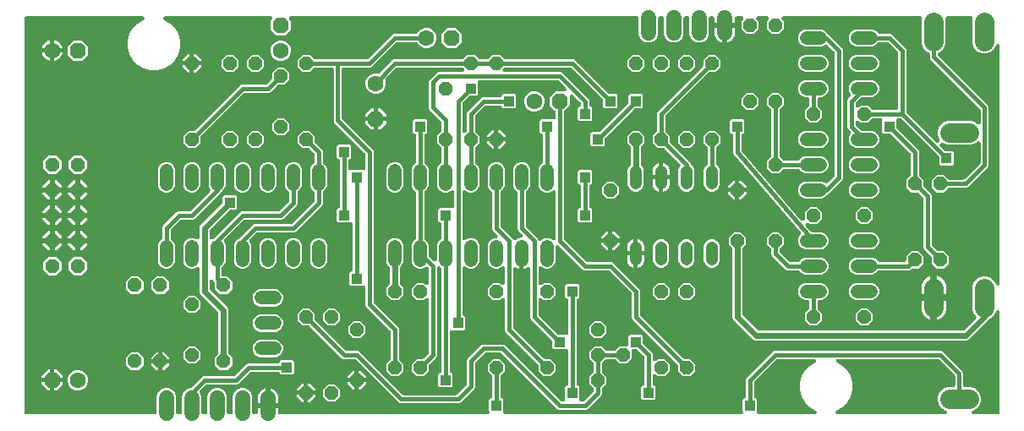
<source format=gtl>
G04 EAGLE Gerber RS-274X export*
G75*
%MOMM*%
%FSLAX34Y34*%
%LPD*%
%INTop Copper*%
%IPPOS*%
%AMOC8*
5,1,8,0,0,1.08239X$1,22.5*%
G01*
%ADD10C,1.320800*%
%ADD11P,1.429621X8X22.500000*%
%ADD12P,1.732040X8X22.500000*%
%ADD13C,1.600200*%
%ADD14P,1.429621X8X112.500000*%
%ADD15P,1.429621X8X292.500000*%
%ADD16P,1.732040X8X292.500000*%
%ADD17C,1.208000*%
%ADD18P,1.732040X8X112.500000*%
%ADD19P,1.732040X8X202.500000*%
%ADD20P,1.539592X8X112.500000*%
%ADD21C,1.524000*%
%ADD22C,1.981200*%
%ADD23C,0.609600*%
%ADD24C,0.406400*%
%ADD25R,1.006400X1.006400*%

G36*
X140734Y10163D02*
X140734Y10163D01*
X140752Y10161D01*
X140934Y10182D01*
X141117Y10201D01*
X141134Y10206D01*
X141151Y10208D01*
X141326Y10265D01*
X141502Y10319D01*
X141517Y10327D01*
X141534Y10333D01*
X141694Y10423D01*
X141856Y10511D01*
X141869Y10522D01*
X141885Y10531D01*
X142024Y10651D01*
X142165Y10768D01*
X142176Y10782D01*
X142190Y10794D01*
X142302Y10939D01*
X142417Y11082D01*
X142425Y11098D01*
X142436Y11112D01*
X142518Y11277D01*
X142603Y11439D01*
X142608Y11456D01*
X142616Y11472D01*
X142663Y11651D01*
X142714Y11826D01*
X142716Y11844D01*
X142720Y11861D01*
X142747Y12192D01*
X142747Y28590D01*
X144217Y32138D01*
X146932Y34853D01*
X150480Y36323D01*
X154320Y36323D01*
X157868Y34853D01*
X160583Y32138D01*
X162053Y28590D01*
X162053Y12192D01*
X162055Y12174D01*
X162053Y12156D01*
X162074Y11974D01*
X162093Y11791D01*
X162098Y11774D01*
X162100Y11757D01*
X162157Y11582D01*
X162211Y11406D01*
X162219Y11391D01*
X162225Y11374D01*
X162315Y11214D01*
X162403Y11052D01*
X162414Y11039D01*
X162423Y11023D01*
X162543Y10884D01*
X162660Y10743D01*
X162674Y10732D01*
X162686Y10718D01*
X162831Y10606D01*
X162974Y10491D01*
X162990Y10483D01*
X163004Y10472D01*
X163169Y10390D01*
X163331Y10305D01*
X163348Y10300D01*
X163364Y10292D01*
X163543Y10245D01*
X163718Y10194D01*
X163736Y10192D01*
X163753Y10188D01*
X164084Y10161D01*
X166116Y10161D01*
X166134Y10163D01*
X166152Y10161D01*
X166334Y10182D01*
X166517Y10201D01*
X166534Y10206D01*
X166551Y10208D01*
X166726Y10265D01*
X166902Y10319D01*
X166917Y10327D01*
X166934Y10333D01*
X167094Y10423D01*
X167256Y10511D01*
X167269Y10522D01*
X167285Y10531D01*
X167424Y10651D01*
X167565Y10768D01*
X167576Y10782D01*
X167590Y10794D01*
X167702Y10939D01*
X167817Y11082D01*
X167825Y11098D01*
X167836Y11112D01*
X167918Y11277D01*
X168003Y11439D01*
X168008Y11456D01*
X168016Y11472D01*
X168063Y11651D01*
X168114Y11826D01*
X168116Y11844D01*
X168120Y11861D01*
X168147Y12192D01*
X168147Y28590D01*
X169617Y32138D01*
X172332Y34853D01*
X175901Y36332D01*
X176010Y36345D01*
X176184Y36363D01*
X176209Y36370D01*
X176236Y36374D01*
X176401Y36429D01*
X176568Y36481D01*
X176592Y36494D01*
X176617Y36502D01*
X176769Y36589D01*
X176923Y36673D01*
X176943Y36690D01*
X176966Y36703D01*
X177219Y36918D01*
X188198Y47896D01*
X189691Y48515D01*
X219725Y48515D01*
X219752Y48517D01*
X219778Y48515D01*
X219952Y48537D01*
X220126Y48555D01*
X220151Y48562D01*
X220178Y48566D01*
X220343Y48621D01*
X220510Y48673D01*
X220534Y48686D01*
X220559Y48694D01*
X220711Y48781D01*
X220865Y48865D01*
X220885Y48882D01*
X220908Y48895D01*
X221161Y49110D01*
X232648Y60596D01*
X234141Y61215D01*
X263954Y61215D01*
X263972Y61217D01*
X263990Y61215D01*
X264172Y61236D01*
X264355Y61255D01*
X264372Y61260D01*
X264389Y61262D01*
X264564Y61319D01*
X264740Y61373D01*
X264755Y61381D01*
X264772Y61387D01*
X264932Y61477D01*
X265094Y61565D01*
X265107Y61576D01*
X265123Y61585D01*
X265262Y61705D01*
X265403Y61822D01*
X265414Y61836D01*
X265428Y61848D01*
X265540Y61993D01*
X265655Y62136D01*
X265663Y62152D01*
X265674Y62166D01*
X265756Y62330D01*
X265841Y62493D01*
X265846Y62510D01*
X265854Y62526D01*
X265901Y62705D01*
X265952Y62880D01*
X265954Y62898D01*
X265958Y62915D01*
X265965Y63004D01*
X267176Y64215D01*
X278924Y64215D01*
X280115Y63024D01*
X280115Y51276D01*
X278924Y50085D01*
X267176Y50085D01*
X265961Y51301D01*
X265945Y51455D01*
X265940Y51472D01*
X265938Y51489D01*
X265881Y51663D01*
X265827Y51840D01*
X265819Y51855D01*
X265813Y51872D01*
X265723Y52032D01*
X265635Y52194D01*
X265624Y52207D01*
X265615Y52223D01*
X265495Y52362D01*
X265378Y52503D01*
X265364Y52514D01*
X265352Y52528D01*
X265207Y52640D01*
X265064Y52755D01*
X265048Y52763D01*
X265034Y52774D01*
X264869Y52856D01*
X264707Y52941D01*
X264690Y52946D01*
X264674Y52954D01*
X264495Y53001D01*
X264320Y53052D01*
X264302Y53054D01*
X264285Y53058D01*
X263954Y53085D01*
X237475Y53085D01*
X237448Y53083D01*
X237422Y53085D01*
X237248Y53063D01*
X237074Y53045D01*
X237049Y53038D01*
X237022Y53034D01*
X236857Y52979D01*
X236690Y52927D01*
X236666Y52914D01*
X236641Y52906D01*
X236489Y52819D01*
X236335Y52735D01*
X236315Y52718D01*
X236292Y52705D01*
X236039Y52490D01*
X224552Y41004D01*
X223059Y40385D01*
X193025Y40385D01*
X192998Y40383D01*
X192972Y40385D01*
X192798Y40363D01*
X192624Y40345D01*
X192599Y40338D01*
X192572Y40334D01*
X192407Y40279D01*
X192240Y40227D01*
X192216Y40214D01*
X192191Y40206D01*
X192039Y40119D01*
X191885Y40035D01*
X191865Y40018D01*
X191842Y40005D01*
X191589Y39790D01*
X186343Y34545D01*
X186329Y34528D01*
X186312Y34513D01*
X186202Y34372D01*
X186088Y34233D01*
X186078Y34214D01*
X186064Y34196D01*
X185983Y34036D01*
X185900Y33878D01*
X185893Y33856D01*
X185883Y33836D01*
X185836Y33664D01*
X185785Y33492D01*
X185783Y33470D01*
X185777Y33448D01*
X185765Y33269D01*
X185748Y33091D01*
X185751Y33069D01*
X185749Y33046D01*
X185773Y32869D01*
X185792Y32691D01*
X185799Y32669D01*
X185802Y32647D01*
X185903Y32331D01*
X187453Y28590D01*
X187453Y12192D01*
X187455Y12174D01*
X187453Y12156D01*
X187474Y11974D01*
X187493Y11791D01*
X187498Y11774D01*
X187500Y11757D01*
X187557Y11582D01*
X187611Y11406D01*
X187619Y11391D01*
X187625Y11374D01*
X187715Y11214D01*
X187803Y11052D01*
X187814Y11039D01*
X187823Y11023D01*
X187943Y10884D01*
X188060Y10743D01*
X188074Y10732D01*
X188086Y10718D01*
X188231Y10606D01*
X188374Y10491D01*
X188390Y10483D01*
X188404Y10472D01*
X188569Y10390D01*
X188731Y10305D01*
X188748Y10300D01*
X188764Y10292D01*
X188943Y10245D01*
X189118Y10194D01*
X189136Y10192D01*
X189153Y10188D01*
X189484Y10161D01*
X191516Y10161D01*
X191534Y10163D01*
X191552Y10161D01*
X191734Y10182D01*
X191917Y10201D01*
X191934Y10206D01*
X191951Y10208D01*
X192126Y10265D01*
X192302Y10319D01*
X192317Y10327D01*
X192334Y10333D01*
X192494Y10423D01*
X192656Y10511D01*
X192669Y10522D01*
X192685Y10531D01*
X192824Y10651D01*
X192965Y10768D01*
X192976Y10782D01*
X192990Y10794D01*
X193102Y10939D01*
X193217Y11082D01*
X193225Y11098D01*
X193236Y11112D01*
X193318Y11277D01*
X193403Y11439D01*
X193408Y11456D01*
X193416Y11472D01*
X193463Y11651D01*
X193514Y11826D01*
X193516Y11844D01*
X193520Y11861D01*
X193547Y12192D01*
X193547Y28590D01*
X195017Y32138D01*
X197732Y34853D01*
X201280Y36323D01*
X205120Y36323D01*
X208668Y34853D01*
X211383Y32138D01*
X212853Y28590D01*
X212853Y12192D01*
X212855Y12174D01*
X212853Y12156D01*
X212874Y11974D01*
X212893Y11791D01*
X212898Y11774D01*
X212900Y11757D01*
X212957Y11582D01*
X213011Y11406D01*
X213019Y11391D01*
X213025Y11374D01*
X213115Y11214D01*
X213203Y11052D01*
X213214Y11039D01*
X213223Y11023D01*
X213343Y10884D01*
X213460Y10743D01*
X213474Y10732D01*
X213486Y10718D01*
X213631Y10606D01*
X213774Y10491D01*
X213790Y10483D01*
X213804Y10472D01*
X213969Y10390D01*
X214131Y10305D01*
X214148Y10300D01*
X214164Y10292D01*
X214343Y10245D01*
X214518Y10194D01*
X214536Y10192D01*
X214553Y10188D01*
X214884Y10161D01*
X216916Y10161D01*
X216934Y10163D01*
X216952Y10161D01*
X217134Y10182D01*
X217317Y10201D01*
X217334Y10206D01*
X217351Y10208D01*
X217526Y10265D01*
X217702Y10319D01*
X217717Y10327D01*
X217734Y10333D01*
X217894Y10423D01*
X218056Y10511D01*
X218069Y10522D01*
X218085Y10531D01*
X218224Y10651D01*
X218365Y10768D01*
X218376Y10782D01*
X218390Y10794D01*
X218502Y10939D01*
X218617Y11082D01*
X218625Y11098D01*
X218636Y11112D01*
X218718Y11277D01*
X218803Y11439D01*
X218808Y11456D01*
X218816Y11472D01*
X218863Y11651D01*
X218914Y11826D01*
X218916Y11844D01*
X218920Y11861D01*
X218947Y12192D01*
X218947Y28590D01*
X220417Y32138D01*
X223132Y34853D01*
X226680Y36323D01*
X230520Y36323D01*
X234068Y34853D01*
X236783Y32138D01*
X238253Y28590D01*
X238253Y12192D01*
X238255Y12174D01*
X238253Y12156D01*
X238274Y11974D01*
X238293Y11791D01*
X238298Y11774D01*
X238300Y11757D01*
X238357Y11582D01*
X238411Y11406D01*
X238419Y11391D01*
X238425Y11374D01*
X238515Y11214D01*
X238603Y11052D01*
X238614Y11039D01*
X238623Y11023D01*
X238743Y10884D01*
X238860Y10743D01*
X238874Y10732D01*
X238886Y10718D01*
X239031Y10606D01*
X239174Y10491D01*
X239190Y10483D01*
X239204Y10472D01*
X239369Y10390D01*
X239531Y10305D01*
X239548Y10300D01*
X239564Y10292D01*
X239743Y10245D01*
X239918Y10194D01*
X239936Y10192D01*
X239953Y10188D01*
X240284Y10161D01*
X241808Y10161D01*
X241826Y10163D01*
X241844Y10161D01*
X242026Y10182D01*
X242209Y10201D01*
X242226Y10206D01*
X242243Y10208D01*
X242418Y10265D01*
X242594Y10319D01*
X242609Y10327D01*
X242626Y10333D01*
X242786Y10423D01*
X242948Y10511D01*
X242961Y10522D01*
X242977Y10531D01*
X243116Y10651D01*
X243257Y10768D01*
X243268Y10782D01*
X243282Y10794D01*
X243394Y10939D01*
X243509Y11082D01*
X243517Y11098D01*
X243528Y11112D01*
X243610Y11277D01*
X243695Y11439D01*
X243700Y11456D01*
X243708Y11472D01*
X243755Y11651D01*
X243806Y11826D01*
X243808Y11844D01*
X243812Y11861D01*
X243839Y12192D01*
X243839Y16511D01*
X253492Y16511D01*
X253510Y16512D01*
X253527Y16511D01*
X253710Y16532D01*
X253892Y16551D01*
X253909Y16556D01*
X253927Y16558D01*
X254005Y16583D01*
X254142Y16544D01*
X254160Y16542D01*
X254177Y16538D01*
X254508Y16511D01*
X264161Y16511D01*
X264161Y12192D01*
X264163Y12174D01*
X264161Y12156D01*
X264182Y11974D01*
X264201Y11791D01*
X264206Y11774D01*
X264208Y11757D01*
X264265Y11582D01*
X264319Y11406D01*
X264327Y11391D01*
X264333Y11374D01*
X264423Y11214D01*
X264511Y11052D01*
X264522Y11039D01*
X264531Y11023D01*
X264651Y10884D01*
X264768Y10743D01*
X264782Y10732D01*
X264794Y10718D01*
X264939Y10606D01*
X265082Y10491D01*
X265098Y10483D01*
X265112Y10472D01*
X265277Y10390D01*
X265439Y10305D01*
X265456Y10300D01*
X265472Y10292D01*
X265651Y10245D01*
X265826Y10194D01*
X265844Y10192D01*
X265861Y10188D01*
X266192Y10161D01*
X473647Y10161D01*
X473656Y10162D01*
X473665Y10161D01*
X473855Y10182D01*
X474047Y10201D01*
X474056Y10203D01*
X474065Y10204D01*
X474248Y10262D01*
X474432Y10319D01*
X474440Y10323D01*
X474449Y10326D01*
X474617Y10419D01*
X474786Y10511D01*
X474793Y10516D01*
X474801Y10521D01*
X474947Y10645D01*
X475096Y10768D01*
X475101Y10775D01*
X475108Y10781D01*
X475227Y10932D01*
X475348Y11082D01*
X475352Y11090D01*
X475358Y11097D01*
X475445Y11269D01*
X475533Y11439D01*
X475536Y11448D01*
X475540Y11456D01*
X475591Y11641D01*
X475645Y11826D01*
X475646Y11835D01*
X475648Y11844D01*
X475662Y12035D01*
X475678Y12228D01*
X475677Y12237D01*
X475677Y12246D01*
X475653Y12436D01*
X475631Y12627D01*
X475628Y12636D01*
X475627Y12645D01*
X475566Y12826D01*
X475535Y12920D01*
X475535Y24924D01*
X476751Y26139D01*
X476905Y26155D01*
X476922Y26160D01*
X476939Y26162D01*
X477114Y26219D01*
X477290Y26273D01*
X477305Y26281D01*
X477322Y26287D01*
X477482Y26377D01*
X477644Y26465D01*
X477657Y26476D01*
X477673Y26485D01*
X477812Y26605D01*
X477953Y26722D01*
X477964Y26736D01*
X477978Y26748D01*
X478090Y26893D01*
X478205Y27036D01*
X478213Y27052D01*
X478224Y27066D01*
X478306Y27231D01*
X478391Y27393D01*
X478396Y27410D01*
X478404Y27426D01*
X478451Y27604D01*
X478502Y27780D01*
X478504Y27798D01*
X478508Y27815D01*
X478535Y28146D01*
X478535Y48159D01*
X478533Y48186D01*
X478535Y48212D01*
X478513Y48386D01*
X478495Y48560D01*
X478488Y48585D01*
X478484Y48612D01*
X478429Y48778D01*
X478377Y48945D01*
X478364Y48968D01*
X478356Y48994D01*
X478269Y49145D01*
X478185Y49299D01*
X478168Y49319D01*
X478155Y49342D01*
X477940Y49595D01*
X473963Y53573D01*
X473963Y60727D01*
X479023Y65787D01*
X486177Y65787D01*
X491237Y60727D01*
X491237Y53573D01*
X487260Y49595D01*
X487243Y49575D01*
X487222Y49557D01*
X487115Y49419D01*
X487005Y49284D01*
X486992Y49260D01*
X486976Y49239D01*
X486898Y49082D01*
X486816Y48928D01*
X486808Y48903D01*
X486796Y48879D01*
X486751Y48709D01*
X486701Y48542D01*
X486699Y48516D01*
X486692Y48490D01*
X486665Y48159D01*
X486665Y28146D01*
X486667Y28128D01*
X486665Y28110D01*
X486686Y27928D01*
X486705Y27745D01*
X486710Y27728D01*
X486712Y27711D01*
X486769Y27536D01*
X486823Y27360D01*
X486831Y27345D01*
X486837Y27328D01*
X486927Y27168D01*
X487015Y27006D01*
X487026Y26993D01*
X487035Y26977D01*
X487155Y26838D01*
X487272Y26697D01*
X487286Y26686D01*
X487298Y26672D01*
X487443Y26560D01*
X487586Y26445D01*
X487602Y26437D01*
X487616Y26426D01*
X487781Y26344D01*
X487943Y26259D01*
X487960Y26254D01*
X487976Y26246D01*
X488155Y26199D01*
X488330Y26148D01*
X488348Y26146D01*
X488365Y26142D01*
X488454Y26135D01*
X489665Y24924D01*
X489665Y12938D01*
X489614Y12761D01*
X489559Y12575D01*
X489558Y12566D01*
X489555Y12558D01*
X489540Y12367D01*
X489522Y12174D01*
X489523Y12165D01*
X489522Y12156D01*
X489545Y11966D01*
X489565Y11774D01*
X489568Y11766D01*
X489569Y11757D01*
X489629Y11573D01*
X489687Y11390D01*
X489691Y11382D01*
X489694Y11374D01*
X489789Y11205D01*
X489882Y11038D01*
X489888Y11031D01*
X489892Y11023D01*
X490017Y10878D01*
X490142Y10731D01*
X490149Y10725D01*
X490155Y10718D01*
X490307Y10601D01*
X490458Y10481D01*
X490466Y10477D01*
X490473Y10472D01*
X490646Y10386D01*
X490817Y10299D01*
X490826Y10296D01*
X490834Y10292D01*
X491022Y10242D01*
X491205Y10191D01*
X491214Y10190D01*
X491223Y10188D01*
X491553Y10161D01*
X727647Y10161D01*
X727656Y10162D01*
X727665Y10161D01*
X727855Y10182D01*
X728047Y10201D01*
X728056Y10203D01*
X728065Y10204D01*
X728248Y10262D01*
X728432Y10319D01*
X728440Y10323D01*
X728449Y10326D01*
X728617Y10419D01*
X728786Y10511D01*
X728793Y10516D01*
X728801Y10521D01*
X728947Y10645D01*
X729096Y10768D01*
X729101Y10775D01*
X729108Y10781D01*
X729227Y10932D01*
X729348Y11082D01*
X729352Y11090D01*
X729358Y11097D01*
X729445Y11269D01*
X729533Y11439D01*
X729536Y11448D01*
X729540Y11456D01*
X729591Y11641D01*
X729645Y11826D01*
X729646Y11835D01*
X729648Y11844D01*
X729662Y12035D01*
X729678Y12228D01*
X729677Y12237D01*
X729677Y12246D01*
X729653Y12436D01*
X729631Y12627D01*
X729628Y12636D01*
X729627Y12645D01*
X729566Y12826D01*
X729535Y12920D01*
X729535Y24924D01*
X730751Y26139D01*
X730905Y26155D01*
X730922Y26160D01*
X730939Y26162D01*
X731114Y26219D01*
X731290Y26273D01*
X731305Y26281D01*
X731322Y26287D01*
X731482Y26377D01*
X731644Y26465D01*
X731657Y26476D01*
X731673Y26485D01*
X731812Y26605D01*
X731953Y26722D01*
X731964Y26736D01*
X731978Y26748D01*
X732090Y26893D01*
X732205Y27036D01*
X732213Y27052D01*
X732224Y27066D01*
X732306Y27231D01*
X732391Y27393D01*
X732396Y27410D01*
X732404Y27426D01*
X732451Y27604D01*
X732502Y27780D01*
X732504Y27798D01*
X732508Y27815D01*
X732535Y28146D01*
X732535Y45259D01*
X733154Y46752D01*
X759698Y73296D01*
X761191Y73915D01*
X927909Y73915D01*
X929402Y73296D01*
X949596Y53102D01*
X950215Y51609D01*
X950215Y39370D01*
X950217Y39352D01*
X950215Y39334D01*
X950236Y39152D01*
X950255Y38969D01*
X950260Y38952D01*
X950262Y38935D01*
X950319Y38760D01*
X950373Y38584D01*
X950381Y38569D01*
X950387Y38552D01*
X950477Y38392D01*
X950565Y38230D01*
X950576Y38217D01*
X950585Y38201D01*
X950705Y38062D01*
X950822Y37921D01*
X950836Y37910D01*
X950848Y37896D01*
X950993Y37784D01*
X951136Y37669D01*
X951152Y37661D01*
X951166Y37650D01*
X951331Y37568D01*
X951493Y37483D01*
X951510Y37478D01*
X951526Y37470D01*
X951705Y37423D01*
X951880Y37372D01*
X951898Y37370D01*
X951915Y37366D01*
X952246Y37339D01*
X958431Y37339D01*
X962819Y35521D01*
X966177Y32163D01*
X967995Y27775D01*
X967995Y23025D01*
X966177Y18637D01*
X962819Y15279D01*
X959897Y14069D01*
X959893Y14067D01*
X959889Y14065D01*
X959716Y13972D01*
X959542Y13878D01*
X959539Y13876D01*
X959535Y13873D01*
X959386Y13749D01*
X959232Y13622D01*
X959229Y13619D01*
X959225Y13616D01*
X959103Y13463D01*
X958978Y13309D01*
X958976Y13305D01*
X958973Y13302D01*
X958882Y13127D01*
X958791Y12953D01*
X958790Y12949D01*
X958788Y12945D01*
X958732Y12750D01*
X958678Y12566D01*
X958677Y12562D01*
X958676Y12558D01*
X958660Y12360D01*
X958643Y12165D01*
X958644Y12161D01*
X958643Y12156D01*
X958667Y11959D01*
X958688Y11765D01*
X958690Y11761D01*
X958690Y11757D01*
X958753Y11565D01*
X958812Y11382D01*
X958814Y11378D01*
X958815Y11374D01*
X958913Y11201D01*
X959008Y11030D01*
X959011Y11027D01*
X959013Y11023D01*
X959141Y10874D01*
X959270Y10725D01*
X959273Y10722D01*
X959276Y10718D01*
X959430Y10599D01*
X959587Y10476D01*
X959591Y10474D01*
X959594Y10472D01*
X959771Y10384D01*
X959946Y10296D01*
X959951Y10294D01*
X959955Y10292D01*
X960148Y10241D01*
X960335Y10189D01*
X960339Y10189D01*
X960344Y10188D01*
X960674Y10161D01*
X984758Y10161D01*
X984776Y10163D01*
X984794Y10161D01*
X984976Y10182D01*
X985159Y10201D01*
X985176Y10206D01*
X985193Y10208D01*
X985368Y10265D01*
X985544Y10319D01*
X985559Y10327D01*
X985576Y10333D01*
X985736Y10423D01*
X985898Y10511D01*
X985911Y10522D01*
X985927Y10531D01*
X986066Y10651D01*
X986207Y10768D01*
X986218Y10782D01*
X986232Y10794D01*
X986344Y10939D01*
X986459Y11082D01*
X986467Y11098D01*
X986478Y11112D01*
X986560Y11277D01*
X986645Y11439D01*
X986650Y11456D01*
X986658Y11472D01*
X986705Y11651D01*
X986756Y11826D01*
X986758Y11844D01*
X986762Y11861D01*
X986789Y12192D01*
X986789Y112476D01*
X986789Y112480D01*
X986789Y112485D01*
X986769Y112678D01*
X986749Y112876D01*
X986748Y112881D01*
X986748Y112885D01*
X986690Y113071D01*
X986631Y113261D01*
X986629Y113265D01*
X986628Y113269D01*
X986534Y113441D01*
X986439Y113615D01*
X986437Y113619D01*
X986434Y113623D01*
X986307Y113774D01*
X986182Y113925D01*
X986178Y113927D01*
X986175Y113931D01*
X986021Y114054D01*
X985868Y114177D01*
X985864Y114179D01*
X985861Y114182D01*
X985687Y114271D01*
X985511Y114362D01*
X985506Y114364D01*
X985502Y114366D01*
X985315Y114419D01*
X985124Y114474D01*
X985119Y114474D01*
X985115Y114475D01*
X984922Y114490D01*
X984722Y114507D01*
X984718Y114506D01*
X984714Y114506D01*
X984521Y114483D01*
X984323Y114460D01*
X984318Y114458D01*
X984314Y114458D01*
X984131Y114397D01*
X983940Y114335D01*
X983936Y114333D01*
X983932Y114331D01*
X983763Y114235D01*
X983589Y114137D01*
X983586Y114134D01*
X983582Y114132D01*
X983433Y114002D01*
X983285Y113874D01*
X983282Y113870D01*
X983278Y113867D01*
X983158Y113711D01*
X983038Y113556D01*
X983036Y113552D01*
X983033Y113548D01*
X982881Y113253D01*
X981671Y110331D01*
X978313Y106973D01*
X977076Y106461D01*
X977053Y106448D01*
X977027Y106440D01*
X976875Y106353D01*
X976722Y106271D01*
X976701Y106254D01*
X976678Y106240D01*
X976545Y106125D01*
X976411Y106014D01*
X976394Y105993D01*
X976374Y105976D01*
X976268Y105837D01*
X976157Y105702D01*
X976145Y105678D01*
X976129Y105657D01*
X975977Y105361D01*
X975857Y105072D01*
X955378Y84593D01*
X953511Y83819D01*
X741939Y83819D01*
X740072Y84593D01*
X719593Y105072D01*
X718819Y106939D01*
X718819Y176175D01*
X718817Y176202D01*
X718819Y176228D01*
X718797Y176402D01*
X718779Y176576D01*
X718772Y176601D01*
X718768Y176628D01*
X718713Y176794D01*
X718661Y176961D01*
X718648Y176984D01*
X718640Y177010D01*
X718553Y177161D01*
X718469Y177315D01*
X718452Y177335D01*
X718439Y177358D01*
X718224Y177611D01*
X715263Y180573D01*
X715263Y187727D01*
X720323Y192787D01*
X727477Y192787D01*
X732537Y187727D01*
X732537Y180573D01*
X729576Y177611D01*
X729559Y177591D01*
X729538Y177573D01*
X729431Y177435D01*
X729321Y177300D01*
X729308Y177276D01*
X729292Y177255D01*
X729214Y177098D01*
X729132Y176944D01*
X729124Y176919D01*
X729112Y176895D01*
X729067Y176725D01*
X729017Y176558D01*
X729015Y176532D01*
X729008Y176506D01*
X728981Y176175D01*
X728981Y110896D01*
X728983Y110869D01*
X728981Y110843D01*
X729003Y110669D01*
X729021Y110495D01*
X729028Y110470D01*
X729032Y110443D01*
X729087Y110277D01*
X729139Y110110D01*
X729152Y110087D01*
X729160Y110061D01*
X729247Y109910D01*
X729331Y109756D01*
X729348Y109736D01*
X729361Y109713D01*
X729576Y109460D01*
X744460Y94576D01*
X744480Y94559D01*
X744498Y94538D01*
X744636Y94431D01*
X744771Y94321D01*
X744795Y94308D01*
X744816Y94292D01*
X744973Y94214D01*
X745127Y94132D01*
X745152Y94124D01*
X745176Y94112D01*
X745346Y94067D01*
X745513Y94017D01*
X745539Y94015D01*
X745565Y94008D01*
X745896Y93981D01*
X949554Y93981D01*
X949581Y93983D01*
X949607Y93981D01*
X949781Y94003D01*
X949955Y94021D01*
X949980Y94028D01*
X950007Y94032D01*
X950173Y94087D01*
X950340Y94139D01*
X950363Y94152D01*
X950389Y94160D01*
X950540Y94247D01*
X950694Y94331D01*
X950714Y94348D01*
X950737Y94361D01*
X950990Y94576D01*
X962651Y106236D01*
X962662Y106250D01*
X962676Y106262D01*
X962790Y106406D01*
X962906Y106548D01*
X962915Y106564D01*
X962926Y106578D01*
X963009Y106741D01*
X963095Y106904D01*
X963100Y106921D01*
X963108Y106937D01*
X963157Y107114D01*
X963210Y107289D01*
X963211Y107307D01*
X963216Y107324D01*
X963229Y107508D01*
X963246Y107690D01*
X963244Y107708D01*
X963245Y107726D01*
X963222Y107908D01*
X963203Y108091D01*
X963197Y108108D01*
X963195Y108125D01*
X963137Y108299D01*
X963081Y108475D01*
X963072Y108490D01*
X963067Y108507D01*
X962975Y108666D01*
X962886Y108827D01*
X962875Y108841D01*
X962866Y108856D01*
X962651Y109109D01*
X961429Y110331D01*
X959611Y114719D01*
X959611Y139281D01*
X961429Y143669D01*
X964787Y147027D01*
X969175Y148845D01*
X973925Y148845D01*
X978313Y147027D01*
X981671Y143669D01*
X982881Y140747D01*
X982883Y140743D01*
X982885Y140739D01*
X982978Y140566D01*
X983072Y140392D01*
X983074Y140389D01*
X983077Y140385D01*
X983201Y140236D01*
X983328Y140082D01*
X983331Y140079D01*
X983334Y140075D01*
X983487Y139953D01*
X983641Y139828D01*
X983645Y139826D01*
X983648Y139823D01*
X983823Y139732D01*
X983997Y139641D01*
X984001Y139640D01*
X984005Y139638D01*
X984195Y139583D01*
X984384Y139528D01*
X984388Y139527D01*
X984392Y139526D01*
X984590Y139510D01*
X984785Y139493D01*
X984789Y139494D01*
X984794Y139493D01*
X984991Y139517D01*
X985185Y139538D01*
X985189Y139540D01*
X985193Y139540D01*
X985382Y139602D01*
X985568Y139662D01*
X985572Y139664D01*
X985576Y139665D01*
X985749Y139763D01*
X985920Y139858D01*
X985923Y139861D01*
X985927Y139863D01*
X986076Y139991D01*
X986225Y140120D01*
X986228Y140123D01*
X986232Y140126D01*
X986351Y140280D01*
X986474Y140437D01*
X986476Y140441D01*
X986478Y140444D01*
X986566Y140621D01*
X986654Y140796D01*
X986656Y140801D01*
X986658Y140805D01*
X986709Y140998D01*
X986761Y141185D01*
X986761Y141189D01*
X986762Y141194D01*
X986789Y141524D01*
X986789Y379176D01*
X986789Y379180D01*
X986789Y379185D01*
X986769Y379378D01*
X986749Y379576D01*
X986748Y379581D01*
X986748Y379585D01*
X986690Y379769D01*
X986631Y379961D01*
X986629Y379965D01*
X986628Y379969D01*
X986534Y380141D01*
X986439Y380315D01*
X986437Y380319D01*
X986434Y380323D01*
X986308Y380473D01*
X986182Y380625D01*
X986178Y380627D01*
X986175Y380631D01*
X986024Y380751D01*
X985868Y380877D01*
X985864Y380879D01*
X985861Y380882D01*
X985686Y380971D01*
X985511Y381062D01*
X985506Y381064D01*
X985502Y381066D01*
X985315Y381119D01*
X985124Y381174D01*
X985119Y381174D01*
X985115Y381175D01*
X984922Y381190D01*
X984722Y381207D01*
X984718Y381206D01*
X984714Y381206D01*
X984521Y381183D01*
X984323Y381160D01*
X984318Y381158D01*
X984314Y381158D01*
X984131Y381097D01*
X983940Y381035D01*
X983936Y381033D01*
X983932Y381031D01*
X983763Y380935D01*
X983589Y380837D01*
X983586Y380834D01*
X983582Y380832D01*
X983433Y380702D01*
X983285Y380574D01*
X983282Y380570D01*
X983278Y380567D01*
X983157Y380410D01*
X983038Y380256D01*
X983036Y380252D01*
X983033Y380248D01*
X982881Y379953D01*
X981671Y377031D01*
X978313Y373673D01*
X973925Y371855D01*
X969175Y371855D01*
X964787Y373673D01*
X961429Y377031D01*
X959611Y381419D01*
X959611Y405981D01*
X959673Y406131D01*
X959677Y406144D01*
X959683Y406155D01*
X959735Y406335D01*
X959790Y406516D01*
X959791Y406529D01*
X959795Y406542D01*
X959810Y406730D01*
X959828Y406917D01*
X959827Y406930D01*
X959828Y406944D01*
X959806Y407131D01*
X959786Y407317D01*
X959782Y407330D01*
X959781Y407343D01*
X959722Y407522D01*
X959667Y407702D01*
X959660Y407713D01*
X959656Y407726D01*
X959564Y407890D01*
X959473Y408055D01*
X959465Y408065D01*
X959458Y408077D01*
X959336Y408219D01*
X959214Y408363D01*
X959204Y408371D01*
X959195Y408382D01*
X959047Y408496D01*
X958899Y408614D01*
X958887Y408620D01*
X958877Y408628D01*
X958709Y408712D01*
X958541Y408798D01*
X958528Y408802D01*
X958516Y408808D01*
X958335Y408856D01*
X958154Y408908D01*
X958140Y408909D01*
X958127Y408912D01*
X957797Y408939D01*
X934503Y408939D01*
X934490Y408938D01*
X934476Y408939D01*
X934289Y408918D01*
X934103Y408899D01*
X934090Y408895D01*
X934076Y408894D01*
X933897Y408836D01*
X933718Y408781D01*
X933706Y408775D01*
X933693Y408771D01*
X933529Y408679D01*
X933364Y408589D01*
X933353Y408581D01*
X933342Y408574D01*
X933198Y408452D01*
X933054Y408332D01*
X933046Y408321D01*
X933036Y408312D01*
X932919Y408164D01*
X932802Y408018D01*
X932796Y408006D01*
X932788Y407995D01*
X932703Y407826D01*
X932617Y407661D01*
X932613Y407648D01*
X932607Y407636D01*
X932557Y407453D01*
X932505Y407274D01*
X932504Y407260D01*
X932501Y407247D01*
X932488Y407060D01*
X932472Y406872D01*
X932474Y406859D01*
X932473Y406846D01*
X932497Y406659D01*
X932519Y406473D01*
X932523Y406460D01*
X932525Y406446D01*
X932627Y406131D01*
X932689Y405981D01*
X932689Y381419D01*
X930871Y377031D01*
X927513Y373673D01*
X926069Y373075D01*
X926049Y373064D01*
X926028Y373057D01*
X925871Y372969D01*
X925714Y372884D01*
X925697Y372870D01*
X925677Y372859D01*
X925541Y372742D01*
X925403Y372628D01*
X925389Y372611D01*
X925372Y372596D01*
X925263Y372455D01*
X925150Y372315D01*
X925139Y372296D01*
X925126Y372278D01*
X925046Y372118D01*
X924963Y371959D01*
X924956Y371937D01*
X924946Y371918D01*
X924900Y371744D01*
X924850Y371573D01*
X924848Y371550D01*
X924842Y371529D01*
X924815Y371198D01*
X924815Y370825D01*
X924817Y370798D01*
X924815Y370772D01*
X924837Y370598D01*
X924855Y370424D01*
X924862Y370399D01*
X924866Y370372D01*
X924921Y370207D01*
X924973Y370040D01*
X924986Y370016D01*
X924994Y369991D01*
X925081Y369839D01*
X925165Y369685D01*
X925182Y369665D01*
X925195Y369642D01*
X925410Y369389D01*
X974996Y319802D01*
X975615Y318309D01*
X975615Y259541D01*
X974996Y258048D01*
X956232Y239283D01*
X956231Y239283D01*
X954802Y237854D01*
X953309Y237235D01*
X936091Y237235D01*
X936064Y237233D01*
X936038Y237235D01*
X935864Y237213D01*
X935690Y237195D01*
X935665Y237188D01*
X935638Y237184D01*
X935472Y237129D01*
X935305Y237077D01*
X935282Y237064D01*
X935256Y237056D01*
X935105Y236969D01*
X934951Y236885D01*
X934931Y236868D01*
X934908Y236855D01*
X934655Y236640D01*
X930677Y232663D01*
X923523Y232663D01*
X918463Y237723D01*
X918463Y244877D01*
X923523Y249937D01*
X930677Y249937D01*
X934655Y245960D01*
X934675Y245943D01*
X934693Y245922D01*
X934831Y245815D01*
X934966Y245705D01*
X934990Y245692D01*
X935011Y245676D01*
X935168Y245598D01*
X935322Y245516D01*
X935347Y245508D01*
X935371Y245496D01*
X935541Y245451D01*
X935708Y245401D01*
X935734Y245399D01*
X935760Y245392D01*
X936091Y245365D01*
X949975Y245365D01*
X950002Y245367D01*
X950028Y245365D01*
X950202Y245387D01*
X950376Y245405D01*
X950401Y245412D01*
X950428Y245416D01*
X950594Y245472D01*
X950761Y245523D01*
X950784Y245536D01*
X950809Y245544D01*
X950961Y245631D01*
X951115Y245715D01*
X951135Y245732D01*
X951158Y245745D01*
X951411Y245960D01*
X966890Y261439D01*
X966907Y261459D01*
X966928Y261477D01*
X967035Y261615D01*
X967145Y261750D01*
X967158Y261774D01*
X967174Y261795D01*
X967252Y261952D01*
X967334Y262106D01*
X967342Y262131D01*
X967354Y262156D01*
X967399Y262325D01*
X967449Y262492D01*
X967451Y262518D01*
X967458Y262544D01*
X967485Y262875D01*
X967485Y281742D01*
X967484Y281750D01*
X967485Y281759D01*
X967464Y281951D01*
X967445Y282142D01*
X967443Y282151D01*
X967442Y282160D01*
X967384Y282342D01*
X967327Y282527D01*
X967323Y282535D01*
X967320Y282543D01*
X967227Y282712D01*
X967135Y282881D01*
X967130Y282888D01*
X967125Y282896D01*
X967000Y283044D01*
X966878Y283190D01*
X966871Y283196D01*
X966865Y283203D01*
X966713Y283323D01*
X966564Y283443D01*
X966556Y283447D01*
X966549Y283452D01*
X966377Y283540D01*
X966207Y283628D01*
X966198Y283631D01*
X966190Y283635D01*
X966004Y283686D01*
X965820Y283740D01*
X965811Y283740D01*
X965802Y283743D01*
X965610Y283757D01*
X965418Y283772D01*
X965410Y283771D01*
X965401Y283772D01*
X965208Y283748D01*
X965019Y283726D01*
X965010Y283723D01*
X965001Y283722D01*
X964818Y283660D01*
X964636Y283601D01*
X964628Y283596D01*
X964620Y283593D01*
X964454Y283498D01*
X964285Y283403D01*
X964278Y283397D01*
X964271Y283392D01*
X964018Y283178D01*
X962819Y281979D01*
X958431Y280161D01*
X933869Y280161D01*
X929421Y282004D01*
X929417Y282005D01*
X929413Y282007D01*
X929225Y282063D01*
X929036Y282120D01*
X929031Y282121D01*
X929027Y282122D01*
X928829Y282140D01*
X928635Y282158D01*
X928631Y282158D01*
X928626Y282158D01*
X928431Y282137D01*
X928235Y282117D01*
X928230Y282115D01*
X928226Y282115D01*
X928042Y282056D01*
X927850Y281997D01*
X927846Y281995D01*
X927842Y281993D01*
X927671Y281899D01*
X927497Y281804D01*
X927494Y281801D01*
X927490Y281799D01*
X927341Y281672D01*
X927189Y281544D01*
X927186Y281541D01*
X927183Y281538D01*
X927063Y281386D01*
X926938Y281230D01*
X926936Y281226D01*
X926933Y281222D01*
X926844Y281047D01*
X926754Y280871D01*
X926753Y280867D01*
X926751Y280863D01*
X926696Y280668D01*
X926644Y280484D01*
X926644Y280480D01*
X926643Y280475D01*
X926628Y280273D01*
X926613Y280083D01*
X926614Y280078D01*
X926613Y280074D01*
X926638Y279876D01*
X926662Y279683D01*
X926663Y279679D01*
X926664Y279674D01*
X926726Y279490D01*
X926788Y279301D01*
X926791Y279297D01*
X926792Y279293D01*
X926890Y279122D01*
X926988Y278951D01*
X926991Y278948D01*
X926993Y278944D01*
X927208Y278691D01*
X931539Y274360D01*
X931559Y274343D01*
X931577Y274322D01*
X931714Y274216D01*
X931850Y274105D01*
X931874Y274092D01*
X931895Y274076D01*
X932051Y273998D01*
X932206Y273916D01*
X932232Y273908D01*
X932256Y273896D01*
X932424Y273851D01*
X932592Y273801D01*
X932618Y273799D01*
X932644Y273792D01*
X932975Y273765D01*
X939324Y273765D01*
X940515Y272574D01*
X940515Y260826D01*
X939324Y259635D01*
X927576Y259635D01*
X926385Y260826D01*
X926385Y267175D01*
X926383Y267202D01*
X926385Y267228D01*
X926363Y267402D01*
X926345Y267576D01*
X926338Y267601D01*
X926334Y267628D01*
X926279Y267793D01*
X926227Y267960D01*
X926214Y267984D01*
X926206Y268009D01*
X926119Y268161D01*
X926035Y268315D01*
X926018Y268335D01*
X926005Y268358D01*
X925790Y268611D01*
X887911Y306490D01*
X887891Y306507D01*
X887873Y306528D01*
X887735Y306635D01*
X887600Y306745D01*
X887576Y306758D01*
X887555Y306774D01*
X887398Y306852D01*
X887244Y306934D01*
X887219Y306942D01*
X887194Y306954D01*
X887025Y306999D01*
X886858Y307049D01*
X886832Y307051D01*
X886806Y307058D01*
X886475Y307085D01*
X885396Y307085D01*
X885378Y307083D01*
X885360Y307085D01*
X885178Y307064D01*
X884995Y307045D01*
X884978Y307040D01*
X884961Y307038D01*
X884786Y306981D01*
X884610Y306927D01*
X884595Y306919D01*
X884578Y306913D01*
X884417Y306823D01*
X884256Y306735D01*
X884243Y306724D01*
X884227Y306715D01*
X884087Y306594D01*
X883947Y306478D01*
X883936Y306464D01*
X883922Y306452D01*
X883810Y306307D01*
X883695Y306164D01*
X883687Y306148D01*
X883676Y306134D01*
X883594Y305969D01*
X883509Y305807D01*
X883504Y305790D01*
X883496Y305774D01*
X883449Y305595D01*
X883398Y305420D01*
X883396Y305402D01*
X883392Y305385D01*
X883365Y305054D01*
X883365Y297975D01*
X883367Y297948D01*
X883365Y297922D01*
X883387Y297748D01*
X883405Y297574D01*
X883412Y297549D01*
X883416Y297522D01*
X883471Y297357D01*
X883523Y297190D01*
X883536Y297166D01*
X883544Y297141D01*
X883631Y296989D01*
X883715Y296835D01*
X883732Y296815D01*
X883745Y296792D01*
X883960Y296539D01*
X905146Y275352D01*
X905765Y273859D01*
X905765Y250291D01*
X905767Y250264D01*
X905765Y250237D01*
X905787Y250064D01*
X905805Y249890D01*
X905812Y249865D01*
X905816Y249838D01*
X905872Y249672D01*
X905923Y249505D01*
X905936Y249482D01*
X905944Y249456D01*
X906031Y249305D01*
X906115Y249151D01*
X906132Y249131D01*
X906145Y249107D01*
X906360Y248854D01*
X910337Y244877D01*
X910337Y239253D01*
X910339Y239226D01*
X910337Y239200D01*
X910359Y239026D01*
X910377Y238852D01*
X910384Y238827D01*
X910388Y238800D01*
X910443Y238635D01*
X910495Y238468D01*
X910508Y238444D01*
X910516Y238419D01*
X910603Y238267D01*
X910687Y238113D01*
X910704Y238093D01*
X910717Y238070D01*
X910932Y237817D01*
X917846Y230902D01*
X918465Y229409D01*
X918465Y180325D01*
X918467Y180298D01*
X918465Y180272D01*
X918487Y180098D01*
X918505Y179924D01*
X918512Y179899D01*
X918516Y179872D01*
X918571Y179707D01*
X918623Y179540D01*
X918636Y179516D01*
X918644Y179491D01*
X918731Y179339D01*
X918815Y179185D01*
X918832Y179165D01*
X918845Y179142D01*
X919060Y178889D01*
X923617Y174332D01*
X923637Y174315D01*
X923655Y174294D01*
X923793Y174187D01*
X923928Y174077D01*
X923952Y174064D01*
X923973Y174048D01*
X924130Y173970D01*
X924284Y173888D01*
X924309Y173880D01*
X924334Y173868D01*
X924503Y173823D01*
X924670Y173773D01*
X924696Y173771D01*
X924722Y173764D01*
X925053Y173737D01*
X930677Y173737D01*
X935737Y168677D01*
X935737Y161523D01*
X930677Y156463D01*
X923523Y156463D01*
X918463Y161523D01*
X918463Y167147D01*
X918461Y167174D01*
X918463Y167200D01*
X918441Y167374D01*
X918423Y167548D01*
X918416Y167573D01*
X918412Y167600D01*
X918357Y167765D01*
X918305Y167932D01*
X918292Y167956D01*
X918284Y167981D01*
X918197Y168133D01*
X918113Y168287D01*
X918096Y168307D01*
X918083Y168330D01*
X917868Y168583D01*
X912383Y174068D01*
X912383Y174069D01*
X910954Y175498D01*
X910335Y176991D01*
X910335Y226075D01*
X910333Y226102D01*
X910335Y226128D01*
X910313Y226302D01*
X910295Y226476D01*
X910288Y226501D01*
X910284Y226528D01*
X910229Y226693D01*
X910177Y226860D01*
X910164Y226884D01*
X910156Y226909D01*
X910069Y227061D01*
X909985Y227215D01*
X909968Y227235D01*
X909955Y227258D01*
X909740Y227511D01*
X905183Y232068D01*
X905163Y232085D01*
X905145Y232106D01*
X905007Y232213D01*
X904872Y232323D01*
X904848Y232336D01*
X904827Y232352D01*
X904670Y232430D01*
X904516Y232512D01*
X904491Y232520D01*
X904466Y232532D01*
X904297Y232577D01*
X904130Y232627D01*
X904104Y232629D01*
X904078Y232636D01*
X903747Y232663D01*
X898123Y232663D01*
X893063Y237723D01*
X893063Y244877D01*
X897040Y248854D01*
X897057Y248875D01*
X897078Y248893D01*
X897185Y249031D01*
X897295Y249166D01*
X897308Y249190D01*
X897324Y249211D01*
X897402Y249367D01*
X897484Y249522D01*
X897492Y249547D01*
X897504Y249571D01*
X897549Y249741D01*
X897599Y249908D01*
X897601Y249934D01*
X897608Y249960D01*
X897635Y250291D01*
X897635Y270525D01*
X897633Y270552D01*
X897635Y270578D01*
X897613Y270752D01*
X897595Y270926D01*
X897588Y270951D01*
X897584Y270978D01*
X897529Y271143D01*
X897477Y271310D01*
X897464Y271334D01*
X897456Y271359D01*
X897369Y271511D01*
X897285Y271665D01*
X897268Y271685D01*
X897255Y271708D01*
X897040Y271961D01*
X878211Y290790D01*
X878191Y290807D01*
X878173Y290828D01*
X878035Y290935D01*
X877900Y291045D01*
X877876Y291058D01*
X877855Y291074D01*
X877698Y291152D01*
X877544Y291234D01*
X877519Y291242D01*
X877494Y291254D01*
X877325Y291299D01*
X877158Y291349D01*
X877132Y291351D01*
X877106Y291358D01*
X876775Y291385D01*
X870426Y291385D01*
X869235Y292576D01*
X869235Y305054D01*
X869233Y305072D01*
X869235Y305090D01*
X869214Y305272D01*
X869195Y305455D01*
X869190Y305472D01*
X869188Y305489D01*
X869131Y305664D01*
X869077Y305840D01*
X869069Y305855D01*
X869063Y305872D01*
X868973Y306032D01*
X868885Y306194D01*
X868874Y306207D01*
X868865Y306223D01*
X868745Y306362D01*
X868628Y306503D01*
X868614Y306514D01*
X868602Y306528D01*
X868457Y306640D01*
X868314Y306755D01*
X868298Y306763D01*
X868284Y306774D01*
X868119Y306856D01*
X867957Y306941D01*
X867940Y306946D01*
X867924Y306954D01*
X867745Y307001D01*
X867570Y307052D01*
X867552Y307054D01*
X867535Y307058D01*
X867204Y307085D01*
X859891Y307085D01*
X859864Y307083D01*
X859837Y307085D01*
X859664Y307063D01*
X859490Y307045D01*
X859465Y307038D01*
X859438Y307034D01*
X859272Y306978D01*
X859105Y306927D01*
X859082Y306914D01*
X859056Y306906D01*
X858905Y306819D01*
X858751Y306735D01*
X858731Y306718D01*
X858707Y306705D01*
X858454Y306490D01*
X854477Y302513D01*
X847323Y302513D01*
X845732Y304104D01*
X845725Y304109D01*
X845720Y304116D01*
X845709Y304125D01*
X845701Y304134D01*
X845601Y304211D01*
X845570Y304236D01*
X845421Y304359D01*
X845413Y304363D01*
X845406Y304368D01*
X845384Y304380D01*
X845382Y304381D01*
X845361Y304392D01*
X845236Y304457D01*
X845065Y304547D01*
X845056Y304550D01*
X845049Y304554D01*
X844864Y304607D01*
X844679Y304662D01*
X844670Y304663D01*
X844662Y304665D01*
X844471Y304681D01*
X844278Y304698D01*
X844269Y304697D01*
X844260Y304698D01*
X844071Y304676D01*
X843878Y304655D01*
X843869Y304652D01*
X843861Y304651D01*
X843679Y304592D01*
X843494Y304534D01*
X843486Y304529D01*
X843478Y304526D01*
X843309Y304431D01*
X843142Y304339D01*
X843135Y304333D01*
X843127Y304329D01*
X842981Y304203D01*
X842835Y304078D01*
X842829Y304071D01*
X842822Y304065D01*
X842705Y303914D01*
X842585Y303762D01*
X842581Y303754D01*
X842576Y303747D01*
X842490Y303575D01*
X842403Y303403D01*
X842400Y303395D01*
X842396Y303387D01*
X842346Y303201D01*
X842295Y303015D01*
X842294Y303007D01*
X842292Y302998D01*
X842265Y302667D01*
X842265Y300975D01*
X842267Y300948D01*
X842265Y300922D01*
X842287Y300748D01*
X842305Y300574D01*
X842312Y300549D01*
X842316Y300522D01*
X842371Y300357D01*
X842423Y300190D01*
X842436Y300166D01*
X842444Y300141D01*
X842531Y299989D01*
X842615Y299835D01*
X842632Y299815D01*
X842645Y299792D01*
X842860Y299539D01*
X847417Y294982D01*
X847437Y294965D01*
X847455Y294944D01*
X847593Y294837D01*
X847728Y294727D01*
X847752Y294714D01*
X847773Y294698D01*
X847930Y294620D01*
X848084Y294538D01*
X848109Y294530D01*
X848134Y294518D01*
X848303Y294473D01*
X848470Y294423D01*
X848496Y294421D01*
X848522Y294414D01*
X848853Y294387D01*
X859222Y294387D01*
X862396Y293072D01*
X864826Y290642D01*
X866141Y287468D01*
X866141Y284032D01*
X864826Y280858D01*
X862396Y278428D01*
X861671Y278128D01*
X859222Y277113D01*
X842578Y277113D01*
X839404Y278428D01*
X836974Y280858D01*
X835659Y284032D01*
X835659Y287468D01*
X836974Y290642D01*
X837180Y290849D01*
X837192Y290862D01*
X837205Y290874D01*
X837319Y291018D01*
X837435Y291160D01*
X837444Y291176D01*
X837455Y291190D01*
X837538Y291354D01*
X837624Y291516D01*
X837629Y291533D01*
X837637Y291549D01*
X837686Y291725D01*
X837739Y291902D01*
X837741Y291919D01*
X837745Y291937D01*
X837759Y292120D01*
X837775Y292303D01*
X837773Y292320D01*
X837775Y292338D01*
X837752Y292521D01*
X837732Y292703D01*
X837727Y292720D01*
X837724Y292738D01*
X837666Y292912D01*
X837610Y293087D01*
X837602Y293102D01*
X837596Y293119D01*
X837505Y293278D01*
X837416Y293439D01*
X837404Y293453D01*
X837395Y293468D01*
X837180Y293721D01*
X834754Y296148D01*
X834135Y297641D01*
X834135Y324659D01*
X834754Y326152D01*
X836183Y327582D01*
X837180Y328579D01*
X837192Y328593D01*
X837205Y328604D01*
X837319Y328748D01*
X837435Y328890D01*
X837444Y328906D01*
X837455Y328920D01*
X837538Y329084D01*
X837624Y329246D01*
X837629Y329263D01*
X837637Y329279D01*
X837687Y329456D01*
X837739Y329632D01*
X837741Y329650D01*
X837745Y329667D01*
X837759Y329850D01*
X837775Y330033D01*
X837773Y330051D01*
X837775Y330068D01*
X837752Y330250D01*
X837732Y330433D01*
X837726Y330450D01*
X837724Y330468D01*
X837666Y330641D01*
X837610Y330817D01*
X837602Y330833D01*
X837596Y330850D01*
X837505Y331007D01*
X837416Y331169D01*
X837404Y331183D01*
X837395Y331198D01*
X837180Y331451D01*
X836974Y331658D01*
X835659Y334832D01*
X835659Y338268D01*
X836974Y341442D01*
X839404Y343872D01*
X842578Y345187D01*
X859222Y345187D01*
X862396Y343872D01*
X864826Y341442D01*
X866141Y338268D01*
X866141Y334832D01*
X864826Y331658D01*
X862396Y329228D01*
X859222Y327913D01*
X848853Y327913D01*
X848826Y327911D01*
X848800Y327913D01*
X848626Y327891D01*
X848452Y327873D01*
X848427Y327866D01*
X848400Y327862D01*
X848234Y327806D01*
X848067Y327755D01*
X848044Y327742D01*
X848019Y327734D01*
X847867Y327647D01*
X847713Y327563D01*
X847693Y327546D01*
X847670Y327533D01*
X847417Y327318D01*
X842860Y322761D01*
X842843Y322741D01*
X842822Y322723D01*
X842716Y322586D01*
X842605Y322450D01*
X842592Y322426D01*
X842576Y322405D01*
X842498Y322249D01*
X842416Y322094D01*
X842408Y322068D01*
X842396Y322044D01*
X842351Y321876D01*
X842301Y321708D01*
X842299Y321682D01*
X842292Y321656D01*
X842265Y321325D01*
X842265Y319633D01*
X842266Y319624D01*
X842265Y319615D01*
X842286Y319423D01*
X842305Y319232D01*
X842307Y319224D01*
X842308Y319215D01*
X842367Y319031D01*
X842423Y318847D01*
X842427Y318839D01*
X842430Y318831D01*
X842524Y318661D01*
X842615Y318493D01*
X842620Y318486D01*
X842625Y318479D01*
X842750Y318331D01*
X842872Y318184D01*
X842879Y318178D01*
X842885Y318172D01*
X843037Y318052D01*
X843186Y317932D01*
X843194Y317928D01*
X843201Y317922D01*
X843373Y317835D01*
X843543Y317746D01*
X843552Y317744D01*
X843560Y317740D01*
X843746Y317688D01*
X843930Y317635D01*
X843939Y317634D01*
X843948Y317632D01*
X844140Y317617D01*
X844332Y317602D01*
X844340Y317603D01*
X844349Y317602D01*
X844542Y317627D01*
X844731Y317649D01*
X844740Y317651D01*
X844749Y317653D01*
X844932Y317714D01*
X845114Y317774D01*
X845122Y317778D01*
X845130Y317781D01*
X845296Y317876D01*
X845465Y317971D01*
X845472Y317977D01*
X845479Y317982D01*
X845732Y318196D01*
X847323Y319787D01*
X854477Y319787D01*
X858454Y315810D01*
X858475Y315793D01*
X858493Y315772D01*
X858631Y315665D01*
X858766Y315555D01*
X858790Y315542D01*
X858811Y315526D01*
X858967Y315448D01*
X859122Y315366D01*
X859147Y315358D01*
X859171Y315346D01*
X859341Y315301D01*
X859508Y315251D01*
X859534Y315249D01*
X859560Y315242D01*
X859891Y315215D01*
X882904Y315215D01*
X882922Y315217D01*
X882940Y315215D01*
X883122Y315236D01*
X883305Y315255D01*
X883322Y315260D01*
X883339Y315262D01*
X883514Y315319D01*
X883690Y315373D01*
X883705Y315381D01*
X883722Y315387D01*
X883882Y315477D01*
X884044Y315565D01*
X884057Y315576D01*
X884073Y315585D01*
X884212Y315705D01*
X884353Y315822D01*
X884364Y315836D01*
X884378Y315848D01*
X884490Y315993D01*
X884605Y316136D01*
X884613Y316152D01*
X884624Y316166D01*
X884706Y316330D01*
X884791Y316493D01*
X884796Y316510D01*
X884804Y316526D01*
X884851Y316705D01*
X884902Y316880D01*
X884904Y316898D01*
X884908Y316915D01*
X884935Y317246D01*
X884935Y372125D01*
X884933Y372152D01*
X884935Y372178D01*
X884913Y372352D01*
X884895Y372526D01*
X884888Y372551D01*
X884884Y372578D01*
X884829Y372743D01*
X884777Y372910D01*
X884764Y372934D01*
X884756Y372959D01*
X884669Y373111D01*
X884585Y373265D01*
X884568Y373285D01*
X884555Y373308D01*
X884340Y373561D01*
X875211Y382690D01*
X875191Y382707D01*
X875173Y382728D01*
X875035Y382835D01*
X874900Y382945D01*
X874876Y382958D01*
X874855Y382974D01*
X874698Y383052D01*
X874544Y383134D01*
X874519Y383142D01*
X874494Y383154D01*
X874325Y383199D01*
X874158Y383249D01*
X874132Y383251D01*
X874106Y383258D01*
X873775Y383285D01*
X866495Y383285D01*
X866468Y383283D01*
X866442Y383285D01*
X866268Y383263D01*
X866094Y383245D01*
X866069Y383238D01*
X866042Y383234D01*
X865876Y383179D01*
X865709Y383127D01*
X865686Y383114D01*
X865660Y383106D01*
X865509Y383019D01*
X865355Y382935D01*
X865335Y382918D01*
X865312Y382905D01*
X865059Y382690D01*
X862396Y380028D01*
X861581Y379690D01*
X861580Y379690D01*
X859222Y378713D01*
X842578Y378713D01*
X839404Y380028D01*
X836974Y382458D01*
X835659Y385632D01*
X835659Y389068D01*
X836974Y392242D01*
X839404Y394672D01*
X842578Y395987D01*
X859222Y395987D01*
X862396Y394672D01*
X865059Y392010D01*
X865079Y391993D01*
X865097Y391972D01*
X865235Y391865D01*
X865370Y391755D01*
X865394Y391742D01*
X865415Y391726D01*
X865572Y391648D01*
X865726Y391566D01*
X865751Y391558D01*
X865775Y391546D01*
X865945Y391501D01*
X866112Y391451D01*
X866138Y391449D01*
X866164Y391442D01*
X866495Y391415D01*
X877109Y391415D01*
X878602Y390796D01*
X892446Y376952D01*
X893065Y375459D01*
X893065Y313675D01*
X893067Y313648D01*
X893065Y313622D01*
X893087Y313448D01*
X893105Y313274D01*
X893112Y313249D01*
X893116Y313222D01*
X893171Y313057D01*
X893223Y312889D01*
X893236Y312866D01*
X893244Y312841D01*
X893331Y312689D01*
X893415Y312535D01*
X893432Y312515D01*
X893445Y312492D01*
X893660Y312239D01*
X922835Y283064D01*
X922838Y283061D01*
X922841Y283057D01*
X922995Y282933D01*
X923146Y282809D01*
X923150Y282806D01*
X923154Y282804D01*
X923333Y282710D01*
X923502Y282620D01*
X923506Y282619D01*
X923510Y282617D01*
X923702Y282560D01*
X923888Y282505D01*
X923892Y282505D01*
X923897Y282503D01*
X924089Y282487D01*
X924289Y282469D01*
X924293Y282469D01*
X924298Y282469D01*
X924488Y282490D01*
X924689Y282512D01*
X924693Y282514D01*
X924698Y282514D01*
X924884Y282574D01*
X925073Y282634D01*
X925077Y282636D01*
X925081Y282637D01*
X925255Y282734D01*
X925425Y282828D01*
X925429Y282831D01*
X925433Y282834D01*
X925583Y282962D01*
X925732Y283089D01*
X925735Y283092D01*
X925738Y283095D01*
X925860Y283250D01*
X925982Y283405D01*
X925984Y283409D01*
X925987Y283412D01*
X926076Y283589D01*
X926164Y283764D01*
X926165Y283768D01*
X926167Y283772D01*
X926220Y283963D01*
X926272Y284152D01*
X926273Y284156D01*
X926274Y284160D01*
X926287Y284352D01*
X926302Y284553D01*
X926301Y284558D01*
X926301Y284562D01*
X926276Y284758D01*
X926251Y284953D01*
X926250Y284957D01*
X926249Y284961D01*
X926148Y285277D01*
X924305Y289725D01*
X924305Y294475D01*
X926123Y298863D01*
X929481Y302221D01*
X933869Y304039D01*
X958431Y304039D01*
X962819Y302221D01*
X964018Y301022D01*
X964025Y301017D01*
X964030Y301010D01*
X964181Y300889D01*
X964329Y300767D01*
X964337Y300763D01*
X964344Y300757D01*
X964514Y300669D01*
X964685Y300578D01*
X964694Y300576D01*
X964701Y300572D01*
X964886Y300519D01*
X965071Y300464D01*
X965080Y300463D01*
X965088Y300460D01*
X965279Y300445D01*
X965472Y300427D01*
X965481Y300428D01*
X965490Y300428D01*
X965679Y300450D01*
X965872Y300471D01*
X965881Y300473D01*
X965889Y300474D01*
X966071Y300534D01*
X966256Y300592D01*
X966264Y300597D01*
X966272Y300599D01*
X966439Y300694D01*
X966608Y300787D01*
X966615Y300793D01*
X966623Y300797D01*
X966767Y300922D01*
X966915Y301048D01*
X966921Y301055D01*
X966928Y301060D01*
X967044Y301211D01*
X967165Y301363D01*
X967169Y301371D01*
X967174Y301378D01*
X967259Y301549D01*
X967347Y301722D01*
X967350Y301731D01*
X967354Y301739D01*
X967403Y301925D01*
X967455Y302110D01*
X967456Y302119D01*
X967458Y302128D01*
X967485Y302458D01*
X967485Y314975D01*
X967483Y315002D01*
X967485Y315028D01*
X967463Y315202D01*
X967445Y315376D01*
X967438Y315401D01*
X967434Y315428D01*
X967379Y315593D01*
X967327Y315760D01*
X967314Y315784D01*
X967306Y315809D01*
X967219Y315961D01*
X967135Y316115D01*
X967118Y316135D01*
X967105Y316158D01*
X966890Y316411D01*
X917304Y365998D01*
X916685Y367491D01*
X916685Y371198D01*
X916683Y371220D01*
X916685Y371242D01*
X916663Y371420D01*
X916645Y371599D01*
X916639Y371620D01*
X916636Y371642D01*
X916580Y371812D01*
X916527Y371984D01*
X916517Y372003D01*
X916510Y372024D01*
X916421Y372180D01*
X916335Y372338D01*
X916321Y372355D01*
X916310Y372374D01*
X916192Y372510D01*
X916078Y372647D01*
X916060Y372661D01*
X916046Y372678D01*
X915903Y372787D01*
X915764Y372899D01*
X915744Y372909D01*
X915727Y372923D01*
X915431Y373075D01*
X913987Y373673D01*
X910629Y377031D01*
X908811Y381419D01*
X908811Y405981D01*
X908873Y406131D01*
X908877Y406144D01*
X908883Y406155D01*
X908935Y406335D01*
X908990Y406516D01*
X908991Y406529D01*
X908995Y406542D01*
X909010Y406730D01*
X909028Y406917D01*
X909027Y406930D01*
X909028Y406944D01*
X909006Y407131D01*
X908986Y407317D01*
X908982Y407330D01*
X908981Y407343D01*
X908922Y407522D01*
X908867Y407702D01*
X908860Y407713D01*
X908856Y407726D01*
X908764Y407890D01*
X908673Y408055D01*
X908665Y408065D01*
X908658Y408077D01*
X908536Y408219D01*
X908414Y408363D01*
X908404Y408371D01*
X908395Y408382D01*
X908247Y408496D01*
X908099Y408614D01*
X908087Y408620D01*
X908077Y408628D01*
X907909Y408712D01*
X907741Y408798D01*
X907728Y408802D01*
X907716Y408808D01*
X907535Y408856D01*
X907354Y408908D01*
X907340Y408909D01*
X907327Y408912D01*
X906997Y408939D01*
X770229Y408939D01*
X770220Y408938D01*
X770211Y408939D01*
X770019Y408918D01*
X769828Y408899D01*
X769820Y408897D01*
X769811Y408896D01*
X769628Y408838D01*
X769443Y408781D01*
X769435Y408777D01*
X769427Y408774D01*
X769258Y408681D01*
X769089Y408589D01*
X769082Y408584D01*
X769075Y408579D01*
X768927Y408454D01*
X768780Y408332D01*
X768774Y408325D01*
X768768Y408319D01*
X768648Y408167D01*
X768528Y408018D01*
X768524Y408010D01*
X768518Y408003D01*
X768430Y407830D01*
X768342Y407661D01*
X768340Y407652D01*
X768336Y407644D01*
X768284Y407458D01*
X768231Y407274D01*
X768230Y407265D01*
X768228Y407256D01*
X768213Y407064D01*
X768198Y406872D01*
X768199Y406864D01*
X768198Y406855D01*
X768223Y406662D01*
X768245Y406473D01*
X768247Y406464D01*
X768249Y406455D01*
X768310Y406272D01*
X768370Y406090D01*
X768374Y406082D01*
X768377Y406074D01*
X768472Y405908D01*
X768567Y405739D01*
X768573Y405732D01*
X768578Y405725D01*
X768792Y405472D01*
X770637Y403627D01*
X770637Y396473D01*
X765577Y391413D01*
X758423Y391413D01*
X753363Y396473D01*
X753363Y403627D01*
X755208Y405472D01*
X755213Y405479D01*
X755220Y405484D01*
X755340Y405634D01*
X755463Y405783D01*
X755467Y405791D01*
X755472Y405798D01*
X755561Y405968D01*
X755651Y406139D01*
X755654Y406148D01*
X755658Y406155D01*
X755711Y406340D01*
X755766Y406525D01*
X755767Y406534D01*
X755769Y406542D01*
X755785Y406733D01*
X755802Y406926D01*
X755801Y406935D01*
X755802Y406944D01*
X755780Y407133D01*
X755759Y407326D01*
X755756Y407335D01*
X755755Y407343D01*
X755697Y407523D01*
X755638Y407710D01*
X755633Y407718D01*
X755630Y407726D01*
X755535Y407895D01*
X755443Y408062D01*
X755437Y408069D01*
X755433Y408077D01*
X755307Y408223D01*
X755182Y408369D01*
X755175Y408375D01*
X755169Y408382D01*
X755018Y408499D01*
X754866Y408619D01*
X754858Y408623D01*
X754851Y408628D01*
X754679Y408714D01*
X754507Y408801D01*
X754499Y408804D01*
X754491Y408808D01*
X754305Y408858D01*
X754119Y408909D01*
X754111Y408910D01*
X754102Y408912D01*
X753771Y408939D01*
X744829Y408939D01*
X744820Y408938D01*
X744811Y408939D01*
X744619Y408918D01*
X744428Y408899D01*
X744420Y408897D01*
X744411Y408896D01*
X744228Y408838D01*
X744043Y408781D01*
X744035Y408777D01*
X744027Y408774D01*
X743858Y408681D01*
X743689Y408589D01*
X743682Y408584D01*
X743675Y408579D01*
X743527Y408454D01*
X743380Y408332D01*
X743374Y408325D01*
X743368Y408319D01*
X743248Y408167D01*
X743128Y408018D01*
X743124Y408010D01*
X743118Y408003D01*
X743030Y407830D01*
X742942Y407661D01*
X742940Y407652D01*
X742936Y407644D01*
X742884Y407458D01*
X742831Y407274D01*
X742830Y407265D01*
X742828Y407256D01*
X742813Y407064D01*
X742798Y406872D01*
X742799Y406864D01*
X742798Y406855D01*
X742823Y406662D01*
X742845Y406473D01*
X742847Y406464D01*
X742849Y406455D01*
X742910Y406272D01*
X742970Y406090D01*
X742974Y406082D01*
X742977Y406074D01*
X743072Y405908D01*
X743167Y405739D01*
X743173Y405732D01*
X743178Y405725D01*
X743392Y405472D01*
X745237Y403627D01*
X745237Y396473D01*
X740177Y391413D01*
X733023Y391413D01*
X727963Y396473D01*
X727963Y403627D01*
X729808Y405472D01*
X729813Y405479D01*
X729820Y405484D01*
X729940Y405634D01*
X730063Y405783D01*
X730067Y405791D01*
X730072Y405798D01*
X730161Y405968D01*
X730251Y406139D01*
X730254Y406148D01*
X730258Y406155D01*
X730311Y406340D01*
X730366Y406525D01*
X730367Y406534D01*
X730369Y406542D01*
X730385Y406733D01*
X730402Y406926D01*
X730401Y406935D01*
X730402Y406944D01*
X730380Y407133D01*
X730359Y407326D01*
X730356Y407335D01*
X730355Y407343D01*
X730297Y407523D01*
X730238Y407710D01*
X730233Y407718D01*
X730230Y407726D01*
X730135Y407895D01*
X730043Y408062D01*
X730037Y408069D01*
X730033Y408077D01*
X729907Y408223D01*
X729782Y408369D01*
X729775Y408375D01*
X729769Y408382D01*
X729618Y408499D01*
X729466Y408619D01*
X729458Y408623D01*
X729451Y408628D01*
X729279Y408714D01*
X729107Y408801D01*
X729099Y408804D01*
X729091Y408808D01*
X728905Y408858D01*
X728719Y408909D01*
X728711Y408910D01*
X728702Y408912D01*
X728371Y408939D01*
X723392Y408939D01*
X723374Y408937D01*
X723356Y408939D01*
X723174Y408918D01*
X722991Y408899D01*
X722974Y408894D01*
X722957Y408892D01*
X722782Y408835D01*
X722606Y408781D01*
X722591Y408773D01*
X722574Y408767D01*
X722414Y408677D01*
X722252Y408589D01*
X722239Y408578D01*
X722223Y408569D01*
X722084Y408449D01*
X721943Y408332D01*
X721932Y408318D01*
X721918Y408306D01*
X721806Y408161D01*
X721691Y408018D01*
X721683Y408002D01*
X721672Y407988D01*
X721590Y407823D01*
X721505Y407661D01*
X721500Y407644D01*
X721492Y407628D01*
X721445Y407449D01*
X721394Y407274D01*
X721392Y407256D01*
X721388Y407239D01*
X721361Y406908D01*
X721361Y402589D01*
X711708Y402589D01*
X711690Y402587D01*
X711673Y402589D01*
X711490Y402568D01*
X711308Y402549D01*
X711291Y402544D01*
X711273Y402542D01*
X711195Y402517D01*
X711058Y402556D01*
X711040Y402558D01*
X711023Y402562D01*
X710692Y402589D01*
X701039Y402589D01*
X701039Y406908D01*
X701037Y406926D01*
X701039Y406944D01*
X701018Y407126D01*
X700999Y407309D01*
X700994Y407326D01*
X700992Y407343D01*
X700935Y407518D01*
X700881Y407694D01*
X700873Y407709D01*
X700867Y407726D01*
X700777Y407886D01*
X700690Y408048D01*
X700678Y408061D01*
X700669Y408077D01*
X700549Y408216D01*
X700432Y408357D01*
X700418Y408368D01*
X700406Y408382D01*
X700261Y408494D01*
X700118Y408609D01*
X700102Y408617D01*
X700088Y408628D01*
X699923Y408710D01*
X699761Y408795D01*
X699744Y408800D01*
X699728Y408808D01*
X699550Y408855D01*
X699374Y408906D01*
X699356Y408908D01*
X699339Y408912D01*
X699008Y408939D01*
X697484Y408939D01*
X697466Y408937D01*
X697448Y408939D01*
X697266Y408918D01*
X697083Y408899D01*
X697066Y408894D01*
X697049Y408892D01*
X696874Y408835D01*
X696698Y408781D01*
X696683Y408773D01*
X696666Y408767D01*
X696506Y408677D01*
X696344Y408589D01*
X696331Y408578D01*
X696315Y408569D01*
X696176Y408449D01*
X696035Y408332D01*
X696024Y408318D01*
X696010Y408306D01*
X695898Y408161D01*
X695783Y408018D01*
X695775Y408002D01*
X695764Y407988D01*
X695682Y407823D01*
X695597Y407661D01*
X695592Y407644D01*
X695584Y407628D01*
X695537Y407449D01*
X695486Y407274D01*
X695484Y407256D01*
X695480Y407239D01*
X695453Y406908D01*
X695453Y390510D01*
X693983Y386962D01*
X691268Y384247D01*
X690075Y383753D01*
X687720Y382777D01*
X683880Y382777D01*
X680332Y384247D01*
X677617Y386962D01*
X676147Y390510D01*
X676147Y406908D01*
X676145Y406926D01*
X676147Y406944D01*
X676126Y407126D01*
X676107Y407309D01*
X676102Y407326D01*
X676100Y407343D01*
X676043Y407518D01*
X675989Y407694D01*
X675981Y407709D01*
X675975Y407726D01*
X675885Y407886D01*
X675797Y408048D01*
X675786Y408061D01*
X675777Y408077D01*
X675657Y408216D01*
X675540Y408357D01*
X675526Y408368D01*
X675514Y408382D01*
X675369Y408494D01*
X675226Y408609D01*
X675210Y408617D01*
X675196Y408628D01*
X675031Y408710D01*
X674869Y408795D01*
X674852Y408800D01*
X674836Y408808D01*
X674657Y408855D01*
X674482Y408906D01*
X674464Y408908D01*
X674447Y408912D01*
X674116Y408939D01*
X672084Y408939D01*
X672066Y408937D01*
X672048Y408939D01*
X671866Y408918D01*
X671683Y408899D01*
X671666Y408894D01*
X671649Y408892D01*
X671474Y408835D01*
X671298Y408781D01*
X671283Y408773D01*
X671266Y408767D01*
X671106Y408677D01*
X670944Y408589D01*
X670931Y408578D01*
X670915Y408569D01*
X670776Y408449D01*
X670635Y408332D01*
X670624Y408318D01*
X670610Y408306D01*
X670498Y408161D01*
X670383Y408018D01*
X670375Y408002D01*
X670364Y407988D01*
X670282Y407823D01*
X670197Y407661D01*
X670192Y407644D01*
X670184Y407628D01*
X670137Y407449D01*
X670086Y407274D01*
X670084Y407256D01*
X670080Y407239D01*
X670053Y406908D01*
X670053Y390510D01*
X668583Y386962D01*
X665868Y384247D01*
X664675Y383753D01*
X662320Y382777D01*
X658480Y382777D01*
X654932Y384247D01*
X652217Y386962D01*
X650747Y390510D01*
X650747Y406908D01*
X650745Y406926D01*
X650747Y406944D01*
X650726Y407126D01*
X650707Y407309D01*
X650702Y407326D01*
X650700Y407343D01*
X650643Y407518D01*
X650589Y407694D01*
X650581Y407709D01*
X650575Y407726D01*
X650485Y407886D01*
X650397Y408048D01*
X650386Y408061D01*
X650377Y408077D01*
X650257Y408216D01*
X650140Y408357D01*
X650126Y408368D01*
X650114Y408382D01*
X649969Y408494D01*
X649826Y408609D01*
X649810Y408617D01*
X649796Y408628D01*
X649631Y408710D01*
X649469Y408795D01*
X649452Y408800D01*
X649436Y408808D01*
X649257Y408855D01*
X649082Y408906D01*
X649064Y408908D01*
X649047Y408912D01*
X648716Y408939D01*
X646684Y408939D01*
X646666Y408937D01*
X646648Y408939D01*
X646466Y408918D01*
X646283Y408899D01*
X646266Y408894D01*
X646249Y408892D01*
X646074Y408835D01*
X645898Y408781D01*
X645883Y408773D01*
X645866Y408767D01*
X645706Y408677D01*
X645544Y408589D01*
X645531Y408578D01*
X645515Y408569D01*
X645376Y408449D01*
X645235Y408332D01*
X645224Y408318D01*
X645210Y408306D01*
X645098Y408161D01*
X644983Y408018D01*
X644975Y408002D01*
X644964Y407988D01*
X644882Y407823D01*
X644797Y407661D01*
X644792Y407644D01*
X644784Y407628D01*
X644737Y407449D01*
X644686Y407274D01*
X644684Y407256D01*
X644680Y407239D01*
X644653Y406908D01*
X644653Y390510D01*
X643183Y386962D01*
X640468Y384247D01*
X639275Y383753D01*
X636920Y382777D01*
X633080Y382777D01*
X629532Y384247D01*
X626817Y386962D01*
X625347Y390510D01*
X625347Y406908D01*
X625345Y406926D01*
X625347Y406944D01*
X625326Y407126D01*
X625307Y407309D01*
X625302Y407326D01*
X625300Y407343D01*
X625243Y407518D01*
X625189Y407694D01*
X625181Y407709D01*
X625175Y407726D01*
X625085Y407886D01*
X624997Y408048D01*
X624986Y408061D01*
X624977Y408077D01*
X624857Y408216D01*
X624740Y408357D01*
X624726Y408368D01*
X624714Y408382D01*
X624569Y408494D01*
X624426Y408609D01*
X624410Y408617D01*
X624396Y408628D01*
X624231Y408710D01*
X624069Y408795D01*
X624052Y408800D01*
X624036Y408808D01*
X623857Y408855D01*
X623682Y408906D01*
X623664Y408908D01*
X623647Y408912D01*
X623316Y408939D01*
X276904Y408939D01*
X276896Y408938D01*
X276887Y408939D01*
X276695Y408918D01*
X276504Y408899D01*
X276495Y408897D01*
X276486Y408896D01*
X276304Y408838D01*
X276119Y408781D01*
X276111Y408777D01*
X276103Y408774D01*
X275934Y408681D01*
X275765Y408589D01*
X275758Y408584D01*
X275750Y408579D01*
X275602Y408454D01*
X275456Y408332D01*
X275450Y408325D01*
X275443Y408319D01*
X275323Y408167D01*
X275203Y408018D01*
X275199Y408010D01*
X275194Y408003D01*
X275106Y407831D01*
X275018Y407661D01*
X275015Y407652D01*
X275011Y407644D01*
X274959Y407458D01*
X274906Y407274D01*
X274906Y407265D01*
X274903Y407256D01*
X274889Y407064D01*
X274873Y406872D01*
X274875Y406864D01*
X274874Y406855D01*
X274898Y406662D01*
X274920Y406473D01*
X274923Y406464D01*
X274924Y406455D01*
X274986Y406272D01*
X275045Y406090D01*
X275050Y406082D01*
X275052Y406074D01*
X275148Y405908D01*
X275243Y405739D01*
X275249Y405732D01*
X275253Y405725D01*
X275468Y405472D01*
X276734Y404206D01*
X276734Y395894D01*
X270856Y390016D01*
X262544Y390016D01*
X256666Y395894D01*
X256666Y404206D01*
X257932Y405472D01*
X257938Y405479D01*
X257944Y405484D01*
X258065Y405634D01*
X258187Y405783D01*
X258191Y405791D01*
X258197Y405798D01*
X258285Y405968D01*
X258376Y406139D01*
X258378Y406148D01*
X258382Y406155D01*
X258435Y406340D01*
X258490Y406525D01*
X258491Y406534D01*
X258494Y406542D01*
X258509Y406733D01*
X258527Y406926D01*
X258526Y406935D01*
X258527Y406944D01*
X258504Y407133D01*
X258483Y407326D01*
X258481Y407335D01*
X258480Y407343D01*
X258421Y407523D01*
X258362Y407710D01*
X258358Y407718D01*
X258355Y407726D01*
X258261Y407893D01*
X258167Y408062D01*
X258161Y408069D01*
X258157Y408077D01*
X258032Y408222D01*
X257907Y408369D01*
X257900Y408375D01*
X257894Y408382D01*
X257743Y408498D01*
X257591Y408619D01*
X257583Y408623D01*
X257576Y408628D01*
X257404Y408714D01*
X257232Y408801D01*
X257223Y408804D01*
X257215Y408808D01*
X257029Y408858D01*
X256844Y408909D01*
X256835Y408910D01*
X256826Y408912D01*
X256496Y408939D01*
X151214Y408939D01*
X151141Y408932D01*
X151068Y408934D01*
X150941Y408912D01*
X150813Y408899D01*
X150743Y408878D01*
X150671Y408865D01*
X150551Y408819D01*
X150428Y408781D01*
X150364Y408746D01*
X150296Y408720D01*
X150187Y408651D01*
X150074Y408589D01*
X150018Y408543D01*
X149956Y408503D01*
X149864Y408414D01*
X149765Y408332D01*
X149719Y408275D01*
X149666Y408224D01*
X149593Y408118D01*
X149513Y408018D01*
X149479Y407953D01*
X149437Y407893D01*
X149386Y407774D01*
X149327Y407661D01*
X149307Y407590D01*
X149278Y407523D01*
X149251Y407397D01*
X149216Y407274D01*
X149210Y407201D01*
X149195Y407129D01*
X149193Y407001D01*
X149183Y406872D01*
X149192Y406800D01*
X149191Y406726D01*
X149215Y406600D01*
X149230Y406473D01*
X149253Y406403D01*
X149266Y406331D01*
X149315Y406212D01*
X149355Y406090D01*
X149391Y406026D01*
X149418Y405958D01*
X149490Y405851D01*
X149553Y405739D01*
X149601Y405684D01*
X149641Y405623D01*
X149732Y405532D01*
X149816Y405435D01*
X149874Y405390D01*
X149925Y405338D01*
X150065Y405241D01*
X150134Y405188D01*
X150163Y405173D01*
X150198Y405149D01*
X155764Y401935D01*
X160635Y397064D01*
X164080Y391098D01*
X165863Y384444D01*
X165863Y377556D01*
X164080Y370902D01*
X160635Y364936D01*
X155764Y360065D01*
X149798Y356620D01*
X143144Y354837D01*
X136256Y354837D01*
X129602Y356620D01*
X123636Y360065D01*
X118765Y364936D01*
X115320Y370902D01*
X113537Y377556D01*
X113537Y384444D01*
X115320Y391098D01*
X118765Y397064D01*
X123636Y401935D01*
X129202Y405149D01*
X129261Y405192D01*
X129326Y405227D01*
X129424Y405309D01*
X129529Y405384D01*
X129579Y405437D01*
X129635Y405484D01*
X129715Y405584D01*
X129803Y405679D01*
X129841Y405741D01*
X129887Y405798D01*
X129946Y405912D01*
X130014Y406022D01*
X130039Y406090D01*
X130073Y406155D01*
X130108Y406279D01*
X130153Y406399D01*
X130164Y406472D01*
X130184Y406542D01*
X130195Y406671D01*
X130214Y406797D01*
X130211Y406870D01*
X130217Y406944D01*
X130202Y407071D01*
X130196Y407200D01*
X130179Y407271D01*
X130170Y407343D01*
X130130Y407466D01*
X130099Y407590D01*
X130068Y407656D01*
X130045Y407726D01*
X129982Y407838D01*
X129927Y407954D01*
X129883Y408013D01*
X129847Y408077D01*
X129763Y408174D01*
X129687Y408277D01*
X129632Y408326D01*
X129584Y408382D01*
X129483Y408460D01*
X129387Y408546D01*
X129324Y408583D01*
X129266Y408628D01*
X129151Y408686D01*
X129040Y408751D01*
X128971Y408775D01*
X128906Y408808D01*
X128781Y408841D01*
X128660Y408883D01*
X128588Y408893D01*
X128517Y408912D01*
X128347Y408926D01*
X128261Y408938D01*
X128228Y408936D01*
X128186Y408939D01*
X12192Y408939D01*
X12174Y408937D01*
X12156Y408939D01*
X11974Y408918D01*
X11791Y408899D01*
X11774Y408894D01*
X11757Y408892D01*
X11582Y408835D01*
X11406Y408781D01*
X11391Y408773D01*
X11374Y408767D01*
X11214Y408677D01*
X11052Y408589D01*
X11039Y408578D01*
X11023Y408569D01*
X10884Y408449D01*
X10743Y408332D01*
X10732Y408318D01*
X10718Y408306D01*
X10606Y408161D01*
X10491Y408018D01*
X10483Y408002D01*
X10472Y407988D01*
X10390Y407823D01*
X10305Y407661D01*
X10300Y407644D01*
X10292Y407628D01*
X10245Y407449D01*
X10194Y407274D01*
X10192Y407256D01*
X10188Y407239D01*
X10161Y406908D01*
X10161Y12192D01*
X10163Y12174D01*
X10161Y12156D01*
X10182Y11974D01*
X10201Y11791D01*
X10206Y11774D01*
X10208Y11757D01*
X10265Y11582D01*
X10319Y11406D01*
X10327Y11391D01*
X10333Y11374D01*
X10423Y11214D01*
X10511Y11052D01*
X10522Y11039D01*
X10531Y11023D01*
X10651Y10884D01*
X10768Y10743D01*
X10782Y10732D01*
X10794Y10718D01*
X10939Y10606D01*
X11082Y10491D01*
X11098Y10483D01*
X11112Y10472D01*
X11277Y10390D01*
X11439Y10305D01*
X11456Y10300D01*
X11472Y10292D01*
X11651Y10245D01*
X11826Y10194D01*
X11844Y10192D01*
X11861Y10188D01*
X12192Y10161D01*
X140716Y10161D01*
X140734Y10163D01*
G37*
%LPC*%
G36*
X545291Y14985D02*
X545291Y14985D01*
X543798Y15604D01*
X487861Y71540D01*
X487841Y71557D01*
X487823Y71578D01*
X487685Y71685D01*
X487550Y71795D01*
X487526Y71808D01*
X487505Y71824D01*
X487348Y71902D01*
X487194Y71984D01*
X487169Y71992D01*
X487144Y72004D01*
X486975Y72049D01*
X486808Y72099D01*
X486782Y72101D01*
X486756Y72108D01*
X486425Y72135D01*
X472425Y72135D01*
X472398Y72133D01*
X472372Y72135D01*
X472198Y72113D01*
X472024Y72095D01*
X471999Y72088D01*
X471972Y72084D01*
X471807Y72029D01*
X471640Y71977D01*
X471616Y71964D01*
X471591Y71956D01*
X471439Y71869D01*
X471285Y71785D01*
X471265Y71768D01*
X471242Y71755D01*
X470989Y71540D01*
X461860Y62411D01*
X461843Y62391D01*
X461822Y62373D01*
X461715Y62235D01*
X461605Y62100D01*
X461592Y62076D01*
X461576Y62055D01*
X461498Y61898D01*
X461416Y61744D01*
X461408Y61719D01*
X461396Y61694D01*
X461351Y61525D01*
X461301Y61358D01*
X461299Y61332D01*
X461292Y61306D01*
X461265Y60975D01*
X461265Y37291D01*
X460646Y35798D01*
X446802Y21954D01*
X445309Y21335D01*
X386541Y21335D01*
X385048Y21954D01*
X383619Y23383D01*
X383618Y23383D01*
X341811Y65190D01*
X341791Y65207D01*
X341773Y65228D01*
X341635Y65335D01*
X341500Y65445D01*
X341476Y65458D01*
X341455Y65474D01*
X341298Y65552D01*
X341144Y65634D01*
X341119Y65642D01*
X341094Y65654D01*
X340925Y65699D01*
X340758Y65749D01*
X340732Y65751D01*
X340706Y65758D01*
X340375Y65785D01*
X329391Y65785D01*
X327898Y66404D01*
X326469Y67833D01*
X326468Y67833D01*
X295583Y98718D01*
X295563Y98735D01*
X295545Y98756D01*
X295407Y98863D01*
X295272Y98973D01*
X295248Y98986D01*
X295227Y99002D01*
X295070Y99080D01*
X294916Y99162D01*
X294891Y99170D01*
X294866Y99182D01*
X294697Y99227D01*
X294530Y99277D01*
X294504Y99279D01*
X294478Y99286D01*
X294147Y99313D01*
X288523Y99313D01*
X283463Y104373D01*
X283463Y111527D01*
X288523Y116587D01*
X295677Y116587D01*
X300737Y111527D01*
X300737Y105903D01*
X300739Y105876D01*
X300737Y105850D01*
X300759Y105676D01*
X300777Y105502D01*
X300784Y105477D01*
X300788Y105450D01*
X300843Y105285D01*
X300895Y105117D01*
X300908Y105094D01*
X300916Y105069D01*
X301003Y104917D01*
X301087Y104763D01*
X301104Y104743D01*
X301117Y104720D01*
X301332Y104467D01*
X331289Y74510D01*
X331309Y74493D01*
X331327Y74472D01*
X331465Y74365D01*
X331600Y74255D01*
X331624Y74242D01*
X331645Y74226D01*
X331802Y74148D01*
X331956Y74066D01*
X331981Y74058D01*
X332006Y74046D01*
X332175Y74001D01*
X332342Y73951D01*
X332368Y73949D01*
X332394Y73942D01*
X332725Y73915D01*
X343709Y73915D01*
X345202Y73296D01*
X388439Y30060D01*
X388459Y30043D01*
X388477Y30022D01*
X388615Y29915D01*
X388750Y29805D01*
X388774Y29792D01*
X388795Y29776D01*
X388952Y29698D01*
X389106Y29616D01*
X389131Y29608D01*
X389156Y29596D01*
X389325Y29551D01*
X389492Y29501D01*
X389518Y29499D01*
X389544Y29492D01*
X389875Y29465D01*
X441975Y29465D01*
X442002Y29467D01*
X442028Y29465D01*
X442202Y29487D01*
X442376Y29505D01*
X442401Y29512D01*
X442428Y29516D01*
X442593Y29571D01*
X442760Y29623D01*
X442784Y29636D01*
X442809Y29644D01*
X442961Y29731D01*
X443115Y29815D01*
X443135Y29832D01*
X443158Y29845D01*
X443411Y30060D01*
X452540Y39189D01*
X452557Y39209D01*
X452578Y39227D01*
X452685Y39365D01*
X452795Y39500D01*
X452808Y39524D01*
X452824Y39545D01*
X452902Y39702D01*
X452984Y39856D01*
X452990Y39875D01*
X452991Y39877D01*
X452993Y39883D01*
X453004Y39906D01*
X453049Y40075D01*
X453099Y40242D01*
X453100Y40257D01*
X453102Y40264D01*
X453103Y40275D01*
X453108Y40294D01*
X453135Y40625D01*
X453135Y64309D01*
X453754Y65802D01*
X467598Y79646D01*
X469091Y80265D01*
X489759Y80265D01*
X491252Y79646D01*
X547189Y23710D01*
X547209Y23693D01*
X547227Y23672D01*
X547365Y23565D01*
X547500Y23455D01*
X547524Y23442D01*
X547545Y23426D01*
X547702Y23348D01*
X547856Y23266D01*
X547881Y23258D01*
X547906Y23246D01*
X548075Y23201D01*
X548242Y23151D01*
X548268Y23149D01*
X548294Y23142D01*
X548625Y23115D01*
X549704Y23115D01*
X549722Y23117D01*
X549740Y23115D01*
X549922Y23136D01*
X550105Y23155D01*
X550122Y23160D01*
X550139Y23162D01*
X550314Y23219D01*
X550490Y23273D01*
X550505Y23281D01*
X550522Y23287D01*
X550682Y23377D01*
X550844Y23465D01*
X550857Y23476D01*
X550873Y23485D01*
X551012Y23605D01*
X551153Y23722D01*
X551164Y23736D01*
X551178Y23748D01*
X551290Y23893D01*
X551405Y24036D01*
X551413Y24052D01*
X551424Y24066D01*
X551506Y24231D01*
X551591Y24393D01*
X551596Y24410D01*
X551604Y24426D01*
X551651Y24605D01*
X551702Y24780D01*
X551704Y24798D01*
X551708Y24815D01*
X551735Y25146D01*
X551735Y37624D01*
X552951Y38839D01*
X553105Y38855D01*
X553122Y38860D01*
X553139Y38862D01*
X553314Y38919D01*
X553490Y38973D01*
X553505Y38981D01*
X553522Y38987D01*
X553682Y39077D01*
X553844Y39165D01*
X553857Y39176D01*
X553873Y39185D01*
X554012Y39305D01*
X554153Y39422D01*
X554164Y39436D01*
X554178Y39448D01*
X554290Y39593D01*
X554405Y39736D01*
X554413Y39752D01*
X554424Y39766D01*
X554506Y39931D01*
X554591Y40093D01*
X554596Y40110D01*
X554604Y40126D01*
X554651Y40305D01*
X554702Y40480D01*
X554704Y40498D01*
X554708Y40515D01*
X554735Y40846D01*
X554735Y73454D01*
X554733Y73472D01*
X554735Y73490D01*
X554714Y73672D01*
X554695Y73855D01*
X554690Y73872D01*
X554688Y73889D01*
X554631Y74064D01*
X554577Y74240D01*
X554569Y74255D01*
X554563Y74272D01*
X554473Y74432D01*
X554385Y74594D01*
X554374Y74607D01*
X554365Y74623D01*
X554245Y74762D01*
X554128Y74903D01*
X554114Y74914D01*
X554102Y74928D01*
X553957Y75040D01*
X553814Y75155D01*
X553798Y75163D01*
X553784Y75174D01*
X553619Y75256D01*
X553457Y75341D01*
X553440Y75346D01*
X553424Y75354D01*
X553245Y75401D01*
X553070Y75452D01*
X553052Y75454D01*
X553035Y75458D01*
X552704Y75485D01*
X540226Y75485D01*
X539035Y76676D01*
X539035Y83025D01*
X539033Y83052D01*
X539035Y83078D01*
X539013Y83252D01*
X538995Y83426D01*
X538988Y83451D01*
X538984Y83478D01*
X538929Y83643D01*
X538877Y83810D01*
X538864Y83834D01*
X538856Y83859D01*
X538769Y84011D01*
X538685Y84165D01*
X538668Y84185D01*
X538655Y84208D01*
X538440Y84461D01*
X517254Y105648D01*
X516635Y107141D01*
X516635Y155830D01*
X516630Y155881D01*
X516633Y155932D01*
X516610Y156081D01*
X516595Y156230D01*
X516580Y156279D01*
X516573Y156330D01*
X516521Y156472D01*
X516477Y156615D01*
X516453Y156660D01*
X516435Y156708D01*
X516357Y156837D01*
X516285Y156969D01*
X516253Y157009D01*
X516226Y157052D01*
X516124Y157163D01*
X516028Y157279D01*
X515988Y157311D01*
X515953Y157348D01*
X515831Y157437D01*
X515714Y157531D01*
X515669Y157554D01*
X515627Y157585D01*
X515490Y157647D01*
X515357Y157716D01*
X515308Y157731D01*
X515261Y157752D01*
X515114Y157786D01*
X514970Y157828D01*
X514919Y157832D01*
X514869Y157844D01*
X514719Y157848D01*
X514568Y157861D01*
X514518Y157855D01*
X514467Y157856D01*
X514318Y157831D01*
X514169Y157814D01*
X514120Y157798D01*
X514070Y157790D01*
X513929Y157736D01*
X513786Y157689D01*
X513741Y157664D01*
X513694Y157646D01*
X513496Y157526D01*
X513435Y157491D01*
X513425Y157482D01*
X513410Y157473D01*
X512793Y157025D01*
X511510Y156371D01*
X510141Y155926D01*
X510031Y155909D01*
X510031Y171450D01*
X510030Y171467D01*
X510031Y171485D01*
X510010Y171668D01*
X509991Y171850D01*
X509986Y171867D01*
X509984Y171885D01*
X509927Y172060D01*
X509873Y172235D01*
X509865Y172251D01*
X509859Y172268D01*
X509769Y172428D01*
X509682Y172589D01*
X509670Y172603D01*
X509661Y172618D01*
X509541Y172758D01*
X509424Y172898D01*
X509410Y172910D01*
X509398Y172923D01*
X509253Y173036D01*
X509110Y173151D01*
X509094Y173159D01*
X509080Y173170D01*
X508915Y173252D01*
X508753Y173336D01*
X508736Y173341D01*
X508720Y173349D01*
X508542Y173397D01*
X508366Y173448D01*
X508348Y173449D01*
X508331Y173454D01*
X508000Y173481D01*
X507982Y173479D01*
X507965Y173481D01*
X507964Y173481D01*
X507782Y173459D01*
X507599Y173441D01*
X507582Y173436D01*
X507564Y173434D01*
X507390Y173377D01*
X507214Y173323D01*
X507199Y173314D01*
X507182Y173309D01*
X507021Y173218D01*
X506860Y173131D01*
X506847Y173120D01*
X506831Y173111D01*
X506692Y172991D01*
X506551Y172873D01*
X506540Y172859D01*
X506526Y172848D01*
X506414Y172703D01*
X506299Y172560D01*
X506290Y172544D01*
X506280Y172530D01*
X506198Y172365D01*
X506113Y172202D01*
X506108Y172185D01*
X506100Y172169D01*
X506052Y171991D01*
X506002Y171815D01*
X506000Y171798D01*
X505996Y171780D01*
X505969Y171450D01*
X505969Y155909D01*
X505859Y155926D01*
X504490Y156371D01*
X503207Y157025D01*
X502590Y157473D01*
X502546Y157499D01*
X502506Y157531D01*
X502372Y157600D01*
X502242Y157676D01*
X502194Y157693D01*
X502149Y157717D01*
X502004Y157758D01*
X501862Y157807D01*
X501811Y157814D01*
X501762Y157828D01*
X501612Y157840D01*
X501462Y157860D01*
X501411Y157857D01*
X501360Y157861D01*
X501211Y157843D01*
X501061Y157833D01*
X501011Y157820D01*
X500961Y157814D01*
X500817Y157767D01*
X500672Y157728D01*
X500626Y157705D01*
X500578Y157689D01*
X500447Y157615D01*
X500312Y157548D01*
X500272Y157516D01*
X500227Y157491D01*
X500113Y157393D01*
X499995Y157300D01*
X499961Y157261D01*
X499922Y157228D01*
X499830Y157109D01*
X499732Y156995D01*
X499707Y156950D01*
X499676Y156910D01*
X499609Y156775D01*
X499535Y156644D01*
X499519Y156595D01*
X499496Y156549D01*
X499457Y156404D01*
X499411Y156261D01*
X499405Y156210D01*
X499392Y156161D01*
X499373Y155930D01*
X499365Y155861D01*
X499366Y155847D01*
X499365Y155830D01*
X499365Y97775D01*
X499367Y97748D01*
X499365Y97722D01*
X499387Y97548D01*
X499405Y97374D01*
X499412Y97349D01*
X499416Y97322D01*
X499471Y97157D01*
X499523Y96990D01*
X499536Y96966D01*
X499544Y96941D01*
X499631Y96789D01*
X499715Y96635D01*
X499732Y96615D01*
X499745Y96592D01*
X499960Y96339D01*
X529917Y66382D01*
X529937Y66365D01*
X529955Y66344D01*
X530093Y66237D01*
X530228Y66127D01*
X530252Y66114D01*
X530273Y66098D01*
X530430Y66020D01*
X530584Y65938D01*
X530609Y65930D01*
X530634Y65918D01*
X530803Y65873D01*
X530970Y65823D01*
X530996Y65821D01*
X531022Y65814D01*
X531353Y65787D01*
X536977Y65787D01*
X542037Y60727D01*
X542037Y53573D01*
X536977Y48513D01*
X529823Y48513D01*
X524763Y53573D01*
X524763Y59197D01*
X524761Y59224D01*
X524763Y59250D01*
X524741Y59424D01*
X524723Y59598D01*
X524716Y59623D01*
X524712Y59650D01*
X524657Y59815D01*
X524605Y59983D01*
X524592Y60006D01*
X524584Y60031D01*
X524497Y60183D01*
X524413Y60337D01*
X524396Y60357D01*
X524383Y60380D01*
X524168Y60633D01*
X491854Y92948D01*
X491235Y94441D01*
X491235Y124867D01*
X491234Y124876D01*
X491235Y124885D01*
X491214Y125077D01*
X491195Y125268D01*
X491193Y125276D01*
X491192Y125285D01*
X491134Y125468D01*
X491077Y125653D01*
X491073Y125661D01*
X491070Y125669D01*
X490977Y125838D01*
X490885Y126007D01*
X490880Y126014D01*
X490875Y126021D01*
X490750Y126169D01*
X490628Y126316D01*
X490621Y126322D01*
X490615Y126328D01*
X490463Y126448D01*
X490314Y126568D01*
X490306Y126572D01*
X490299Y126578D01*
X490127Y126665D01*
X489957Y126754D01*
X489948Y126756D01*
X489940Y126760D01*
X489754Y126812D01*
X489570Y126865D01*
X489561Y126866D01*
X489552Y126868D01*
X489360Y126883D01*
X489168Y126898D01*
X489160Y126897D01*
X489151Y126898D01*
X488958Y126873D01*
X488769Y126851D01*
X488760Y126849D01*
X488751Y126847D01*
X488568Y126786D01*
X488386Y126726D01*
X488378Y126722D01*
X488370Y126719D01*
X488204Y126624D01*
X488035Y126529D01*
X488028Y126523D01*
X488021Y126518D01*
X487768Y126304D01*
X486177Y124713D01*
X479023Y124713D01*
X473963Y129773D01*
X473963Y136927D01*
X479023Y141987D01*
X486177Y141987D01*
X487768Y140396D01*
X487775Y140391D01*
X487780Y140384D01*
X487930Y140264D01*
X488079Y140141D01*
X488087Y140137D01*
X488094Y140132D01*
X488264Y140043D01*
X488435Y139953D01*
X488444Y139950D01*
X488451Y139946D01*
X488636Y139893D01*
X488821Y139838D01*
X488830Y139837D01*
X488838Y139835D01*
X489029Y139819D01*
X489222Y139802D01*
X489231Y139803D01*
X489240Y139802D01*
X489429Y139824D01*
X489622Y139845D01*
X489631Y139848D01*
X489639Y139849D01*
X489821Y139908D01*
X490006Y139966D01*
X490014Y139971D01*
X490022Y139974D01*
X490191Y140069D01*
X490358Y140161D01*
X490365Y140167D01*
X490373Y140171D01*
X490519Y140297D01*
X490665Y140422D01*
X490671Y140429D01*
X490678Y140435D01*
X490795Y140586D01*
X490915Y140738D01*
X490919Y140746D01*
X490924Y140753D01*
X491010Y140924D01*
X491097Y141097D01*
X491100Y141105D01*
X491104Y141113D01*
X491154Y141299D01*
X491205Y141485D01*
X491206Y141493D01*
X491208Y141502D01*
X491235Y141833D01*
X491235Y156363D01*
X491234Y156372D01*
X491235Y156381D01*
X491215Y156571D01*
X491195Y156764D01*
X491193Y156772D01*
X491192Y156781D01*
X491134Y156964D01*
X491077Y157149D01*
X491073Y157157D01*
X491070Y157165D01*
X490977Y157334D01*
X490885Y157503D01*
X490880Y157510D01*
X490875Y157518D01*
X490753Y157662D01*
X490628Y157812D01*
X490621Y157818D01*
X490615Y157824D01*
X490464Y157944D01*
X490314Y158064D01*
X490306Y158068D01*
X490299Y158074D01*
X490126Y158162D01*
X489957Y158250D01*
X489948Y158252D01*
X489940Y158256D01*
X489753Y158308D01*
X489570Y158361D01*
X489561Y158362D01*
X489552Y158364D01*
X489360Y158378D01*
X489168Y158394D01*
X489160Y158393D01*
X489151Y158394D01*
X488959Y158370D01*
X488769Y158347D01*
X488760Y158344D01*
X488751Y158343D01*
X488569Y158282D01*
X488386Y158222D01*
X488378Y158218D01*
X488370Y158215D01*
X488202Y158119D01*
X488035Y158025D01*
X488028Y158019D01*
X488021Y158014D01*
X487768Y157800D01*
X487492Y157524D01*
X484318Y156209D01*
X480882Y156209D01*
X477708Y157524D01*
X475278Y159954D01*
X473963Y163128D01*
X473963Y179772D01*
X475278Y182946D01*
X477708Y185376D01*
X480882Y186691D01*
X482107Y186691D01*
X482116Y186692D01*
X482125Y186691D01*
X482317Y186712D01*
X482508Y186731D01*
X482516Y186733D01*
X482525Y186734D01*
X482707Y186792D01*
X482893Y186849D01*
X482900Y186853D01*
X482909Y186856D01*
X483077Y186949D01*
X483247Y187041D01*
X483253Y187046D01*
X483261Y187051D01*
X483408Y187175D01*
X483556Y187298D01*
X483561Y187305D01*
X483568Y187311D01*
X483687Y187462D01*
X483808Y187612D01*
X483812Y187620D01*
X483818Y187627D01*
X483906Y187800D01*
X483994Y187969D01*
X483996Y187978D01*
X484000Y187986D01*
X484052Y188172D01*
X484105Y188356D01*
X484106Y188365D01*
X484108Y188374D01*
X484122Y188567D01*
X484138Y188758D01*
X484137Y188766D01*
X484138Y188775D01*
X484113Y188968D01*
X484091Y189157D01*
X484088Y189166D01*
X484087Y189175D01*
X484026Y189358D01*
X483966Y189540D01*
X483962Y189548D01*
X483959Y189556D01*
X483863Y189723D01*
X483768Y189891D01*
X483763Y189898D01*
X483758Y189905D01*
X483543Y190158D01*
X479154Y194548D01*
X478535Y196041D01*
X478535Y232055D01*
X478533Y232082D01*
X478535Y232108D01*
X478513Y232282D01*
X478495Y232456D01*
X478488Y232481D01*
X478484Y232508D01*
X478429Y232674D01*
X478377Y232841D01*
X478364Y232864D01*
X478356Y232890D01*
X478269Y233041D01*
X478185Y233195D01*
X478168Y233215D01*
X478155Y233238D01*
X477940Y233491D01*
X475278Y236154D01*
X473963Y239328D01*
X473963Y255972D01*
X475278Y259146D01*
X477708Y261576D01*
X479199Y262194D01*
X480882Y262891D01*
X484318Y262891D01*
X487492Y261576D01*
X489922Y259146D01*
X491237Y255972D01*
X491237Y239328D01*
X489922Y236154D01*
X487260Y233491D01*
X487243Y233471D01*
X487222Y233453D01*
X487115Y233315D01*
X487005Y233180D01*
X486992Y233156D01*
X486976Y233135D01*
X486898Y232978D01*
X486816Y232824D01*
X486808Y232799D01*
X486796Y232775D01*
X486751Y232605D01*
X486701Y232438D01*
X486699Y232412D01*
X486692Y232386D01*
X486665Y232055D01*
X486665Y199375D01*
X486667Y199348D01*
X486665Y199322D01*
X486687Y199148D01*
X486705Y198974D01*
X486712Y198949D01*
X486716Y198922D01*
X486772Y198756D01*
X486823Y198590D01*
X486836Y198566D01*
X486844Y198541D01*
X486931Y198389D01*
X487015Y198235D01*
X487032Y198215D01*
X487045Y198192D01*
X487260Y197939D01*
X498746Y186453D01*
X498976Y185898D01*
X499002Y185849D01*
X499021Y185797D01*
X499097Y185672D01*
X499166Y185543D01*
X499201Y185500D01*
X499230Y185453D01*
X499329Y185345D01*
X499422Y185233D01*
X499465Y185198D01*
X499503Y185157D01*
X499622Y185071D01*
X499735Y184979D01*
X499784Y184953D01*
X499829Y184920D01*
X499962Y184860D01*
X500091Y184792D01*
X500145Y184776D01*
X500195Y184753D01*
X500337Y184720D01*
X500478Y184679D01*
X500533Y184674D01*
X500587Y184661D01*
X500733Y184657D01*
X500879Y184644D01*
X500934Y184650D01*
X500990Y184649D01*
X501134Y184673D01*
X501279Y184689D01*
X501332Y184706D01*
X501387Y184715D01*
X501523Y184768D01*
X501662Y184812D01*
X501711Y184839D01*
X501763Y184859D01*
X501947Y184971D01*
X502014Y185009D01*
X502027Y185020D01*
X502046Y185032D01*
X503207Y185875D01*
X504490Y186529D01*
X505859Y186974D01*
X507333Y187207D01*
X507383Y187220D01*
X507434Y187226D01*
X507578Y187271D01*
X507723Y187309D01*
X507769Y187332D01*
X507817Y187347D01*
X507949Y187420D01*
X508084Y187486D01*
X508125Y187517D01*
X508170Y187542D01*
X508284Y187639D01*
X508404Y187731D01*
X508438Y187769D01*
X508477Y187802D01*
X508570Y187921D01*
X508669Y188034D01*
X508695Y188078D01*
X508726Y188118D01*
X508794Y188252D01*
X508869Y188383D01*
X508886Y188432D01*
X508909Y188477D01*
X508949Y188622D01*
X508997Y188765D01*
X509003Y188816D01*
X509017Y188865D01*
X509028Y189015D01*
X509046Y189165D01*
X509042Y189216D01*
X509046Y189267D01*
X509027Y189416D01*
X509016Y189566D01*
X509002Y189615D01*
X508996Y189666D01*
X508948Y189809D01*
X508907Y189954D01*
X508884Y189999D01*
X508868Y190048D01*
X508792Y190178D01*
X508724Y190312D01*
X508692Y190352D01*
X508667Y190397D01*
X508517Y190573D01*
X508474Y190628D01*
X508463Y190637D01*
X508452Y190650D01*
X504554Y194548D01*
X503935Y196041D01*
X503935Y232055D01*
X503933Y232082D01*
X503935Y232109D01*
X503913Y232282D01*
X503895Y232456D01*
X503888Y232481D01*
X503884Y232508D01*
X503829Y232674D01*
X503777Y232841D01*
X503764Y232864D01*
X503756Y232890D01*
X503669Y233040D01*
X503585Y233195D01*
X503568Y233215D01*
X503555Y233239D01*
X503340Y233492D01*
X500678Y236154D01*
X499363Y239328D01*
X499363Y255972D01*
X500678Y259146D01*
X503108Y261576D01*
X504599Y262194D01*
X506282Y262891D01*
X509718Y262891D01*
X512892Y261576D01*
X515322Y259146D01*
X516637Y255972D01*
X516637Y239328D01*
X515322Y236154D01*
X512660Y233492D01*
X512643Y233471D01*
X512622Y233453D01*
X512515Y233315D01*
X512405Y233180D01*
X512392Y233156D01*
X512376Y233135D01*
X512298Y232979D01*
X512216Y232824D01*
X512208Y232799D01*
X512196Y232775D01*
X512151Y232606D01*
X512101Y232438D01*
X512099Y232412D01*
X512092Y232386D01*
X512065Y232055D01*
X512065Y199375D01*
X512067Y199348D01*
X512065Y199322D01*
X512087Y199148D01*
X512105Y198974D01*
X512112Y198949D01*
X512116Y198922D01*
X512172Y198756D01*
X512223Y198590D01*
X512236Y198566D01*
X512244Y198541D01*
X512331Y198389D01*
X512415Y198235D01*
X512432Y198215D01*
X512445Y198192D01*
X512660Y197939D01*
X524146Y186452D01*
X524575Y185416D01*
X524582Y185404D01*
X524586Y185391D01*
X524677Y185226D01*
X524766Y185061D01*
X524774Y185050D01*
X524781Y185039D01*
X524902Y184896D01*
X525022Y184750D01*
X525032Y184742D01*
X525041Y184732D01*
X525189Y184615D01*
X525335Y184497D01*
X525346Y184490D01*
X525357Y184482D01*
X525525Y184397D01*
X525691Y184310D01*
X525704Y184306D01*
X525716Y184300D01*
X525897Y184249D01*
X526078Y184196D01*
X526091Y184195D01*
X526104Y184192D01*
X526292Y184178D01*
X526479Y184162D01*
X526492Y184163D01*
X526505Y184162D01*
X526693Y184186D01*
X526879Y184207D01*
X526892Y184211D01*
X526905Y184213D01*
X527082Y184272D01*
X527262Y184330D01*
X527274Y184337D01*
X527286Y184341D01*
X527449Y184435D01*
X527614Y184526D01*
X527624Y184535D01*
X527635Y184542D01*
X527888Y184757D01*
X528508Y185376D01*
X531682Y186691D01*
X535118Y186691D01*
X538292Y185376D01*
X538568Y185100D01*
X538575Y185095D01*
X538580Y185088D01*
X538730Y184967D01*
X538879Y184845D01*
X538887Y184841D01*
X538894Y184836D01*
X539064Y184747D01*
X539235Y184657D01*
X539244Y184654D01*
X539251Y184650D01*
X539435Y184597D01*
X539621Y184542D01*
X539630Y184541D01*
X539638Y184539D01*
X539829Y184523D01*
X540022Y184506D01*
X540031Y184507D01*
X540040Y184506D01*
X540229Y184528D01*
X540422Y184549D01*
X540431Y184552D01*
X540439Y184553D01*
X540622Y184612D01*
X540806Y184670D01*
X540814Y184675D01*
X540822Y184678D01*
X540991Y184773D01*
X541158Y184865D01*
X541165Y184871D01*
X541173Y184875D01*
X541318Y185001D01*
X541465Y185126D01*
X541471Y185133D01*
X541478Y185139D01*
X541594Y185288D01*
X541715Y185442D01*
X541719Y185450D01*
X541724Y185457D01*
X541810Y185629D01*
X541897Y185801D01*
X541900Y185809D01*
X541904Y185817D01*
X541954Y186005D01*
X542005Y186188D01*
X542006Y186197D01*
X542008Y186206D01*
X542035Y186537D01*
X542035Y232563D01*
X542034Y232572D01*
X542035Y232581D01*
X542015Y232770D01*
X541995Y232964D01*
X541993Y232972D01*
X541992Y232981D01*
X541934Y233164D01*
X541877Y233349D01*
X541873Y233357D01*
X541870Y233365D01*
X541777Y233534D01*
X541685Y233703D01*
X541680Y233710D01*
X541675Y233718D01*
X541553Y233862D01*
X541428Y234012D01*
X541421Y234018D01*
X541415Y234024D01*
X541264Y234144D01*
X541114Y234264D01*
X541106Y234268D01*
X541099Y234274D01*
X540926Y234362D01*
X540757Y234450D01*
X540748Y234452D01*
X540740Y234456D01*
X540553Y234508D01*
X540370Y234561D01*
X540361Y234562D01*
X540352Y234564D01*
X540160Y234578D01*
X539968Y234594D01*
X539960Y234593D01*
X539951Y234594D01*
X539759Y234570D01*
X539569Y234547D01*
X539560Y234544D01*
X539551Y234543D01*
X539369Y234482D01*
X539186Y234422D01*
X539178Y234418D01*
X539170Y234415D01*
X539002Y234319D01*
X538835Y234225D01*
X538828Y234219D01*
X538821Y234214D01*
X538568Y234000D01*
X538292Y233724D01*
X535118Y232409D01*
X531682Y232409D01*
X528508Y233724D01*
X526078Y236154D01*
X524763Y239328D01*
X524763Y255972D01*
X526078Y259146D01*
X528740Y261808D01*
X528757Y261829D01*
X528778Y261847D01*
X528885Y261985D01*
X528995Y262120D01*
X529008Y262144D01*
X529024Y262165D01*
X529102Y262321D01*
X529184Y262476D01*
X529192Y262501D01*
X529204Y262525D01*
X529249Y262694D01*
X529299Y262862D01*
X529301Y262888D01*
X529308Y262914D01*
X529335Y263245D01*
X529335Y289354D01*
X529333Y289372D01*
X529335Y289390D01*
X529314Y289572D01*
X529295Y289755D01*
X529290Y289772D01*
X529288Y289789D01*
X529231Y289964D01*
X529177Y290140D01*
X529169Y290155D01*
X529163Y290172D01*
X529073Y290332D01*
X528985Y290494D01*
X528974Y290507D01*
X528965Y290523D01*
X528845Y290662D01*
X528728Y290803D01*
X528714Y290814D01*
X528702Y290828D01*
X528557Y290940D01*
X528414Y291055D01*
X528398Y291063D01*
X528384Y291074D01*
X528219Y291156D01*
X528057Y291241D01*
X528040Y291246D01*
X528024Y291254D01*
X527845Y291301D01*
X527670Y291352D01*
X527652Y291354D01*
X527635Y291358D01*
X527546Y291365D01*
X526335Y292576D01*
X526335Y304324D01*
X527526Y305515D01*
X540004Y305515D01*
X540022Y305517D01*
X540040Y305515D01*
X540222Y305536D01*
X540405Y305555D01*
X540422Y305560D01*
X540439Y305562D01*
X540614Y305619D01*
X540790Y305673D01*
X540805Y305681D01*
X540822Y305687D01*
X540982Y305777D01*
X541144Y305865D01*
X541157Y305876D01*
X541173Y305885D01*
X541312Y306005D01*
X541453Y306122D01*
X541464Y306136D01*
X541478Y306148D01*
X541590Y306293D01*
X541705Y306436D01*
X541713Y306452D01*
X541724Y306466D01*
X541806Y306631D01*
X541891Y306793D01*
X541896Y306810D01*
X541904Y306826D01*
X541951Y307005D01*
X542002Y307180D01*
X542004Y307198D01*
X542008Y307215D01*
X542035Y307546D01*
X542035Y312884D01*
X542033Y312910D01*
X542035Y312937D01*
X542013Y313111D01*
X541995Y313284D01*
X541988Y313310D01*
X541984Y313336D01*
X541928Y313502D01*
X541877Y313669D01*
X541864Y313693D01*
X541856Y313718D01*
X541769Y313870D01*
X541685Y314023D01*
X541668Y314044D01*
X541655Y314067D01*
X541440Y314320D01*
X536066Y319694D01*
X536066Y328006D01*
X541944Y333884D01*
X550814Y333884D01*
X550823Y333885D01*
X550832Y333884D01*
X551025Y333905D01*
X551215Y333924D01*
X551223Y333926D01*
X551232Y333927D01*
X551416Y333985D01*
X551600Y334042D01*
X551607Y334046D01*
X551616Y334049D01*
X551784Y334142D01*
X551954Y334234D01*
X551960Y334239D01*
X551968Y334244D01*
X552115Y334368D01*
X552263Y334491D01*
X552268Y334498D01*
X552275Y334504D01*
X552394Y334655D01*
X552515Y334805D01*
X552519Y334813D01*
X552525Y334820D01*
X552613Y334993D01*
X552701Y335162D01*
X552703Y335171D01*
X552707Y335179D01*
X552759Y335365D01*
X552812Y335549D01*
X552813Y335558D01*
X552815Y335567D01*
X552829Y335760D01*
X552845Y335951D01*
X552844Y335959D01*
X552845Y335968D01*
X552820Y336161D01*
X552798Y336350D01*
X552795Y336359D01*
X552794Y336368D01*
X552733Y336549D01*
X552673Y336733D01*
X552669Y336741D01*
X552666Y336749D01*
X552570Y336916D01*
X552475Y337084D01*
X552470Y337091D01*
X552465Y337098D01*
X552250Y337351D01*
X545011Y344590D01*
X544991Y344607D01*
X544973Y344628D01*
X544835Y344735D01*
X544700Y344845D01*
X544676Y344858D01*
X544655Y344874D01*
X544498Y344952D01*
X544344Y345034D01*
X544319Y345042D01*
X544294Y345054D01*
X544125Y345099D01*
X543958Y345149D01*
X543932Y345151D01*
X543906Y345158D01*
X543575Y345185D01*
X466296Y345185D01*
X466278Y345183D01*
X466260Y345185D01*
X466078Y345164D01*
X465895Y345145D01*
X465878Y345140D01*
X465861Y345138D01*
X465686Y345081D01*
X465510Y345027D01*
X465495Y345019D01*
X465478Y345013D01*
X465318Y344923D01*
X465156Y344835D01*
X465143Y344824D01*
X465127Y344815D01*
X464988Y344695D01*
X464847Y344578D01*
X464836Y344564D01*
X464822Y344552D01*
X464710Y344407D01*
X464595Y344264D01*
X464587Y344248D01*
X464576Y344234D01*
X464494Y344069D01*
X464409Y343907D01*
X464404Y343890D01*
X464396Y343874D01*
X464349Y343695D01*
X464298Y343520D01*
X464296Y343502D01*
X464292Y343485D01*
X464265Y343154D01*
X464265Y330676D01*
X463074Y329485D01*
X456725Y329485D01*
X456698Y329483D01*
X456672Y329485D01*
X456498Y329463D01*
X456324Y329445D01*
X456299Y329438D01*
X456272Y329434D01*
X456106Y329378D01*
X455939Y329327D01*
X455916Y329314D01*
X455891Y329306D01*
X455739Y329219D01*
X455585Y329135D01*
X455565Y329118D01*
X455542Y329105D01*
X455289Y328890D01*
X449160Y322761D01*
X449143Y322741D01*
X449122Y322723D01*
X449015Y322585D01*
X448905Y322450D01*
X448892Y322426D01*
X448876Y322405D01*
X448798Y322248D01*
X448716Y322094D01*
X448708Y322069D01*
X448696Y322044D01*
X448651Y321875D01*
X448601Y321708D01*
X448599Y321682D01*
X448592Y321656D01*
X448565Y321325D01*
X448565Y294233D01*
X448566Y294224D01*
X448565Y294215D01*
X448585Y294024D01*
X448605Y293832D01*
X448607Y293824D01*
X448608Y293815D01*
X448667Y293631D01*
X448723Y293447D01*
X448727Y293439D01*
X448730Y293431D01*
X448823Y293262D01*
X448915Y293093D01*
X448920Y293086D01*
X448925Y293078D01*
X449050Y292931D01*
X449172Y292784D01*
X449179Y292778D01*
X449185Y292771D01*
X449336Y292652D01*
X449486Y292532D01*
X449494Y292527D01*
X449501Y292522D01*
X449674Y292434D01*
X449843Y292346D01*
X449852Y292344D01*
X449860Y292340D01*
X450046Y292288D01*
X450230Y292235D01*
X450239Y292234D01*
X450248Y292232D01*
X450440Y292218D01*
X450632Y292202D01*
X450640Y292203D01*
X450649Y292202D01*
X450841Y292226D01*
X451031Y292249D01*
X451040Y292252D01*
X451049Y292253D01*
X451231Y292314D01*
X451414Y292374D01*
X451422Y292378D01*
X451430Y292381D01*
X451598Y292477D01*
X451765Y292571D01*
X451772Y292577D01*
X451779Y292582D01*
X452032Y292796D01*
X452540Y293305D01*
X452557Y293325D01*
X452578Y293343D01*
X452685Y293481D01*
X452795Y293616D01*
X452808Y293640D01*
X452824Y293661D01*
X452902Y293818D01*
X452984Y293972D01*
X452992Y293997D01*
X453004Y294021D01*
X453049Y294191D01*
X453099Y294358D01*
X453101Y294384D01*
X453108Y294410D01*
X453135Y294741D01*
X453135Y311959D01*
X453754Y313452D01*
X467598Y327296D01*
X469091Y327915D01*
X486204Y327915D01*
X486222Y327917D01*
X486240Y327915D01*
X486422Y327936D01*
X486605Y327955D01*
X486622Y327960D01*
X486639Y327962D01*
X486814Y328019D01*
X486990Y328073D01*
X487005Y328081D01*
X487022Y328087D01*
X487182Y328177D01*
X487344Y328265D01*
X487357Y328276D01*
X487373Y328285D01*
X487512Y328405D01*
X487653Y328522D01*
X487664Y328536D01*
X487678Y328548D01*
X487790Y328693D01*
X487905Y328836D01*
X487913Y328852D01*
X487924Y328866D01*
X488006Y329030D01*
X488091Y329193D01*
X488096Y329210D01*
X488104Y329226D01*
X488151Y329405D01*
X488202Y329580D01*
X488204Y329598D01*
X488208Y329615D01*
X488215Y329704D01*
X489426Y330915D01*
X501174Y330915D01*
X502365Y329724D01*
X502365Y317976D01*
X501174Y316785D01*
X489426Y316785D01*
X488211Y318001D01*
X488195Y318155D01*
X488190Y318172D01*
X488188Y318189D01*
X488131Y318364D01*
X488077Y318540D01*
X488069Y318555D01*
X488063Y318572D01*
X487973Y318732D01*
X487885Y318894D01*
X487874Y318907D01*
X487865Y318923D01*
X487745Y319062D01*
X487628Y319203D01*
X487614Y319214D01*
X487602Y319228D01*
X487457Y319340D01*
X487314Y319455D01*
X487298Y319463D01*
X487284Y319474D01*
X487119Y319556D01*
X486957Y319641D01*
X486940Y319646D01*
X486924Y319654D01*
X486745Y319701D01*
X486570Y319752D01*
X486552Y319754D01*
X486535Y319758D01*
X486204Y319785D01*
X472425Y319785D01*
X472398Y319783D01*
X472372Y319785D01*
X472198Y319763D01*
X472024Y319745D01*
X471999Y319738D01*
X471972Y319734D01*
X471807Y319679D01*
X471640Y319627D01*
X471616Y319614D01*
X471591Y319606D01*
X471439Y319519D01*
X471285Y319435D01*
X471265Y319418D01*
X471242Y319405D01*
X470989Y319190D01*
X461860Y310061D01*
X461843Y310041D01*
X461822Y310023D01*
X461715Y309885D01*
X461605Y309750D01*
X461592Y309726D01*
X461576Y309705D01*
X461498Y309548D01*
X461416Y309394D01*
X461408Y309369D01*
X461396Y309344D01*
X461351Y309175D01*
X461301Y309008D01*
X461299Y308982D01*
X461292Y308956D01*
X461265Y308625D01*
X461265Y294741D01*
X461267Y294714D01*
X461265Y294688D01*
X461287Y294514D01*
X461305Y294340D01*
X461312Y294315D01*
X461316Y294288D01*
X461371Y294122D01*
X461423Y293955D01*
X461436Y293932D01*
X461444Y293906D01*
X461531Y293755D01*
X461615Y293601D01*
X461632Y293581D01*
X461645Y293558D01*
X461860Y293305D01*
X465837Y289327D01*
X465837Y282173D01*
X461860Y278195D01*
X461843Y278175D01*
X461822Y278157D01*
X461715Y278019D01*
X461605Y277884D01*
X461592Y277860D01*
X461576Y277839D01*
X461498Y277682D01*
X461416Y277528D01*
X461408Y277503D01*
X461396Y277479D01*
X461351Y277309D01*
X461301Y277142D01*
X461299Y277116D01*
X461292Y277090D01*
X461265Y276759D01*
X461265Y263245D01*
X461267Y263218D01*
X461265Y263192D01*
X461287Y263018D01*
X461305Y262844D01*
X461312Y262819D01*
X461316Y262792D01*
X461371Y262626D01*
X461423Y262459D01*
X461436Y262436D01*
X461444Y262410D01*
X461531Y262259D01*
X461615Y262105D01*
X461632Y262085D01*
X461645Y262062D01*
X461860Y261809D01*
X464522Y259146D01*
X465837Y255972D01*
X465837Y239328D01*
X464522Y236154D01*
X462092Y233724D01*
X458918Y232409D01*
X455482Y232409D01*
X452308Y233724D01*
X452032Y234000D01*
X452025Y234005D01*
X452020Y234012D01*
X451870Y234132D01*
X451721Y234255D01*
X451713Y234259D01*
X451706Y234264D01*
X451536Y234353D01*
X451365Y234443D01*
X451356Y234446D01*
X451349Y234450D01*
X451165Y234503D01*
X450979Y234558D01*
X450970Y234559D01*
X450962Y234561D01*
X450771Y234577D01*
X450578Y234594D01*
X450569Y234593D01*
X450560Y234594D01*
X450371Y234572D01*
X450178Y234551D01*
X450169Y234548D01*
X450161Y234547D01*
X449978Y234488D01*
X449794Y234430D01*
X449786Y234425D01*
X449778Y234422D01*
X449609Y234327D01*
X449442Y234235D01*
X449435Y234229D01*
X449427Y234225D01*
X449282Y234099D01*
X449135Y233974D01*
X449129Y233967D01*
X449122Y233961D01*
X449005Y233810D01*
X448885Y233658D01*
X448881Y233650D01*
X448876Y233643D01*
X448790Y233471D01*
X448703Y233299D01*
X448700Y233291D01*
X448696Y233283D01*
X448646Y233094D01*
X448595Y232912D01*
X448594Y232903D01*
X448592Y232894D01*
X448565Y232563D01*
X448565Y186537D01*
X448566Y186528D01*
X448565Y186519D01*
X448585Y186328D01*
X448605Y186136D01*
X448607Y186128D01*
X448608Y186119D01*
X448666Y185935D01*
X448723Y185751D01*
X448727Y185743D01*
X448730Y185735D01*
X448823Y185566D01*
X448915Y185397D01*
X448920Y185390D01*
X448925Y185382D01*
X449049Y185236D01*
X449172Y185088D01*
X449179Y185082D01*
X449185Y185076D01*
X449336Y184956D01*
X449486Y184836D01*
X449494Y184832D01*
X449501Y184826D01*
X449674Y184738D01*
X449843Y184650D01*
X449852Y184648D01*
X449860Y184644D01*
X450047Y184592D01*
X450230Y184539D01*
X450239Y184538D01*
X450248Y184536D01*
X450440Y184522D01*
X450632Y184506D01*
X450640Y184507D01*
X450649Y184506D01*
X450841Y184530D01*
X451031Y184553D01*
X451040Y184556D01*
X451049Y184557D01*
X451231Y184618D01*
X451414Y184678D01*
X451422Y184682D01*
X451430Y184685D01*
X451598Y184781D01*
X451765Y184875D01*
X451772Y184881D01*
X451779Y184886D01*
X452032Y185100D01*
X452308Y185376D01*
X455482Y186691D01*
X458918Y186691D01*
X462092Y185376D01*
X464522Y182946D01*
X465837Y179772D01*
X465837Y163128D01*
X464522Y159954D01*
X462092Y157524D01*
X458918Y156209D01*
X455482Y156209D01*
X452308Y157524D01*
X452032Y157800D01*
X452025Y157805D01*
X452020Y157812D01*
X451870Y157933D01*
X451721Y158055D01*
X451713Y158059D01*
X451706Y158064D01*
X451536Y158153D01*
X451365Y158243D01*
X451356Y158246D01*
X451349Y158250D01*
X451165Y158303D01*
X450979Y158358D01*
X450970Y158359D01*
X450962Y158361D01*
X450771Y158377D01*
X450578Y158394D01*
X450569Y158393D01*
X450560Y158394D01*
X450371Y158372D01*
X450178Y158351D01*
X450169Y158348D01*
X450161Y158347D01*
X449978Y158288D01*
X449794Y158230D01*
X449786Y158225D01*
X449778Y158222D01*
X449609Y158127D01*
X449442Y158035D01*
X449435Y158029D01*
X449427Y158025D01*
X449282Y157899D01*
X449135Y157774D01*
X449129Y157767D01*
X449122Y157761D01*
X449005Y157610D01*
X448885Y157458D01*
X448881Y157450D01*
X448876Y157443D01*
X448790Y157271D01*
X448703Y157099D01*
X448700Y157091D01*
X448696Y157083D01*
X448646Y156895D01*
X448595Y156712D01*
X448594Y156703D01*
X448592Y156694D01*
X448565Y156363D01*
X448565Y110696D01*
X448567Y110678D01*
X448565Y110660D01*
X448586Y110478D01*
X448605Y110295D01*
X448610Y110278D01*
X448612Y110261D01*
X448669Y110086D01*
X448723Y109910D01*
X448731Y109895D01*
X448737Y109878D01*
X448827Y109718D01*
X448915Y109556D01*
X448926Y109543D01*
X448935Y109527D01*
X449055Y109388D01*
X449172Y109247D01*
X449186Y109236D01*
X449198Y109222D01*
X449343Y109110D01*
X449486Y108995D01*
X449502Y108987D01*
X449516Y108976D01*
X449681Y108894D01*
X449843Y108809D01*
X449860Y108804D01*
X449876Y108796D01*
X450055Y108749D01*
X450230Y108698D01*
X450248Y108696D01*
X450265Y108692D01*
X450354Y108685D01*
X451565Y107474D01*
X451565Y95726D01*
X450374Y94535D01*
X437896Y94535D01*
X437878Y94533D01*
X437860Y94535D01*
X437678Y94514D01*
X437495Y94495D01*
X437478Y94490D01*
X437461Y94488D01*
X437286Y94431D01*
X437110Y94377D01*
X437095Y94369D01*
X437078Y94363D01*
X436918Y94273D01*
X436756Y94185D01*
X436743Y94174D01*
X436727Y94165D01*
X436588Y94045D01*
X436447Y93928D01*
X436436Y93914D01*
X436422Y93902D01*
X436310Y93757D01*
X436195Y93614D01*
X436187Y93598D01*
X436176Y93584D01*
X436094Y93419D01*
X436009Y93257D01*
X436004Y93240D01*
X435996Y93224D01*
X435949Y93045D01*
X435898Y92870D01*
X435896Y92852D01*
X435892Y92835D01*
X435865Y92504D01*
X435865Y53546D01*
X435867Y53528D01*
X435865Y53510D01*
X435886Y53328D01*
X435905Y53145D01*
X435910Y53128D01*
X435912Y53111D01*
X435969Y52936D01*
X436023Y52760D01*
X436031Y52745D01*
X436037Y52728D01*
X436127Y52568D01*
X436215Y52406D01*
X436226Y52393D01*
X436235Y52377D01*
X436355Y52238D01*
X436472Y52097D01*
X436486Y52086D01*
X436498Y52072D01*
X436643Y51960D01*
X436786Y51845D01*
X436802Y51837D01*
X436816Y51826D01*
X436981Y51744D01*
X437143Y51659D01*
X437160Y51654D01*
X437176Y51646D01*
X437355Y51599D01*
X437530Y51548D01*
X437548Y51546D01*
X437565Y51542D01*
X437654Y51535D01*
X438865Y50324D01*
X438865Y38576D01*
X437674Y37385D01*
X425926Y37385D01*
X424735Y38576D01*
X424735Y50324D01*
X425951Y51539D01*
X426105Y51555D01*
X426122Y51560D01*
X426139Y51562D01*
X426314Y51619D01*
X426490Y51673D01*
X426505Y51681D01*
X426522Y51687D01*
X426682Y51777D01*
X426844Y51865D01*
X426857Y51876D01*
X426873Y51885D01*
X427012Y52005D01*
X427153Y52122D01*
X427164Y52136D01*
X427178Y52148D01*
X427290Y52293D01*
X427405Y52436D01*
X427413Y52452D01*
X427424Y52466D01*
X427506Y52631D01*
X427591Y52793D01*
X427596Y52810D01*
X427604Y52826D01*
X427651Y53005D01*
X427702Y53180D01*
X427704Y53198D01*
X427708Y53215D01*
X427735Y53546D01*
X427735Y155855D01*
X427733Y155882D01*
X427735Y155908D01*
X427713Y156081D01*
X427695Y156256D01*
X427688Y156281D01*
X427684Y156308D01*
X427629Y156474D01*
X427577Y156641D01*
X427564Y156664D01*
X427556Y156690D01*
X427469Y156841D01*
X427385Y156995D01*
X427368Y157015D01*
X427355Y157038D01*
X427140Y157291D01*
X426632Y157800D01*
X426625Y157805D01*
X426620Y157812D01*
X426470Y157933D01*
X426321Y158055D01*
X426313Y158059D01*
X426306Y158064D01*
X426136Y158153D01*
X425965Y158243D01*
X425956Y158246D01*
X425949Y158250D01*
X425765Y158303D01*
X425579Y158358D01*
X425570Y158359D01*
X425562Y158361D01*
X425371Y158377D01*
X425178Y158394D01*
X425169Y158393D01*
X425160Y158394D01*
X424971Y158372D01*
X424778Y158351D01*
X424769Y158348D01*
X424761Y158347D01*
X424577Y158287D01*
X424394Y158230D01*
X424386Y158225D01*
X424378Y158222D01*
X424209Y158127D01*
X424042Y158035D01*
X424035Y158029D01*
X424027Y158025D01*
X423882Y157899D01*
X423735Y157774D01*
X423729Y157767D01*
X423722Y157761D01*
X423605Y157610D01*
X423485Y157458D01*
X423481Y157450D01*
X423476Y157443D01*
X423390Y157271D01*
X423303Y157099D01*
X423300Y157091D01*
X423296Y157083D01*
X423246Y156895D01*
X423195Y156712D01*
X423194Y156703D01*
X423192Y156694D01*
X423165Y156363D01*
X423165Y69041D01*
X422546Y67548D01*
X415632Y60633D01*
X415615Y60613D01*
X415594Y60595D01*
X415487Y60457D01*
X415377Y60322D01*
X415364Y60298D01*
X415348Y60277D01*
X415270Y60120D01*
X415188Y59966D01*
X415180Y59941D01*
X415168Y59916D01*
X415123Y59747D01*
X415073Y59580D01*
X415071Y59554D01*
X415064Y59528D01*
X415037Y59197D01*
X415037Y53573D01*
X409977Y48513D01*
X402823Y48513D01*
X397763Y53573D01*
X397763Y60727D01*
X402823Y65787D01*
X408447Y65787D01*
X408474Y65789D01*
X408500Y65787D01*
X408674Y65809D01*
X408848Y65827D01*
X408873Y65834D01*
X408900Y65838D01*
X409065Y65893D01*
X409232Y65945D01*
X409256Y65958D01*
X409281Y65966D01*
X409433Y66053D01*
X409587Y66137D01*
X409607Y66154D01*
X409630Y66167D01*
X409883Y66382D01*
X414440Y70939D01*
X414457Y70959D01*
X414478Y70977D01*
X414585Y71115D01*
X414695Y71250D01*
X414708Y71274D01*
X414724Y71295D01*
X414802Y71452D01*
X414884Y71606D01*
X414892Y71631D01*
X414904Y71656D01*
X414949Y71825D01*
X414999Y71992D01*
X415001Y72018D01*
X415008Y72044D01*
X415035Y72375D01*
X415035Y124867D01*
X415034Y124876D01*
X415035Y124885D01*
X415014Y125077D01*
X414995Y125268D01*
X414993Y125276D01*
X414992Y125285D01*
X414934Y125468D01*
X414877Y125653D01*
X414873Y125661D01*
X414870Y125669D01*
X414777Y125838D01*
X414685Y126007D01*
X414680Y126014D01*
X414675Y126021D01*
X414550Y126169D01*
X414428Y126316D01*
X414421Y126322D01*
X414415Y126328D01*
X414263Y126448D01*
X414114Y126568D01*
X414106Y126572D01*
X414099Y126578D01*
X413927Y126665D01*
X413757Y126754D01*
X413748Y126756D01*
X413740Y126760D01*
X413554Y126812D01*
X413370Y126865D01*
X413361Y126866D01*
X413352Y126868D01*
X413160Y126883D01*
X412968Y126898D01*
X412960Y126897D01*
X412951Y126898D01*
X412758Y126873D01*
X412569Y126851D01*
X412560Y126849D01*
X412551Y126847D01*
X412368Y126786D01*
X412186Y126726D01*
X412178Y126722D01*
X412170Y126719D01*
X412004Y126624D01*
X411835Y126529D01*
X411828Y126523D01*
X411821Y126518D01*
X411568Y126304D01*
X409977Y124713D01*
X402823Y124713D01*
X397763Y129773D01*
X397763Y136927D01*
X402823Y141987D01*
X409977Y141987D01*
X411568Y140396D01*
X411575Y140391D01*
X411580Y140384D01*
X411730Y140264D01*
X411879Y140141D01*
X411887Y140137D01*
X411894Y140132D01*
X412064Y140043D01*
X412235Y139953D01*
X412244Y139950D01*
X412251Y139946D01*
X412436Y139893D01*
X412621Y139838D01*
X412630Y139837D01*
X412638Y139835D01*
X412829Y139819D01*
X413022Y139802D01*
X413031Y139803D01*
X413040Y139802D01*
X413229Y139824D01*
X413422Y139845D01*
X413431Y139848D01*
X413439Y139849D01*
X413621Y139908D01*
X413806Y139966D01*
X413814Y139971D01*
X413822Y139974D01*
X413991Y140069D01*
X414158Y140161D01*
X414165Y140167D01*
X414173Y140171D01*
X414319Y140297D01*
X414465Y140422D01*
X414471Y140429D01*
X414478Y140435D01*
X414595Y140586D01*
X414715Y140738D01*
X414719Y140746D01*
X414724Y140753D01*
X414810Y140924D01*
X414897Y141097D01*
X414900Y141105D01*
X414904Y141113D01*
X414954Y141299D01*
X415005Y141485D01*
X415006Y141493D01*
X415008Y141502D01*
X415035Y141833D01*
X415035Y156225D01*
X415033Y156251D01*
X415035Y156278D01*
X415013Y156451D01*
X414995Y156626D01*
X414988Y156651D01*
X414984Y156677D01*
X414929Y156843D01*
X414877Y157010D01*
X414865Y157034D01*
X414856Y157059D01*
X414769Y157210D01*
X414685Y157365D01*
X414669Y157385D01*
X414655Y157408D01*
X414441Y157661D01*
X414372Y157730D01*
X414358Y157742D01*
X414346Y157755D01*
X414202Y157869D01*
X414060Y157985D01*
X414044Y157994D01*
X414030Y158005D01*
X413866Y158088D01*
X413704Y158174D01*
X413687Y158179D01*
X413671Y158187D01*
X413494Y158237D01*
X413319Y158289D01*
X413300Y158290D01*
X413283Y158295D01*
X413100Y158309D01*
X412918Y158325D01*
X412900Y158323D01*
X412882Y158325D01*
X412700Y158302D01*
X412517Y158282D01*
X412500Y158276D01*
X412482Y158274D01*
X412309Y158216D01*
X412133Y158161D01*
X412118Y158152D01*
X412100Y158146D01*
X411943Y158055D01*
X411781Y157966D01*
X411767Y157954D01*
X411752Y157945D01*
X411499Y157730D01*
X411292Y157524D01*
X408118Y156209D01*
X404682Y156209D01*
X401508Y157524D01*
X399078Y159954D01*
X397763Y163128D01*
X397763Y179772D01*
X399078Y182946D01*
X401740Y185609D01*
X401757Y185629D01*
X401778Y185647D01*
X401885Y185785D01*
X401995Y185920D01*
X402008Y185944D01*
X402024Y185965D01*
X402102Y186122D01*
X402184Y186276D01*
X402192Y186301D01*
X402204Y186325D01*
X402249Y186495D01*
X402299Y186662D01*
X402301Y186688D01*
X402308Y186714D01*
X402335Y187045D01*
X402335Y232055D01*
X402333Y232082D01*
X402335Y232108D01*
X402313Y232282D01*
X402295Y232456D01*
X402288Y232481D01*
X402284Y232508D01*
X402229Y232674D01*
X402177Y232841D01*
X402164Y232864D01*
X402156Y232890D01*
X402069Y233041D01*
X401985Y233195D01*
X401968Y233215D01*
X401955Y233238D01*
X401740Y233491D01*
X399078Y236154D01*
X397763Y239328D01*
X397763Y255972D01*
X399078Y259146D01*
X401740Y261808D01*
X401757Y261829D01*
X401778Y261847D01*
X401885Y261985D01*
X401995Y262120D01*
X402008Y262144D01*
X402024Y262165D01*
X402102Y262321D01*
X402184Y262476D01*
X402192Y262501D01*
X402204Y262525D01*
X402249Y262694D01*
X402299Y262862D01*
X402301Y262888D01*
X402308Y262914D01*
X402335Y263245D01*
X402335Y289354D01*
X402333Y289372D01*
X402335Y289390D01*
X402314Y289572D01*
X402295Y289755D01*
X402290Y289772D01*
X402288Y289789D01*
X402231Y289964D01*
X402177Y290140D01*
X402169Y290155D01*
X402163Y290172D01*
X402073Y290332D01*
X401985Y290494D01*
X401974Y290507D01*
X401965Y290523D01*
X401845Y290662D01*
X401728Y290803D01*
X401714Y290814D01*
X401702Y290828D01*
X401557Y290940D01*
X401414Y291055D01*
X401398Y291063D01*
X401384Y291074D01*
X401219Y291156D01*
X401057Y291241D01*
X401040Y291246D01*
X401024Y291254D01*
X400845Y291301D01*
X400670Y291352D01*
X400652Y291354D01*
X400635Y291358D01*
X400546Y291365D01*
X399335Y292576D01*
X399335Y304324D01*
X400526Y305515D01*
X412274Y305515D01*
X413465Y304324D01*
X413465Y292576D01*
X412249Y291361D01*
X412095Y291345D01*
X412078Y291340D01*
X412061Y291338D01*
X411886Y291281D01*
X411710Y291227D01*
X411695Y291219D01*
X411678Y291213D01*
X411518Y291123D01*
X411356Y291035D01*
X411343Y291024D01*
X411327Y291015D01*
X411188Y290895D01*
X411047Y290778D01*
X411036Y290764D01*
X411022Y290752D01*
X410910Y290607D01*
X410795Y290464D01*
X410787Y290448D01*
X410776Y290434D01*
X410694Y290269D01*
X410609Y290107D01*
X410604Y290090D01*
X410596Y290074D01*
X410549Y289895D01*
X410498Y289720D01*
X410496Y289702D01*
X410492Y289685D01*
X410465Y289354D01*
X410465Y263245D01*
X410467Y263218D01*
X410465Y263191D01*
X410487Y263018D01*
X410505Y262844D01*
X410512Y262819D01*
X410516Y262792D01*
X410572Y262626D01*
X410623Y262459D01*
X410636Y262436D01*
X410644Y262410D01*
X410731Y262259D01*
X410815Y262105D01*
X410832Y262085D01*
X410845Y262061D01*
X411060Y261808D01*
X413722Y259146D01*
X415037Y255972D01*
X415037Y239328D01*
X413722Y236154D01*
X411060Y233491D01*
X411043Y233471D01*
X411022Y233453D01*
X410915Y233315D01*
X410805Y233180D01*
X410792Y233156D01*
X410776Y233135D01*
X410698Y232978D01*
X410616Y232824D01*
X410608Y232799D01*
X410596Y232775D01*
X410551Y232605D01*
X410501Y232438D01*
X410499Y232412D01*
X410492Y232386D01*
X410465Y232055D01*
X410465Y187045D01*
X410467Y187018D01*
X410465Y186992D01*
X410487Y186818D01*
X410505Y186644D01*
X410512Y186619D01*
X410516Y186592D01*
X410571Y186426D01*
X410623Y186259D01*
X410636Y186236D01*
X410644Y186210D01*
X410731Y186059D01*
X410815Y185905D01*
X410832Y185885D01*
X410845Y185862D01*
X411060Y185609D01*
X413722Y182946D01*
X415037Y179772D01*
X415037Y169403D01*
X415039Y169376D01*
X415037Y169350D01*
X415059Y169176D01*
X415077Y169002D01*
X415084Y168977D01*
X415088Y168950D01*
X415143Y168785D01*
X415195Y168618D01*
X415208Y168594D01*
X415216Y168569D01*
X415303Y168417D01*
X415387Y168263D01*
X415404Y168243D01*
X415417Y168220D01*
X415632Y167967D01*
X419696Y163903D01*
X419703Y163897D01*
X419708Y163890D01*
X419858Y163770D01*
X420007Y163648D01*
X420015Y163643D01*
X420022Y163638D01*
X420192Y163549D01*
X420363Y163459D01*
X420372Y163456D01*
X420379Y163452D01*
X420564Y163399D01*
X420749Y163344D01*
X420758Y163343D01*
X420766Y163341D01*
X420958Y163325D01*
X421150Y163308D01*
X421159Y163309D01*
X421168Y163308D01*
X421357Y163330D01*
X421550Y163351D01*
X421559Y163354D01*
X421567Y163355D01*
X421749Y163414D01*
X421934Y163473D01*
X421942Y163477D01*
X421950Y163480D01*
X422119Y163575D01*
X422286Y163668D01*
X422293Y163673D01*
X422301Y163678D01*
X422447Y163804D01*
X422593Y163928D01*
X422599Y163935D01*
X422606Y163941D01*
X422723Y164092D01*
X422843Y164244D01*
X422847Y164252D01*
X422852Y164259D01*
X422937Y164430D01*
X423025Y164603D01*
X423028Y164611D01*
X423032Y164619D01*
X423082Y164805D01*
X423133Y164991D01*
X423134Y165000D01*
X423136Y165008D01*
X423163Y165339D01*
X423163Y179772D01*
X424478Y182946D01*
X427140Y185608D01*
X427157Y185629D01*
X427178Y185647D01*
X427285Y185785D01*
X427395Y185920D01*
X427408Y185944D01*
X427424Y185965D01*
X427502Y186121D01*
X427584Y186276D01*
X427592Y186301D01*
X427604Y186325D01*
X427649Y186494D01*
X427699Y186662D01*
X427701Y186688D01*
X427708Y186714D01*
X427735Y187045D01*
X427735Y200454D01*
X427733Y200472D01*
X427735Y200490D01*
X427714Y200672D01*
X427695Y200855D01*
X427690Y200872D01*
X427688Y200889D01*
X427631Y201064D01*
X427577Y201240D01*
X427569Y201255D01*
X427563Y201272D01*
X427473Y201432D01*
X427385Y201594D01*
X427374Y201607D01*
X427365Y201623D01*
X427245Y201762D01*
X427128Y201903D01*
X427114Y201914D01*
X427102Y201928D01*
X426957Y202040D01*
X426814Y202155D01*
X426798Y202163D01*
X426784Y202174D01*
X426619Y202256D01*
X426457Y202341D01*
X426440Y202346D01*
X426424Y202354D01*
X426245Y202401D01*
X426070Y202452D01*
X426052Y202454D01*
X426035Y202458D01*
X425946Y202465D01*
X424735Y203676D01*
X424735Y215424D01*
X425926Y216615D01*
X438404Y216615D01*
X438422Y216617D01*
X438440Y216615D01*
X438622Y216636D01*
X438805Y216655D01*
X438822Y216660D01*
X438839Y216662D01*
X439014Y216719D01*
X439190Y216773D01*
X439205Y216781D01*
X439222Y216787D01*
X439382Y216877D01*
X439544Y216965D01*
X439557Y216976D01*
X439573Y216985D01*
X439712Y217105D01*
X439853Y217222D01*
X439864Y217236D01*
X439878Y217248D01*
X439990Y217393D01*
X440105Y217536D01*
X440113Y217552D01*
X440124Y217566D01*
X440206Y217731D01*
X440291Y217893D01*
X440296Y217910D01*
X440304Y217926D01*
X440351Y218105D01*
X440402Y218280D01*
X440404Y218298D01*
X440408Y218315D01*
X440435Y218646D01*
X440435Y232563D01*
X440434Y232572D01*
X440435Y232581D01*
X440415Y232770D01*
X440395Y232964D01*
X440393Y232972D01*
X440392Y232981D01*
X440334Y233164D01*
X440277Y233349D01*
X440273Y233357D01*
X440270Y233365D01*
X440177Y233534D01*
X440085Y233703D01*
X440080Y233710D01*
X440075Y233718D01*
X439953Y233862D01*
X439828Y234012D01*
X439821Y234018D01*
X439815Y234024D01*
X439664Y234144D01*
X439514Y234264D01*
X439506Y234268D01*
X439499Y234274D01*
X439326Y234362D01*
X439157Y234450D01*
X439148Y234452D01*
X439140Y234456D01*
X438953Y234508D01*
X438770Y234561D01*
X438761Y234562D01*
X438752Y234564D01*
X438560Y234578D01*
X438368Y234594D01*
X438360Y234593D01*
X438351Y234594D01*
X438159Y234570D01*
X437969Y234547D01*
X437960Y234544D01*
X437951Y234543D01*
X437769Y234482D01*
X437586Y234422D01*
X437578Y234418D01*
X437570Y234415D01*
X437402Y234319D01*
X437235Y234225D01*
X437228Y234219D01*
X437221Y234214D01*
X436968Y234000D01*
X436692Y233724D01*
X433518Y232409D01*
X430082Y232409D01*
X426908Y233724D01*
X424478Y236154D01*
X423163Y239328D01*
X423163Y255972D01*
X424478Y259146D01*
X427140Y261808D01*
X427157Y261829D01*
X427178Y261847D01*
X427285Y261985D01*
X427395Y262120D01*
X427408Y262144D01*
X427424Y262165D01*
X427502Y262321D01*
X427584Y262476D01*
X427592Y262501D01*
X427604Y262525D01*
X427649Y262694D01*
X427699Y262862D01*
X427701Y262888D01*
X427708Y262914D01*
X427735Y263245D01*
X427735Y276759D01*
X427733Y276786D01*
X427735Y276812D01*
X427713Y276986D01*
X427695Y277160D01*
X427688Y277185D01*
X427684Y277212D01*
X427629Y277377D01*
X427577Y277545D01*
X427564Y277568D01*
X427556Y277594D01*
X427469Y277745D01*
X427385Y277899D01*
X427368Y277919D01*
X427355Y277942D01*
X427140Y278195D01*
X423163Y282173D01*
X423163Y289327D01*
X427140Y293305D01*
X427157Y293325D01*
X427178Y293343D01*
X427285Y293481D01*
X427395Y293616D01*
X427408Y293640D01*
X427424Y293661D01*
X427502Y293818D01*
X427584Y293972D01*
X427592Y293997D01*
X427604Y294021D01*
X427649Y294191D01*
X427699Y294358D01*
X427701Y294384D01*
X427708Y294410D01*
X427735Y294741D01*
X427735Y302275D01*
X427733Y302302D01*
X427735Y302328D01*
X427713Y302502D01*
X427695Y302676D01*
X427688Y302701D01*
X427684Y302728D01*
X427629Y302893D01*
X427577Y303060D01*
X427564Y303084D01*
X427556Y303109D01*
X427469Y303261D01*
X427385Y303415D01*
X427368Y303435D01*
X427355Y303458D01*
X427140Y303711D01*
X415654Y315198D01*
X415035Y316691D01*
X415035Y343709D01*
X415654Y345202D01*
X423148Y352696D01*
X424641Y353315D01*
X448717Y353315D01*
X448726Y353316D01*
X448735Y353315D01*
X448926Y353335D01*
X449118Y353355D01*
X449126Y353357D01*
X449135Y353358D01*
X449319Y353416D01*
X449503Y353473D01*
X449511Y353477D01*
X449519Y353480D01*
X449688Y353573D01*
X449857Y353665D01*
X449864Y353670D01*
X449872Y353675D01*
X450019Y353800D01*
X450166Y353922D01*
X450172Y353929D01*
X450179Y353935D01*
X450298Y354086D01*
X450418Y354236D01*
X450423Y354244D01*
X450428Y354251D01*
X450516Y354424D01*
X450604Y354593D01*
X450606Y354602D01*
X450610Y354610D01*
X450662Y354796D01*
X450715Y354980D01*
X450716Y354989D01*
X450718Y354998D01*
X450732Y355190D01*
X450748Y355382D01*
X450747Y355390D01*
X450748Y355399D01*
X450724Y355591D01*
X450701Y355781D01*
X450698Y355790D01*
X450697Y355799D01*
X450636Y355980D01*
X450576Y356164D01*
X450572Y356172D01*
X450569Y356180D01*
X450473Y356348D01*
X450379Y356515D01*
X450373Y356522D01*
X450368Y356529D01*
X450154Y356782D01*
X449645Y357290D01*
X449625Y357307D01*
X449607Y357328D01*
X449469Y357435D01*
X449334Y357545D01*
X449310Y357558D01*
X449289Y357574D01*
X449132Y357652D01*
X448978Y357734D01*
X448953Y357742D01*
X448929Y357754D01*
X448759Y357799D01*
X448592Y357849D01*
X448566Y357851D01*
X448540Y357858D01*
X448209Y357885D01*
X383641Y357885D01*
X383582Y357879D01*
X383522Y357882D01*
X383382Y357859D01*
X383240Y357845D01*
X383184Y357828D01*
X383125Y357819D01*
X382991Y357769D01*
X382855Y357727D01*
X382803Y357699D01*
X382747Y357678D01*
X382626Y357603D01*
X382501Y357535D01*
X382456Y357497D01*
X382405Y357466D01*
X382255Y357330D01*
X382192Y357278D01*
X382179Y357261D01*
X382159Y357243D01*
X372086Y346499D01*
X371970Y346348D01*
X371852Y346197D01*
X371847Y346187D01*
X371841Y346179D01*
X371757Y346007D01*
X371671Y345837D01*
X371669Y345827D01*
X371664Y345817D01*
X371615Y345632D01*
X371565Y345449D01*
X371564Y345438D01*
X371562Y345428D01*
X371551Y345237D01*
X371538Y345047D01*
X371539Y345037D01*
X371538Y345026D01*
X371565Y344835D01*
X371590Y344648D01*
X371593Y344637D01*
X371595Y344627D01*
X371614Y344573D01*
X371691Y344332D01*
X371984Y343626D01*
X371984Y339634D01*
X370456Y335946D01*
X367634Y333124D01*
X363946Y331596D01*
X359954Y331596D01*
X356266Y333124D01*
X353444Y335946D01*
X351916Y339634D01*
X351916Y343626D01*
X353444Y347314D01*
X356266Y350136D01*
X359954Y351664D01*
X363946Y351664D01*
X363972Y351653D01*
X364025Y351637D01*
X364075Y351613D01*
X364218Y351579D01*
X364358Y351536D01*
X364413Y351531D01*
X364466Y351518D01*
X364613Y351512D01*
X364759Y351498D01*
X364813Y351504D01*
X364868Y351502D01*
X365013Y351525D01*
X365159Y351540D01*
X365212Y351556D01*
X365266Y351565D01*
X365404Y351616D01*
X365543Y351660D01*
X365592Y351686D01*
X365643Y351705D01*
X365768Y351782D01*
X365897Y351853D01*
X365939Y351888D01*
X365986Y351917D01*
X366146Y352063D01*
X366205Y352112D01*
X366216Y352126D01*
X366232Y352140D01*
X377275Y363920D01*
X377399Y364081D01*
X377452Y364150D01*
X378056Y364755D01*
X378075Y364777D01*
X378102Y364802D01*
X378634Y365370D01*
X379353Y365668D01*
X379379Y365681D01*
X379413Y365694D01*
X380123Y366015D01*
X380901Y366015D01*
X380930Y366018D01*
X380967Y366016D01*
X381779Y366042D01*
X381780Y366042D01*
X381782Y366042D01*
X381783Y366041D01*
X381797Y366040D01*
X382111Y366015D01*
X448209Y366015D01*
X448236Y366017D01*
X448262Y366015D01*
X448436Y366037D01*
X448610Y366055D01*
X448635Y366062D01*
X448662Y366066D01*
X448828Y366121D01*
X448995Y366173D01*
X449018Y366186D01*
X449044Y366194D01*
X449195Y366281D01*
X449349Y366365D01*
X449369Y366382D01*
X449392Y366395D01*
X449645Y366610D01*
X453623Y370587D01*
X460777Y370587D01*
X464755Y366610D01*
X464775Y366593D01*
X464793Y366572D01*
X464931Y366465D01*
X465066Y366355D01*
X465090Y366342D01*
X465111Y366326D01*
X465268Y366248D01*
X465422Y366166D01*
X465447Y366158D01*
X465471Y366146D01*
X465641Y366101D01*
X465808Y366051D01*
X465834Y366049D01*
X465860Y366042D01*
X466191Y366015D01*
X473609Y366015D01*
X473636Y366017D01*
X473663Y366015D01*
X473836Y366037D01*
X474010Y366055D01*
X474035Y366062D01*
X474062Y366066D01*
X474228Y366122D01*
X474395Y366173D01*
X474418Y366186D01*
X474444Y366194D01*
X474595Y366281D01*
X474749Y366365D01*
X474769Y366382D01*
X474793Y366395D01*
X475046Y366610D01*
X479023Y370587D01*
X486177Y370587D01*
X490154Y366610D01*
X490175Y366593D01*
X490193Y366572D01*
X490331Y366465D01*
X490466Y366355D01*
X490490Y366342D01*
X490511Y366326D01*
X490667Y366248D01*
X490822Y366166D01*
X490847Y366158D01*
X490871Y366146D01*
X491041Y366101D01*
X491208Y366051D01*
X491234Y366049D01*
X491260Y366042D01*
X491591Y366015D01*
X559609Y366015D01*
X561102Y365396D01*
X594989Y331510D01*
X595009Y331493D01*
X595027Y331472D01*
X595165Y331365D01*
X595300Y331255D01*
X595324Y331242D01*
X595345Y331226D01*
X595502Y331148D01*
X595656Y331066D01*
X595681Y331058D01*
X595706Y331046D01*
X595875Y331001D01*
X596042Y330951D01*
X596068Y330949D01*
X596094Y330942D01*
X596425Y330915D01*
X602774Y330915D01*
X603965Y329724D01*
X603965Y317976D01*
X602774Y316785D01*
X591026Y316785D01*
X589835Y317976D01*
X589835Y324325D01*
X589833Y324352D01*
X589835Y324378D01*
X589813Y324552D01*
X589795Y324726D01*
X589788Y324751D01*
X589784Y324778D01*
X589729Y324943D01*
X589677Y325110D01*
X589664Y325134D01*
X589656Y325159D01*
X589569Y325311D01*
X589485Y325465D01*
X589468Y325485D01*
X589455Y325508D01*
X589240Y325761D01*
X557711Y357290D01*
X557691Y357307D01*
X557673Y357328D01*
X557535Y357435D01*
X557400Y357545D01*
X557376Y357558D01*
X557355Y357574D01*
X557198Y357652D01*
X557044Y357734D01*
X557019Y357742D01*
X556994Y357754D01*
X556825Y357799D01*
X556658Y357849D01*
X556632Y357851D01*
X556606Y357858D01*
X556275Y357885D01*
X491591Y357885D01*
X491564Y357883D01*
X491537Y357885D01*
X491364Y357863D01*
X491190Y357845D01*
X491165Y357838D01*
X491138Y357834D01*
X490972Y357779D01*
X490805Y357727D01*
X490782Y357714D01*
X490756Y357706D01*
X490605Y357619D01*
X490451Y357535D01*
X490431Y357518D01*
X490407Y357505D01*
X490154Y357290D01*
X489646Y356782D01*
X489641Y356775D01*
X489634Y356770D01*
X489514Y356620D01*
X489391Y356471D01*
X489387Y356463D01*
X489382Y356456D01*
X489292Y356284D01*
X489203Y356115D01*
X489200Y356107D01*
X489196Y356099D01*
X489143Y355913D01*
X489088Y355729D01*
X489087Y355720D01*
X489085Y355712D01*
X489069Y355520D01*
X489052Y355328D01*
X489053Y355319D01*
X489052Y355310D01*
X489074Y355121D01*
X489095Y354928D01*
X489098Y354919D01*
X489099Y354911D01*
X489158Y354729D01*
X489216Y354544D01*
X489221Y354536D01*
X489224Y354528D01*
X489319Y354359D01*
X489411Y354192D01*
X489417Y354185D01*
X489421Y354177D01*
X489548Y354031D01*
X489672Y353885D01*
X489679Y353879D01*
X489685Y353872D01*
X489836Y353755D01*
X489988Y353635D01*
X489996Y353631D01*
X490003Y353626D01*
X490175Y353540D01*
X490347Y353453D01*
X490355Y353450D01*
X490363Y353446D01*
X490550Y353396D01*
X490735Y353345D01*
X490743Y353344D01*
X490752Y353342D01*
X491083Y353315D01*
X546909Y353315D01*
X548402Y352696D01*
X574946Y326152D01*
X575565Y324659D01*
X575565Y320246D01*
X575567Y320228D01*
X575565Y320210D01*
X575586Y320028D01*
X575605Y319845D01*
X575610Y319828D01*
X575612Y319811D01*
X575669Y319636D01*
X575723Y319460D01*
X575731Y319445D01*
X575737Y319428D01*
X575827Y319268D01*
X575915Y319106D01*
X575926Y319093D01*
X575935Y319077D01*
X576055Y318938D01*
X576172Y318797D01*
X576186Y318786D01*
X576198Y318772D01*
X576343Y318660D01*
X576486Y318545D01*
X576502Y318537D01*
X576516Y318526D01*
X576681Y318444D01*
X576843Y318359D01*
X576860Y318354D01*
X576876Y318346D01*
X577055Y318299D01*
X577230Y318248D01*
X577248Y318246D01*
X577265Y318242D01*
X577354Y318235D01*
X578565Y317024D01*
X578565Y305276D01*
X577374Y304085D01*
X565626Y304085D01*
X564435Y305276D01*
X564435Y317024D01*
X565651Y318239D01*
X565805Y318255D01*
X565822Y318260D01*
X565839Y318262D01*
X566014Y318319D01*
X566190Y318373D01*
X566205Y318381D01*
X566222Y318387D01*
X566382Y318477D01*
X566544Y318565D01*
X566557Y318576D01*
X566573Y318585D01*
X566712Y318705D01*
X566853Y318822D01*
X566864Y318836D01*
X566878Y318848D01*
X566990Y318993D01*
X567105Y319136D01*
X567113Y319152D01*
X567124Y319166D01*
X567206Y319331D01*
X567291Y319493D01*
X567296Y319510D01*
X567304Y319526D01*
X567351Y319705D01*
X567402Y319880D01*
X567404Y319898D01*
X567408Y319915D01*
X567435Y320246D01*
X567435Y321325D01*
X567433Y321352D01*
X567435Y321378D01*
X567413Y321552D01*
X567395Y321726D01*
X567388Y321751D01*
X567384Y321778D01*
X567329Y321943D01*
X567277Y322110D01*
X567264Y322134D01*
X567256Y322159D01*
X567169Y322311D01*
X567085Y322465D01*
X567068Y322485D01*
X567055Y322508D01*
X566840Y322761D01*
X559601Y330000D01*
X559594Y330006D01*
X559589Y330013D01*
X559439Y330133D01*
X559290Y330255D01*
X559282Y330260D01*
X559275Y330265D01*
X559105Y330354D01*
X558934Y330444D01*
X558925Y330447D01*
X558918Y330451D01*
X558733Y330504D01*
X558548Y330559D01*
X558539Y330560D01*
X558531Y330562D01*
X558339Y330578D01*
X558147Y330595D01*
X558138Y330594D01*
X558129Y330595D01*
X557940Y330573D01*
X557747Y330552D01*
X557738Y330549D01*
X557730Y330548D01*
X557548Y330489D01*
X557363Y330430D01*
X557355Y330426D01*
X557347Y330423D01*
X557178Y330328D01*
X557011Y330235D01*
X557004Y330230D01*
X556996Y330225D01*
X556850Y330099D01*
X556704Y329975D01*
X556698Y329968D01*
X556691Y329962D01*
X556574Y329811D01*
X556454Y329659D01*
X556450Y329651D01*
X556445Y329644D01*
X556359Y329472D01*
X556272Y329300D01*
X556269Y329292D01*
X556265Y329284D01*
X556215Y329097D01*
X556164Y328912D01*
X556163Y328903D01*
X556161Y328895D01*
X556134Y328564D01*
X556134Y319694D01*
X550760Y314320D01*
X550743Y314299D01*
X550722Y314282D01*
X550615Y314144D01*
X550505Y314008D01*
X550492Y313985D01*
X550476Y313964D01*
X550398Y313807D01*
X550316Y313653D01*
X550308Y313627D01*
X550296Y313603D01*
X550251Y313434D01*
X550201Y313267D01*
X550199Y313240D01*
X550192Y313214D01*
X550165Y312884D01*
X550165Y186675D01*
X550167Y186648D01*
X550165Y186622D01*
X550187Y186448D01*
X550205Y186274D01*
X550212Y186249D01*
X550216Y186222D01*
X550271Y186057D01*
X550323Y185890D01*
X550336Y185866D01*
X550344Y185841D01*
X550431Y185689D01*
X550515Y185535D01*
X550532Y185515D01*
X550545Y185492D01*
X550760Y185239D01*
X572589Y163410D01*
X572609Y163393D01*
X572627Y163372D01*
X572765Y163265D01*
X572900Y163155D01*
X572924Y163142D01*
X572945Y163126D01*
X573102Y163048D01*
X573256Y162966D01*
X573281Y162958D01*
X573306Y162946D01*
X573475Y162901D01*
X573642Y162851D01*
X573668Y162849D01*
X573694Y162842D01*
X574025Y162815D01*
X597709Y162815D01*
X599202Y162196D01*
X625746Y135652D01*
X626365Y134159D01*
X626365Y110475D01*
X626367Y110448D01*
X626365Y110422D01*
X626387Y110248D01*
X626405Y110074D01*
X626412Y110049D01*
X626416Y110022D01*
X626471Y109857D01*
X626523Y109690D01*
X626536Y109666D01*
X626544Y109641D01*
X626631Y109489D01*
X626715Y109335D01*
X626732Y109315D01*
X626745Y109292D01*
X626960Y109039D01*
X669617Y66382D01*
X669637Y66365D01*
X669655Y66344D01*
X669793Y66237D01*
X669928Y66127D01*
X669952Y66114D01*
X669973Y66098D01*
X670130Y66020D01*
X670284Y65938D01*
X670309Y65930D01*
X670334Y65918D01*
X670503Y65873D01*
X670670Y65823D01*
X670696Y65821D01*
X670722Y65814D01*
X671053Y65787D01*
X676677Y65787D01*
X681737Y60727D01*
X681737Y53573D01*
X676677Y48513D01*
X669523Y48513D01*
X664463Y53573D01*
X664463Y59197D01*
X664461Y59224D01*
X664463Y59250D01*
X664441Y59424D01*
X664423Y59598D01*
X664416Y59623D01*
X664412Y59650D01*
X664357Y59815D01*
X664305Y59982D01*
X664292Y60006D01*
X664284Y60031D01*
X664197Y60183D01*
X664113Y60337D01*
X664096Y60357D01*
X664083Y60380D01*
X663868Y60633D01*
X618854Y105648D01*
X618235Y107141D01*
X618235Y130825D01*
X618233Y130852D01*
X618235Y130878D01*
X618213Y131052D01*
X618195Y131226D01*
X618188Y131251D01*
X618184Y131278D01*
X618129Y131443D01*
X618077Y131610D01*
X618064Y131634D01*
X618056Y131659D01*
X617969Y131811D01*
X617885Y131965D01*
X617868Y131985D01*
X617855Y132008D01*
X617640Y132261D01*
X595811Y154090D01*
X595791Y154107D01*
X595773Y154128D01*
X595635Y154235D01*
X595500Y154345D01*
X595476Y154358D01*
X595455Y154374D01*
X595298Y154452D01*
X595144Y154534D01*
X595119Y154542D01*
X595094Y154554D01*
X594925Y154599D01*
X594758Y154649D01*
X594732Y154651D01*
X594706Y154658D01*
X594375Y154685D01*
X570691Y154685D01*
X569198Y155304D01*
X567768Y156733D01*
X545504Y178997D01*
X545497Y179003D01*
X545492Y179010D01*
X545342Y179130D01*
X545193Y179252D01*
X545185Y179257D01*
X545178Y179262D01*
X545007Y179351D01*
X544837Y179441D01*
X544829Y179444D01*
X544821Y179448D01*
X544635Y179501D01*
X544451Y179556D01*
X544442Y179557D01*
X544434Y179559D01*
X544242Y179575D01*
X544050Y179592D01*
X544041Y179591D01*
X544032Y179592D01*
X543843Y179570D01*
X543650Y179549D01*
X543641Y179546D01*
X543633Y179545D01*
X543451Y179486D01*
X543266Y179427D01*
X543258Y179423D01*
X543250Y179420D01*
X543081Y179325D01*
X542914Y179232D01*
X542907Y179227D01*
X542899Y179222D01*
X542753Y179096D01*
X542607Y178972D01*
X542601Y178965D01*
X542594Y178959D01*
X542477Y178808D01*
X542357Y178656D01*
X542353Y178648D01*
X542348Y178641D01*
X542262Y178469D01*
X542175Y178297D01*
X542172Y178289D01*
X542168Y178281D01*
X542118Y178094D01*
X542067Y177909D01*
X542066Y177900D01*
X542064Y177892D01*
X542037Y177561D01*
X542037Y163128D01*
X540722Y159954D01*
X538292Y157524D01*
X535118Y156209D01*
X531682Y156209D01*
X528508Y157524D01*
X528232Y157800D01*
X528225Y157805D01*
X528220Y157812D01*
X528070Y157933D01*
X527921Y158055D01*
X527913Y158059D01*
X527906Y158064D01*
X527736Y158153D01*
X527565Y158243D01*
X527556Y158246D01*
X527549Y158250D01*
X527365Y158303D01*
X527179Y158358D01*
X527170Y158359D01*
X527162Y158361D01*
X526971Y158377D01*
X526778Y158394D01*
X526769Y158393D01*
X526760Y158394D01*
X526571Y158372D01*
X526378Y158351D01*
X526369Y158348D01*
X526361Y158347D01*
X526178Y158288D01*
X525994Y158230D01*
X525986Y158225D01*
X525978Y158222D01*
X525809Y158127D01*
X525642Y158035D01*
X525635Y158029D01*
X525627Y158025D01*
X525482Y157899D01*
X525335Y157774D01*
X525329Y157767D01*
X525322Y157761D01*
X525205Y157610D01*
X525085Y157458D01*
X525081Y157450D01*
X525076Y157443D01*
X524990Y157271D01*
X524903Y157099D01*
X524900Y157091D01*
X524896Y157083D01*
X524846Y156895D01*
X524795Y156712D01*
X524794Y156703D01*
X524792Y156694D01*
X524765Y156363D01*
X524765Y141833D01*
X524766Y141824D01*
X524765Y141815D01*
X524786Y141623D01*
X524805Y141432D01*
X524807Y141424D01*
X524808Y141415D01*
X524866Y141232D01*
X524923Y141047D01*
X524927Y141039D01*
X524930Y141031D01*
X525023Y140862D01*
X525115Y140693D01*
X525120Y140686D01*
X525125Y140679D01*
X525250Y140531D01*
X525372Y140384D01*
X525379Y140378D01*
X525385Y140372D01*
X525537Y140252D01*
X525686Y140132D01*
X525694Y140128D01*
X525701Y140122D01*
X525873Y140035D01*
X526043Y139946D01*
X526052Y139944D01*
X526060Y139940D01*
X526246Y139888D01*
X526430Y139835D01*
X526439Y139834D01*
X526448Y139832D01*
X526640Y139817D01*
X526832Y139802D01*
X526840Y139803D01*
X526849Y139802D01*
X527042Y139827D01*
X527231Y139849D01*
X527240Y139851D01*
X527249Y139853D01*
X527432Y139914D01*
X527614Y139974D01*
X527622Y139978D01*
X527630Y139981D01*
X527796Y140076D01*
X527965Y140171D01*
X527972Y140177D01*
X527979Y140182D01*
X528232Y140396D01*
X529823Y141987D01*
X536977Y141987D01*
X542037Y136927D01*
X542037Y129773D01*
X536977Y124713D01*
X529823Y124713D01*
X528232Y126304D01*
X528225Y126309D01*
X528220Y126316D01*
X528070Y126436D01*
X527921Y126559D01*
X527913Y126563D01*
X527906Y126568D01*
X527736Y126657D01*
X527565Y126747D01*
X527556Y126750D01*
X527549Y126754D01*
X527364Y126807D01*
X527179Y126862D01*
X527170Y126863D01*
X527162Y126865D01*
X526971Y126881D01*
X526778Y126898D01*
X526769Y126897D01*
X526760Y126898D01*
X526571Y126876D01*
X526378Y126855D01*
X526369Y126852D01*
X526361Y126851D01*
X526179Y126792D01*
X525994Y126734D01*
X525986Y126729D01*
X525978Y126726D01*
X525809Y126631D01*
X525642Y126539D01*
X525635Y126533D01*
X525627Y126529D01*
X525481Y126403D01*
X525335Y126278D01*
X525329Y126271D01*
X525322Y126265D01*
X525204Y126113D01*
X525085Y125962D01*
X525081Y125954D01*
X525076Y125947D01*
X524989Y125773D01*
X524903Y125603D01*
X524900Y125595D01*
X524896Y125587D01*
X524846Y125401D01*
X524795Y125215D01*
X524794Y125207D01*
X524792Y125198D01*
X524765Y124867D01*
X524765Y110475D01*
X524767Y110448D01*
X524765Y110422D01*
X524787Y110248D01*
X524805Y110074D01*
X524812Y110049D01*
X524816Y110022D01*
X524871Y109857D01*
X524923Y109690D01*
X524936Y109666D01*
X524944Y109641D01*
X525031Y109489D01*
X525115Y109335D01*
X525132Y109315D01*
X525145Y109292D01*
X525360Y109039D01*
X544189Y90210D01*
X544209Y90193D01*
X544227Y90172D01*
X544365Y90065D01*
X544500Y89955D01*
X544524Y89942D01*
X544545Y89926D01*
X544702Y89848D01*
X544856Y89766D01*
X544881Y89758D01*
X544906Y89746D01*
X545075Y89701D01*
X545242Y89651D01*
X545268Y89649D01*
X545294Y89642D01*
X545625Y89615D01*
X552704Y89615D01*
X552722Y89617D01*
X552740Y89615D01*
X552922Y89636D01*
X553105Y89655D01*
X553122Y89660D01*
X553139Y89662D01*
X553314Y89719D01*
X553490Y89773D01*
X553505Y89781D01*
X553522Y89787D01*
X553682Y89877D01*
X553844Y89965D01*
X553857Y89976D01*
X553873Y89985D01*
X554012Y90105D01*
X554153Y90222D01*
X554164Y90236D01*
X554178Y90248D01*
X554290Y90392D01*
X554405Y90536D01*
X554413Y90552D01*
X554424Y90566D01*
X554506Y90731D01*
X554591Y90893D01*
X554596Y90910D01*
X554604Y90926D01*
X554651Y91105D01*
X554702Y91280D01*
X554704Y91298D01*
X554708Y91315D01*
X554735Y91646D01*
X554735Y124254D01*
X554733Y124272D01*
X554735Y124290D01*
X554714Y124472D01*
X554695Y124655D01*
X554690Y124672D01*
X554688Y124689D01*
X554631Y124864D01*
X554577Y125040D01*
X554569Y125055D01*
X554563Y125072D01*
X554473Y125232D01*
X554385Y125394D01*
X554374Y125407D01*
X554365Y125423D01*
X554245Y125562D01*
X554128Y125703D01*
X554114Y125714D01*
X554102Y125728D01*
X553957Y125840D01*
X553814Y125955D01*
X553798Y125963D01*
X553784Y125974D01*
X553619Y126056D01*
X553457Y126141D01*
X553440Y126146D01*
X553424Y126154D01*
X553245Y126201D01*
X553070Y126252D01*
X553052Y126254D01*
X553035Y126258D01*
X552946Y126265D01*
X551735Y127476D01*
X551735Y139224D01*
X552926Y140415D01*
X564674Y140415D01*
X565865Y139224D01*
X565865Y127476D01*
X564649Y126261D01*
X564495Y126245D01*
X564478Y126240D01*
X564461Y126238D01*
X564286Y126181D01*
X564110Y126127D01*
X564095Y126119D01*
X564078Y126113D01*
X563918Y126023D01*
X563756Y125935D01*
X563743Y125924D01*
X563727Y125915D01*
X563588Y125795D01*
X563447Y125678D01*
X563436Y125664D01*
X563422Y125652D01*
X563310Y125507D01*
X563195Y125364D01*
X563187Y125348D01*
X563176Y125334D01*
X563094Y125169D01*
X563009Y125007D01*
X563004Y124990D01*
X562996Y124974D01*
X562949Y124795D01*
X562898Y124620D01*
X562896Y124602D01*
X562892Y124585D01*
X562865Y124254D01*
X562865Y40846D01*
X562867Y40828D01*
X562865Y40810D01*
X562886Y40628D01*
X562905Y40445D01*
X562910Y40428D01*
X562912Y40411D01*
X562969Y40236D01*
X563023Y40060D01*
X563031Y40045D01*
X563037Y40028D01*
X563127Y39868D01*
X563215Y39706D01*
X563226Y39693D01*
X563235Y39677D01*
X563355Y39538D01*
X563472Y39397D01*
X563486Y39386D01*
X563498Y39372D01*
X563643Y39260D01*
X563786Y39145D01*
X563802Y39137D01*
X563816Y39126D01*
X563981Y39044D01*
X564143Y38959D01*
X564160Y38954D01*
X564176Y38946D01*
X564355Y38899D01*
X564530Y38848D01*
X564548Y38846D01*
X564565Y38842D01*
X564654Y38835D01*
X565865Y37624D01*
X565865Y25146D01*
X565867Y25128D01*
X565865Y25110D01*
X565886Y24928D01*
X565905Y24745D01*
X565910Y24728D01*
X565912Y24711D01*
X565969Y24536D01*
X566023Y24360D01*
X566031Y24345D01*
X566037Y24328D01*
X566127Y24168D01*
X566215Y24006D01*
X566226Y23993D01*
X566235Y23977D01*
X566355Y23838D01*
X566472Y23697D01*
X566486Y23686D01*
X566498Y23672D01*
X566643Y23560D01*
X566786Y23445D01*
X566802Y23437D01*
X566816Y23426D01*
X566981Y23344D01*
X567143Y23259D01*
X567160Y23254D01*
X567176Y23246D01*
X567355Y23199D01*
X567530Y23148D01*
X567548Y23146D01*
X567565Y23142D01*
X567896Y23115D01*
X568975Y23115D01*
X569002Y23117D01*
X569028Y23115D01*
X569202Y23137D01*
X569376Y23155D01*
X569401Y23162D01*
X569428Y23166D01*
X569593Y23221D01*
X569760Y23273D01*
X569784Y23286D01*
X569809Y23294D01*
X569961Y23381D01*
X570115Y23465D01*
X570135Y23482D01*
X570158Y23495D01*
X570411Y23710D01*
X579540Y32839D01*
X579557Y32859D01*
X579578Y32877D01*
X579685Y33015D01*
X579795Y33150D01*
X579808Y33174D01*
X579824Y33195D01*
X579902Y33352D01*
X579984Y33506D01*
X579992Y33531D01*
X580004Y33556D01*
X580049Y33725D01*
X580099Y33892D01*
X580101Y33918D01*
X580108Y33944D01*
X580135Y34275D01*
X580135Y35459D01*
X580133Y35486D01*
X580135Y35513D01*
X580113Y35686D01*
X580095Y35860D01*
X580088Y35885D01*
X580084Y35912D01*
X580028Y36078D01*
X579977Y36245D01*
X579964Y36268D01*
X579956Y36294D01*
X579869Y36445D01*
X579785Y36599D01*
X579768Y36619D01*
X579755Y36643D01*
X579540Y36896D01*
X575563Y40873D01*
X575563Y48027D01*
X579540Y52004D01*
X579557Y52025D01*
X579578Y52043D01*
X579685Y52181D01*
X579795Y52316D01*
X579808Y52340D01*
X579824Y52361D01*
X579902Y52517D01*
X579984Y52672D01*
X579992Y52697D01*
X580004Y52721D01*
X580049Y52891D01*
X580099Y53058D01*
X580101Y53084D01*
X580108Y53110D01*
X580135Y53441D01*
X580135Y60859D01*
X580133Y60886D01*
X580135Y60913D01*
X580113Y61086D01*
X580095Y61260D01*
X580088Y61285D01*
X580084Y61312D01*
X580028Y61478D01*
X579977Y61645D01*
X579964Y61668D01*
X579956Y61694D01*
X579869Y61845D01*
X579785Y61999D01*
X579768Y62019D01*
X579755Y62043D01*
X579540Y62296D01*
X575563Y66273D01*
X575563Y73427D01*
X580623Y78487D01*
X587777Y78487D01*
X591754Y74510D01*
X591775Y74493D01*
X591793Y74472D01*
X591931Y74365D01*
X592066Y74255D01*
X592090Y74242D01*
X592111Y74226D01*
X592267Y74148D01*
X592422Y74066D01*
X592447Y74058D01*
X592471Y74046D01*
X592641Y74001D01*
X592808Y73951D01*
X592834Y73949D01*
X592860Y73942D01*
X593191Y73915D01*
X600609Y73915D01*
X600636Y73917D01*
X600663Y73915D01*
X600836Y73937D01*
X601010Y73955D01*
X601035Y73962D01*
X601062Y73966D01*
X601228Y74022D01*
X601395Y74073D01*
X601418Y74086D01*
X601444Y74094D01*
X601595Y74181D01*
X601749Y74265D01*
X601769Y74282D01*
X601793Y74295D01*
X602046Y74510D01*
X606023Y78487D01*
X613204Y78487D01*
X613222Y78489D01*
X613240Y78487D01*
X613422Y78508D01*
X613605Y78527D01*
X613622Y78532D01*
X613639Y78534D01*
X613814Y78591D01*
X613990Y78645D01*
X614005Y78653D01*
X614022Y78659D01*
X614182Y78749D01*
X614344Y78837D01*
X614357Y78848D01*
X614373Y78857D01*
X614512Y78977D01*
X614653Y79094D01*
X614664Y79108D01*
X614678Y79120D01*
X614790Y79265D01*
X614905Y79408D01*
X614913Y79424D01*
X614924Y79438D01*
X615006Y79603D01*
X615091Y79765D01*
X615096Y79782D01*
X615104Y79798D01*
X615151Y79976D01*
X615202Y80152D01*
X615204Y80170D01*
X615208Y80187D01*
X615235Y80518D01*
X615235Y88424D01*
X616426Y89615D01*
X628174Y89615D01*
X629365Y88424D01*
X629365Y82075D01*
X629367Y82048D01*
X629365Y82022D01*
X629387Y81848D01*
X629405Y81674D01*
X629412Y81649D01*
X629416Y81622D01*
X629471Y81457D01*
X629523Y81290D01*
X629536Y81266D01*
X629544Y81241D01*
X629631Y81089D01*
X629715Y80935D01*
X629732Y80915D01*
X629745Y80892D01*
X629960Y80639D01*
X638446Y72152D01*
X639065Y70659D01*
X639065Y65633D01*
X639066Y65624D01*
X639065Y65615D01*
X639086Y65421D01*
X639105Y65232D01*
X639107Y65224D01*
X639108Y65215D01*
X639167Y65031D01*
X639223Y64847D01*
X639227Y64839D01*
X639230Y64831D01*
X639323Y64662D01*
X639415Y64493D01*
X639420Y64486D01*
X639425Y64479D01*
X639550Y64331D01*
X639672Y64184D01*
X639679Y64178D01*
X639685Y64172D01*
X639837Y64052D01*
X639986Y63932D01*
X639994Y63928D01*
X640001Y63922D01*
X640173Y63835D01*
X640343Y63746D01*
X640352Y63744D01*
X640360Y63740D01*
X640546Y63688D01*
X640730Y63635D01*
X640739Y63634D01*
X640748Y63632D01*
X640940Y63617D01*
X641132Y63602D01*
X641140Y63603D01*
X641149Y63602D01*
X641342Y63627D01*
X641531Y63649D01*
X641540Y63651D01*
X641549Y63653D01*
X641732Y63714D01*
X641914Y63774D01*
X641922Y63778D01*
X641930Y63781D01*
X642096Y63876D01*
X642265Y63971D01*
X642272Y63977D01*
X642279Y63982D01*
X642532Y64196D01*
X644123Y65787D01*
X651277Y65787D01*
X656337Y60727D01*
X656337Y53573D01*
X651277Y48513D01*
X644123Y48513D01*
X642532Y50104D01*
X642525Y50109D01*
X642520Y50116D01*
X642370Y50236D01*
X642221Y50359D01*
X642213Y50363D01*
X642206Y50368D01*
X642036Y50457D01*
X641865Y50547D01*
X641856Y50550D01*
X641849Y50554D01*
X641664Y50607D01*
X641479Y50662D01*
X641470Y50663D01*
X641462Y50665D01*
X641271Y50681D01*
X641078Y50698D01*
X641069Y50697D01*
X641060Y50698D01*
X640871Y50676D01*
X640678Y50655D01*
X640669Y50652D01*
X640661Y50651D01*
X640479Y50592D01*
X640294Y50534D01*
X640286Y50529D01*
X640278Y50526D01*
X640108Y50431D01*
X639942Y50339D01*
X639935Y50333D01*
X639927Y50329D01*
X639781Y50203D01*
X639635Y50078D01*
X639629Y50071D01*
X639622Y50065D01*
X639505Y49914D01*
X639385Y49762D01*
X639381Y49754D01*
X639376Y49747D01*
X639290Y49575D01*
X639203Y49403D01*
X639200Y49395D01*
X639196Y49387D01*
X639146Y49200D01*
X639095Y49015D01*
X639094Y49007D01*
X639092Y48998D01*
X639065Y48667D01*
X639065Y40846D01*
X639067Y40828D01*
X639065Y40810D01*
X639086Y40628D01*
X639105Y40445D01*
X639110Y40428D01*
X639112Y40411D01*
X639169Y40236D01*
X639223Y40060D01*
X639231Y40045D01*
X639237Y40028D01*
X639327Y39868D01*
X639415Y39706D01*
X639426Y39693D01*
X639435Y39677D01*
X639555Y39538D01*
X639672Y39397D01*
X639686Y39386D01*
X639698Y39372D01*
X639843Y39260D01*
X639986Y39145D01*
X640002Y39137D01*
X640016Y39126D01*
X640181Y39044D01*
X640343Y38959D01*
X640360Y38954D01*
X640376Y38946D01*
X640555Y38899D01*
X640730Y38848D01*
X640748Y38846D01*
X640765Y38842D01*
X640854Y38835D01*
X642065Y37624D01*
X642065Y25876D01*
X640874Y24685D01*
X629126Y24685D01*
X627935Y25876D01*
X627935Y37624D01*
X629151Y38839D01*
X629305Y38855D01*
X629322Y38860D01*
X629339Y38862D01*
X629514Y38919D01*
X629690Y38973D01*
X629705Y38981D01*
X629722Y38987D01*
X629882Y39077D01*
X630044Y39165D01*
X630057Y39176D01*
X630073Y39185D01*
X630212Y39305D01*
X630353Y39422D01*
X630364Y39436D01*
X630378Y39448D01*
X630490Y39593D01*
X630605Y39736D01*
X630613Y39752D01*
X630624Y39766D01*
X630706Y39931D01*
X630791Y40093D01*
X630796Y40110D01*
X630804Y40126D01*
X630851Y40305D01*
X630902Y40480D01*
X630904Y40498D01*
X630908Y40515D01*
X630935Y40846D01*
X630935Y67325D01*
X630933Y67352D01*
X630935Y67378D01*
X630913Y67552D01*
X630895Y67726D01*
X630888Y67751D01*
X630884Y67778D01*
X630829Y67943D01*
X630777Y68110D01*
X630764Y68134D01*
X630756Y68159D01*
X630669Y68311D01*
X630585Y68465D01*
X630568Y68485D01*
X630555Y68508D01*
X630340Y68761D01*
X624211Y74890D01*
X624191Y74907D01*
X624173Y74928D01*
X624035Y75035D01*
X623900Y75145D01*
X623876Y75158D01*
X623855Y75174D01*
X623698Y75252D01*
X623544Y75334D01*
X623519Y75342D01*
X623494Y75354D01*
X623325Y75399D01*
X623158Y75449D01*
X623132Y75451D01*
X623106Y75458D01*
X622775Y75485D01*
X620268Y75485D01*
X620250Y75483D01*
X620232Y75485D01*
X620050Y75464D01*
X619867Y75445D01*
X619850Y75440D01*
X619833Y75438D01*
X619658Y75381D01*
X619482Y75327D01*
X619467Y75319D01*
X619450Y75313D01*
X619290Y75223D01*
X619128Y75135D01*
X619115Y75124D01*
X619099Y75115D01*
X618960Y74995D01*
X618819Y74878D01*
X618808Y74864D01*
X618794Y74852D01*
X618682Y74707D01*
X618567Y74564D01*
X618559Y74548D01*
X618548Y74534D01*
X618466Y74369D01*
X618381Y74207D01*
X618376Y74190D01*
X618368Y74174D01*
X618321Y73995D01*
X618270Y73820D01*
X618268Y73802D01*
X618264Y73785D01*
X618237Y73454D01*
X618237Y66273D01*
X613177Y61213D01*
X606023Y61213D01*
X602046Y65190D01*
X602025Y65207D01*
X602007Y65228D01*
X601869Y65335D01*
X601734Y65445D01*
X601710Y65458D01*
X601689Y65474D01*
X601533Y65552D01*
X601378Y65634D01*
X601353Y65642D01*
X601329Y65654D01*
X601159Y65699D01*
X600992Y65749D01*
X600966Y65751D01*
X600940Y65758D01*
X600609Y65785D01*
X593191Y65785D01*
X593164Y65783D01*
X593137Y65785D01*
X592964Y65763D01*
X592790Y65745D01*
X592765Y65738D01*
X592738Y65734D01*
X592572Y65679D01*
X592405Y65627D01*
X592382Y65614D01*
X592356Y65606D01*
X592205Y65519D01*
X592051Y65435D01*
X592031Y65418D01*
X592007Y65405D01*
X591754Y65190D01*
X588860Y62296D01*
X588843Y62275D01*
X588822Y62257D01*
X588715Y62119D01*
X588605Y61984D01*
X588592Y61960D01*
X588576Y61939D01*
X588498Y61782D01*
X588416Y61628D01*
X588408Y61603D01*
X588396Y61579D01*
X588351Y61409D01*
X588301Y61242D01*
X588299Y61216D01*
X588292Y61190D01*
X588265Y60859D01*
X588265Y53441D01*
X588267Y53414D01*
X588265Y53387D01*
X588287Y53214D01*
X588305Y53040D01*
X588312Y53015D01*
X588316Y52988D01*
X588372Y52822D01*
X588423Y52655D01*
X588436Y52632D01*
X588444Y52606D01*
X588531Y52455D01*
X588615Y52301D01*
X588632Y52281D01*
X588645Y52257D01*
X588860Y52004D01*
X592837Y48027D01*
X592837Y40873D01*
X588860Y36896D01*
X588843Y36875D01*
X588822Y36857D01*
X588715Y36719D01*
X588605Y36584D01*
X588592Y36560D01*
X588576Y36539D01*
X588498Y36383D01*
X588416Y36228D01*
X588408Y36203D01*
X588396Y36179D01*
X588351Y36009D01*
X588301Y35842D01*
X588299Y35816D01*
X588292Y35790D01*
X588265Y35459D01*
X588265Y30941D01*
X587646Y29448D01*
X573802Y15604D01*
X572309Y14985D01*
X545291Y14985D01*
G37*
%LPD*%
%LPC*%
G36*
X377423Y48513D02*
X377423Y48513D01*
X372363Y53573D01*
X372363Y60727D01*
X376340Y64705D01*
X376357Y64725D01*
X376378Y64743D01*
X376485Y64881D01*
X376595Y65016D01*
X376608Y65040D01*
X376624Y65061D01*
X376702Y65218D01*
X376784Y65372D01*
X376792Y65397D01*
X376804Y65421D01*
X376849Y65591D01*
X376899Y65758D01*
X376901Y65784D01*
X376908Y65810D01*
X376935Y66141D01*
X376935Y92725D01*
X376933Y92752D01*
X376935Y92778D01*
X376913Y92952D01*
X376895Y93126D01*
X376888Y93151D01*
X376884Y93178D01*
X376829Y93343D01*
X376777Y93510D01*
X376764Y93534D01*
X376756Y93559D01*
X376669Y93711D01*
X376585Y93865D01*
X376568Y93885D01*
X376555Y93908D01*
X376340Y94161D01*
X352154Y118348D01*
X351535Y119841D01*
X351535Y136954D01*
X351533Y136972D01*
X351535Y136990D01*
X351514Y137172D01*
X351495Y137355D01*
X351490Y137372D01*
X351488Y137389D01*
X351431Y137564D01*
X351377Y137740D01*
X351369Y137755D01*
X351363Y137772D01*
X351273Y137932D01*
X351185Y138094D01*
X351174Y138107D01*
X351165Y138123D01*
X351046Y138261D01*
X350928Y138403D01*
X350914Y138414D01*
X350902Y138428D01*
X350757Y138540D01*
X350614Y138655D01*
X350598Y138663D01*
X350584Y138674D01*
X350419Y138756D01*
X350257Y138841D01*
X350240Y138846D01*
X350224Y138854D01*
X350045Y138901D01*
X349870Y138952D01*
X349852Y138954D01*
X349835Y138958D01*
X349504Y138985D01*
X337026Y138985D01*
X335835Y140176D01*
X335835Y151924D01*
X337051Y153139D01*
X337205Y153155D01*
X337222Y153160D01*
X337239Y153162D01*
X337414Y153219D01*
X337590Y153273D01*
X337605Y153281D01*
X337622Y153287D01*
X337782Y153377D01*
X337944Y153465D01*
X337957Y153476D01*
X337973Y153485D01*
X338112Y153605D01*
X338253Y153722D01*
X338264Y153736D01*
X338278Y153748D01*
X338390Y153893D01*
X338505Y154036D01*
X338513Y154052D01*
X338524Y154066D01*
X338606Y154230D01*
X338691Y154393D01*
X338696Y154410D01*
X338704Y154426D01*
X338751Y154605D01*
X338802Y154780D01*
X338804Y154798D01*
X338808Y154815D01*
X338835Y155146D01*
X338835Y200454D01*
X338833Y200472D01*
X338835Y200490D01*
X338814Y200672D01*
X338795Y200855D01*
X338790Y200872D01*
X338788Y200889D01*
X338731Y201064D01*
X338677Y201240D01*
X338669Y201255D01*
X338663Y201272D01*
X338573Y201432D01*
X338485Y201594D01*
X338474Y201607D01*
X338465Y201623D01*
X338345Y201762D01*
X338228Y201903D01*
X338214Y201914D01*
X338202Y201928D01*
X338057Y202040D01*
X337914Y202155D01*
X337898Y202163D01*
X337884Y202174D01*
X337719Y202256D01*
X337557Y202341D01*
X337540Y202346D01*
X337524Y202354D01*
X337345Y202401D01*
X337170Y202452D01*
X337152Y202454D01*
X337135Y202458D01*
X336804Y202485D01*
X324326Y202485D01*
X323135Y203676D01*
X323135Y215424D01*
X324351Y216639D01*
X324505Y216655D01*
X324522Y216660D01*
X324539Y216662D01*
X324714Y216719D01*
X324890Y216773D01*
X324905Y216781D01*
X324922Y216787D01*
X325082Y216877D01*
X325244Y216965D01*
X325257Y216976D01*
X325273Y216985D01*
X325412Y217105D01*
X325553Y217222D01*
X325564Y217236D01*
X325578Y217248D01*
X325690Y217393D01*
X325805Y217536D01*
X325813Y217552D01*
X325824Y217566D01*
X325906Y217731D01*
X325991Y217893D01*
X325996Y217910D01*
X326004Y217926D01*
X326051Y218105D01*
X326102Y218280D01*
X326104Y218298D01*
X326108Y218315D01*
X326135Y218646D01*
X326135Y263954D01*
X326133Y263972D01*
X326135Y263990D01*
X326114Y264172D01*
X326095Y264355D01*
X326090Y264372D01*
X326088Y264389D01*
X326031Y264564D01*
X325977Y264740D01*
X325969Y264755D01*
X325963Y264772D01*
X325873Y264932D01*
X325785Y265094D01*
X325774Y265107D01*
X325765Y265123D01*
X325645Y265262D01*
X325528Y265403D01*
X325514Y265414D01*
X325502Y265428D01*
X325357Y265540D01*
X325214Y265655D01*
X325198Y265663D01*
X325184Y265674D01*
X325019Y265756D01*
X324857Y265841D01*
X324840Y265846D01*
X324824Y265854D01*
X324645Y265901D01*
X324470Y265952D01*
X324452Y265954D01*
X324435Y265958D01*
X324346Y265965D01*
X323135Y267176D01*
X323135Y278924D01*
X324326Y280115D01*
X336074Y280115D01*
X337265Y278924D01*
X337265Y267176D01*
X336049Y265961D01*
X335895Y265945D01*
X335878Y265940D01*
X335861Y265938D01*
X335686Y265881D01*
X335510Y265827D01*
X335495Y265819D01*
X335478Y265813D01*
X335318Y265723D01*
X335156Y265635D01*
X335143Y265624D01*
X335127Y265615D01*
X334988Y265495D01*
X334847Y265378D01*
X334836Y265364D01*
X334822Y265352D01*
X334710Y265207D01*
X334595Y265064D01*
X334587Y265048D01*
X334576Y265034D01*
X334494Y264869D01*
X334409Y264707D01*
X334404Y264690D01*
X334396Y264674D01*
X334349Y264495D01*
X334298Y264320D01*
X334296Y264302D01*
X334292Y264285D01*
X334265Y263954D01*
X334265Y256746D01*
X334267Y256728D01*
X334265Y256710D01*
X334287Y256527D01*
X334305Y256345D01*
X334310Y256328D01*
X334312Y256311D01*
X334369Y256136D01*
X334423Y255960D01*
X334431Y255945D01*
X334437Y255928D01*
X334527Y255768D01*
X334615Y255606D01*
X334626Y255593D01*
X334635Y255577D01*
X334755Y255438D01*
X334872Y255297D01*
X334886Y255286D01*
X334898Y255272D01*
X335043Y255160D01*
X335186Y255045D01*
X335202Y255037D01*
X335216Y255026D01*
X335381Y254944D01*
X335543Y254859D01*
X335560Y254854D01*
X335576Y254846D01*
X335755Y254799D01*
X335930Y254748D01*
X335948Y254746D01*
X335965Y254742D01*
X336296Y254715D01*
X349504Y254715D01*
X349522Y254717D01*
X349540Y254715D01*
X349722Y254736D01*
X349905Y254755D01*
X349922Y254760D01*
X349939Y254762D01*
X350114Y254819D01*
X350290Y254873D01*
X350305Y254881D01*
X350322Y254887D01*
X350482Y254977D01*
X350644Y255065D01*
X350657Y255076D01*
X350673Y255085D01*
X350812Y255205D01*
X350953Y255322D01*
X350964Y255336D01*
X350978Y255348D01*
X351090Y255493D01*
X351205Y255636D01*
X351213Y255652D01*
X351224Y255666D01*
X351306Y255831D01*
X351391Y255993D01*
X351396Y256010D01*
X351404Y256026D01*
X351451Y256205D01*
X351502Y256380D01*
X351504Y256398D01*
X351508Y256415D01*
X351535Y256746D01*
X351535Y270525D01*
X351533Y270552D01*
X351535Y270578D01*
X351513Y270752D01*
X351495Y270926D01*
X351488Y270951D01*
X351484Y270978D01*
X351429Y271143D01*
X351377Y271310D01*
X351364Y271334D01*
X351356Y271359D01*
X351269Y271511D01*
X351185Y271665D01*
X351168Y271685D01*
X351155Y271708D01*
X350940Y271961D01*
X320404Y302498D01*
X319785Y303991D01*
X319785Y355854D01*
X319783Y355872D01*
X319785Y355890D01*
X319764Y356072D01*
X319745Y356255D01*
X319740Y356272D01*
X319738Y356289D01*
X319681Y356464D01*
X319627Y356640D01*
X319619Y356655D01*
X319613Y356672D01*
X319523Y356832D01*
X319435Y356994D01*
X319424Y357007D01*
X319415Y357023D01*
X319295Y357162D01*
X319178Y357303D01*
X319164Y357314D01*
X319152Y357328D01*
X319007Y357440D01*
X318864Y357555D01*
X318848Y357563D01*
X318834Y357574D01*
X318669Y357656D01*
X318507Y357741D01*
X318490Y357746D01*
X318474Y357754D01*
X318295Y357801D01*
X318120Y357852D01*
X318102Y357854D01*
X318085Y357858D01*
X317754Y357885D01*
X301091Y357885D01*
X301064Y357883D01*
X301037Y357885D01*
X300864Y357863D01*
X300690Y357845D01*
X300665Y357838D01*
X300638Y357834D01*
X300472Y357778D01*
X300305Y357727D01*
X300282Y357714D01*
X300256Y357706D01*
X300105Y357619D01*
X299951Y357535D01*
X299931Y357518D01*
X299907Y357505D01*
X299654Y357290D01*
X295677Y353313D01*
X288523Y353313D01*
X283463Y358373D01*
X283463Y365527D01*
X288523Y370587D01*
X295677Y370587D01*
X299654Y366610D01*
X299675Y366593D01*
X299693Y366572D01*
X299831Y366465D01*
X299966Y366355D01*
X299990Y366342D01*
X300011Y366326D01*
X300167Y366248D01*
X300322Y366166D01*
X300347Y366158D01*
X300371Y366146D01*
X300541Y366101D01*
X300708Y366051D01*
X300734Y366049D01*
X300760Y366042D01*
X301091Y366015D01*
X353075Y366015D01*
X353102Y366017D01*
X353128Y366015D01*
X353302Y366037D01*
X353476Y366055D01*
X353501Y366062D01*
X353528Y366066D01*
X353693Y366121D01*
X353860Y366173D01*
X353884Y366186D01*
X353909Y366194D01*
X354061Y366281D01*
X354215Y366365D01*
X354235Y366382D01*
X354258Y366395D01*
X354511Y366610D01*
X378698Y390796D01*
X380191Y391415D01*
X402216Y391415D01*
X402238Y391417D01*
X402261Y391415D01*
X402438Y391437D01*
X402617Y391455D01*
X402638Y391461D01*
X402660Y391464D01*
X402830Y391520D01*
X403002Y391573D01*
X403021Y391583D01*
X403042Y391590D01*
X403198Y391679D01*
X403356Y391765D01*
X403373Y391779D01*
X403392Y391790D01*
X403528Y391908D01*
X403665Y392022D01*
X403679Y392040D01*
X403696Y392054D01*
X403805Y392196D01*
X403917Y392336D01*
X403927Y392356D01*
X403941Y392374D01*
X404093Y392669D01*
X404244Y393034D01*
X407066Y395856D01*
X408032Y396256D01*
X410754Y397384D01*
X414746Y397384D01*
X418434Y395856D01*
X421256Y393034D01*
X422784Y389346D01*
X422784Y385354D01*
X421256Y381666D01*
X418434Y378844D01*
X415573Y377659D01*
X414746Y377316D01*
X410754Y377316D01*
X407066Y378844D01*
X404244Y381666D01*
X404093Y382031D01*
X404082Y382051D01*
X404075Y382072D01*
X403987Y382228D01*
X403902Y382386D01*
X403888Y382403D01*
X403877Y382423D01*
X403760Y382558D01*
X403646Y382697D01*
X403629Y382711D01*
X403614Y382728D01*
X403473Y382837D01*
X403333Y382950D01*
X403314Y382961D01*
X403296Y382974D01*
X403136Y383054D01*
X402977Y383137D01*
X402956Y383144D01*
X402936Y383154D01*
X402763Y383200D01*
X402591Y383250D01*
X402568Y383252D01*
X402547Y383258D01*
X402216Y383285D01*
X383525Y383285D01*
X383498Y383283D01*
X383472Y383285D01*
X383298Y383263D01*
X383124Y383245D01*
X383099Y383238D01*
X383072Y383234D01*
X382907Y383179D01*
X382740Y383127D01*
X382716Y383114D01*
X382691Y383106D01*
X382539Y383019D01*
X382385Y382935D01*
X382365Y382918D01*
X382342Y382905D01*
X382089Y382690D01*
X357902Y358504D01*
X356409Y357885D01*
X329946Y357885D01*
X329928Y357883D01*
X329910Y357885D01*
X329728Y357864D01*
X329545Y357845D01*
X329528Y357840D01*
X329511Y357838D01*
X329336Y357781D01*
X329160Y357727D01*
X329145Y357719D01*
X329128Y357713D01*
X328968Y357623D01*
X328806Y357535D01*
X328793Y357524D01*
X328777Y357515D01*
X328638Y357395D01*
X328497Y357278D01*
X328486Y357264D01*
X328472Y357252D01*
X328360Y357107D01*
X328245Y356964D01*
X328237Y356948D01*
X328226Y356934D01*
X328143Y356768D01*
X328059Y356607D01*
X328054Y356590D01*
X328046Y356574D01*
X327999Y356395D01*
X327948Y356220D01*
X327946Y356202D01*
X327942Y356185D01*
X327915Y355854D01*
X327915Y307325D01*
X327917Y307298D01*
X327915Y307272D01*
X327937Y307098D01*
X327955Y306924D01*
X327962Y306899D01*
X327966Y306872D01*
X328021Y306707D01*
X328073Y306540D01*
X328086Y306516D01*
X328094Y306491D01*
X328181Y306339D01*
X328265Y306185D01*
X328282Y306165D01*
X328295Y306142D01*
X328510Y305889D01*
X359046Y275352D01*
X359665Y273859D01*
X359665Y123175D01*
X359667Y123148D01*
X359665Y123122D01*
X359687Y122948D01*
X359705Y122774D01*
X359712Y122749D01*
X359716Y122722D01*
X359771Y122557D01*
X359823Y122390D01*
X359836Y122366D01*
X359844Y122341D01*
X359931Y122189D01*
X360015Y122035D01*
X360032Y122015D01*
X360045Y121992D01*
X360260Y121739D01*
X384446Y97552D01*
X385065Y96059D01*
X385065Y66141D01*
X385067Y66114D01*
X385065Y66088D01*
X385087Y65914D01*
X385105Y65740D01*
X385112Y65715D01*
X385116Y65688D01*
X385171Y65522D01*
X385223Y65355D01*
X385236Y65332D01*
X385244Y65306D01*
X385331Y65155D01*
X385415Y65001D01*
X385432Y64981D01*
X385445Y64958D01*
X385660Y64705D01*
X389637Y60727D01*
X389637Y53573D01*
X384577Y48513D01*
X377423Y48513D01*
G37*
%LPD*%
G36*
X931630Y10161D02*
X931630Y10161D01*
X931635Y10161D01*
X931828Y10181D01*
X932026Y10201D01*
X932031Y10202D01*
X932035Y10202D01*
X932221Y10260D01*
X932411Y10319D01*
X932415Y10321D01*
X932419Y10322D01*
X932591Y10416D01*
X932765Y10511D01*
X932769Y10513D01*
X932773Y10516D01*
X932924Y10643D01*
X933075Y10768D01*
X933077Y10772D01*
X933081Y10775D01*
X933204Y10929D01*
X933327Y11082D01*
X933329Y11086D01*
X933332Y11089D01*
X933421Y11264D01*
X933512Y11439D01*
X933514Y11444D01*
X933516Y11448D01*
X933569Y11635D01*
X933624Y11826D01*
X933624Y11831D01*
X933625Y11835D01*
X933640Y12028D01*
X933657Y12228D01*
X933656Y12232D01*
X933656Y12236D01*
X933633Y12429D01*
X933610Y12627D01*
X933608Y12632D01*
X933608Y12636D01*
X933547Y12819D01*
X933485Y13010D01*
X933483Y13014D01*
X933481Y13018D01*
X933385Y13187D01*
X933287Y13361D01*
X933284Y13364D01*
X933282Y13368D01*
X933152Y13517D01*
X933024Y13665D01*
X933020Y13668D01*
X933017Y13672D01*
X932861Y13792D01*
X932706Y13912D01*
X932702Y13914D01*
X932698Y13917D01*
X932403Y14069D01*
X929481Y15279D01*
X926123Y18637D01*
X924305Y23025D01*
X924305Y27775D01*
X926123Y32163D01*
X929481Y35521D01*
X933869Y37339D01*
X940054Y37339D01*
X940072Y37341D01*
X940090Y37339D01*
X940272Y37360D01*
X940455Y37379D01*
X940472Y37384D01*
X940489Y37386D01*
X940664Y37443D01*
X940840Y37497D01*
X940855Y37505D01*
X940872Y37511D01*
X941032Y37601D01*
X941194Y37689D01*
X941207Y37700D01*
X941223Y37709D01*
X941362Y37829D01*
X941503Y37946D01*
X941514Y37960D01*
X941528Y37972D01*
X941640Y38117D01*
X941755Y38260D01*
X941763Y38276D01*
X941774Y38290D01*
X941856Y38455D01*
X941941Y38617D01*
X941946Y38634D01*
X941954Y38650D01*
X942001Y38829D01*
X942052Y39004D01*
X942054Y39022D01*
X942058Y39039D01*
X942085Y39370D01*
X942085Y48275D01*
X942083Y48302D01*
X942085Y48328D01*
X942063Y48502D01*
X942045Y48676D01*
X942038Y48701D01*
X942034Y48728D01*
X941979Y48893D01*
X941927Y49060D01*
X941914Y49084D01*
X941906Y49109D01*
X941819Y49261D01*
X941735Y49415D01*
X941718Y49435D01*
X941705Y49458D01*
X941490Y49711D01*
X926011Y65190D01*
X925991Y65207D01*
X925973Y65228D01*
X925835Y65335D01*
X925700Y65445D01*
X925676Y65458D01*
X925655Y65474D01*
X925498Y65552D01*
X925344Y65634D01*
X925319Y65642D01*
X925294Y65654D01*
X925125Y65699D01*
X924958Y65749D01*
X924932Y65751D01*
X924906Y65758D01*
X924575Y65785D01*
X824754Y65785D01*
X824681Y65778D01*
X824608Y65780D01*
X824481Y65758D01*
X824353Y65745D01*
X824283Y65724D01*
X824211Y65711D01*
X824091Y65665D01*
X823968Y65627D01*
X823904Y65592D01*
X823836Y65566D01*
X823727Y65497D01*
X823614Y65435D01*
X823558Y65389D01*
X823496Y65349D01*
X823404Y65260D01*
X823305Y65178D01*
X823259Y65121D01*
X823206Y65070D01*
X823133Y64964D01*
X823053Y64864D01*
X823019Y64799D01*
X822977Y64739D01*
X822926Y64620D01*
X822867Y64507D01*
X822847Y64436D01*
X822818Y64369D01*
X822791Y64243D01*
X822756Y64120D01*
X822750Y64047D01*
X822735Y63975D01*
X822733Y63847D01*
X822723Y63718D01*
X822731Y63646D01*
X822731Y63572D01*
X822755Y63446D01*
X822770Y63319D01*
X822793Y63249D01*
X822806Y63177D01*
X822855Y63058D01*
X822895Y62936D01*
X822931Y62872D01*
X822958Y62804D01*
X823029Y62697D01*
X823093Y62585D01*
X823140Y62530D01*
X823181Y62469D01*
X823272Y62378D01*
X823356Y62281D01*
X823414Y62236D01*
X823465Y62184D01*
X823605Y62087D01*
X823674Y62034D01*
X823703Y62019D01*
X823738Y61995D01*
X828864Y59035D01*
X833735Y54164D01*
X837180Y48198D01*
X838963Y41544D01*
X838963Y34656D01*
X837180Y28002D01*
X833735Y22036D01*
X828864Y17165D01*
X823298Y13951D01*
X823239Y13908D01*
X823174Y13873D01*
X823076Y13791D01*
X822971Y13716D01*
X822921Y13663D01*
X822865Y13616D01*
X822785Y13516D01*
X822697Y13421D01*
X822659Y13359D01*
X822613Y13302D01*
X822554Y13188D01*
X822486Y13078D01*
X822461Y13010D01*
X822427Y12945D01*
X822392Y12821D01*
X822347Y12701D01*
X822336Y12628D01*
X822316Y12558D01*
X822305Y12429D01*
X822286Y12303D01*
X822289Y12230D01*
X822283Y12156D01*
X822298Y12029D01*
X822304Y11900D01*
X822321Y11829D01*
X822330Y11757D01*
X822370Y11634D01*
X822401Y11510D01*
X822432Y11444D01*
X822455Y11374D01*
X822518Y11262D01*
X822573Y11146D01*
X822617Y11087D01*
X822653Y11023D01*
X822737Y10926D01*
X822813Y10823D01*
X822868Y10774D01*
X822916Y10718D01*
X823017Y10640D01*
X823113Y10554D01*
X823176Y10517D01*
X823234Y10472D01*
X823349Y10414D01*
X823460Y10349D01*
X823529Y10325D01*
X823594Y10292D01*
X823719Y10259D01*
X823840Y10217D01*
X823912Y10207D01*
X823983Y10188D01*
X824153Y10174D01*
X824239Y10162D01*
X824272Y10164D01*
X824314Y10161D01*
X931626Y10161D01*
X931630Y10161D01*
G37*
%LPC*%
G36*
X205973Y54863D02*
X205973Y54863D01*
X200913Y59923D01*
X200913Y67077D01*
X203874Y70039D01*
X203891Y70059D01*
X203912Y70077D01*
X204019Y70215D01*
X204129Y70350D01*
X204142Y70374D01*
X204158Y70395D01*
X204236Y70552D01*
X204318Y70706D01*
X204326Y70731D01*
X204338Y70755D01*
X204383Y70925D01*
X204433Y71092D01*
X204435Y71118D01*
X204442Y71144D01*
X204469Y71475D01*
X204469Y111354D01*
X204467Y111381D01*
X204469Y111407D01*
X204447Y111581D01*
X204429Y111755D01*
X204422Y111780D01*
X204418Y111807D01*
X204363Y111973D01*
X204311Y112140D01*
X204298Y112163D01*
X204290Y112189D01*
X204203Y112340D01*
X204119Y112494D01*
X204102Y112514D01*
X204089Y112537D01*
X203874Y112790D01*
X186193Y130472D01*
X185419Y132339D01*
X185419Y155614D01*
X185418Y155627D01*
X185419Y155640D01*
X185398Y155827D01*
X185379Y156014D01*
X185375Y156027D01*
X185374Y156040D01*
X185316Y156220D01*
X185261Y156399D01*
X185255Y156411D01*
X185251Y156424D01*
X185159Y156588D01*
X185069Y156753D01*
X185061Y156764D01*
X185054Y156775D01*
X184932Y156918D01*
X184812Y157063D01*
X184801Y157071D01*
X184793Y157081D01*
X184644Y157197D01*
X184498Y157315D01*
X184486Y157321D01*
X184476Y157329D01*
X184306Y157414D01*
X184141Y157500D01*
X184128Y157504D01*
X184116Y157510D01*
X183933Y157560D01*
X183754Y157612D01*
X183740Y157613D01*
X183727Y157616D01*
X183539Y157629D01*
X183352Y157645D01*
X183339Y157643D01*
X183326Y157644D01*
X183138Y157619D01*
X182953Y157598D01*
X182940Y157594D01*
X182927Y157592D01*
X182611Y157490D01*
X179518Y156209D01*
X176082Y156209D01*
X172908Y157524D01*
X170478Y159954D01*
X169163Y163128D01*
X169163Y179772D01*
X170478Y182946D01*
X172908Y185376D01*
X176082Y186691D01*
X179518Y186691D01*
X182611Y185410D01*
X182624Y185406D01*
X182635Y185400D01*
X182815Y185348D01*
X182996Y185293D01*
X183009Y185292D01*
X183022Y185288D01*
X183210Y185273D01*
X183397Y185255D01*
X183410Y185256D01*
X183424Y185255D01*
X183610Y185277D01*
X183797Y185297D01*
X183810Y185301D01*
X183823Y185302D01*
X184002Y185360D01*
X184182Y185417D01*
X184193Y185423D01*
X184206Y185427D01*
X184370Y185519D01*
X184535Y185610D01*
X184545Y185618D01*
X184557Y185625D01*
X184699Y185747D01*
X184843Y185869D01*
X184851Y185879D01*
X184862Y185888D01*
X184976Y186036D01*
X185094Y186184D01*
X185100Y186196D01*
X185108Y186206D01*
X185192Y186375D01*
X185278Y186542D01*
X185282Y186555D01*
X185288Y186567D01*
X185337Y186750D01*
X185388Y186929D01*
X185389Y186943D01*
X185392Y186956D01*
X185419Y187286D01*
X185419Y197861D01*
X186193Y199728D01*
X208240Y221776D01*
X208257Y221796D01*
X208278Y221814D01*
X208385Y221952D01*
X208495Y222087D01*
X208508Y222111D01*
X208524Y222132D01*
X208602Y222289D01*
X208684Y222443D01*
X208692Y222468D01*
X208704Y222492D01*
X208749Y222662D01*
X208799Y222829D01*
X208801Y222855D01*
X208808Y222881D01*
X208835Y223212D01*
X208835Y228124D01*
X210026Y229315D01*
X221774Y229315D01*
X222965Y228124D01*
X222965Y216376D01*
X221774Y215185D01*
X216862Y215185D01*
X216835Y215183D01*
X216809Y215185D01*
X216635Y215163D01*
X216461Y215145D01*
X216436Y215138D01*
X216409Y215134D01*
X216243Y215079D01*
X216076Y215027D01*
X216053Y215014D01*
X216027Y215006D01*
X215876Y214919D01*
X215722Y214835D01*
X215702Y214818D01*
X215679Y214805D01*
X215426Y214590D01*
X196176Y195340D01*
X196159Y195320D01*
X196138Y195302D01*
X196031Y195164D01*
X195921Y195029D01*
X195908Y195005D01*
X195892Y194984D01*
X195814Y194827D01*
X195732Y194673D01*
X195724Y194648D01*
X195712Y194624D01*
X195667Y194454D01*
X195617Y194287D01*
X195615Y194261D01*
X195608Y194235D01*
X195581Y193904D01*
X195581Y187286D01*
X195582Y187273D01*
X195581Y187260D01*
X195602Y187073D01*
X195621Y186886D01*
X195625Y186873D01*
X195626Y186860D01*
X195684Y186678D01*
X195739Y186501D01*
X195745Y186489D01*
X195749Y186476D01*
X195841Y186312D01*
X195931Y186147D01*
X195939Y186137D01*
X195946Y186125D01*
X196069Y185980D01*
X196188Y185837D01*
X196199Y185829D01*
X196207Y185819D01*
X196356Y185703D01*
X196502Y185585D01*
X196514Y185579D01*
X196524Y185571D01*
X196693Y185486D01*
X196859Y185400D01*
X196872Y185396D01*
X196884Y185390D01*
X197066Y185340D01*
X197246Y185288D01*
X197260Y185287D01*
X197272Y185284D01*
X197461Y185271D01*
X197648Y185255D01*
X197661Y185257D01*
X197674Y185256D01*
X197862Y185280D01*
X198047Y185302D01*
X198060Y185306D01*
X198073Y185308D01*
X198389Y185410D01*
X198738Y185554D01*
X198762Y185567D01*
X198787Y185575D01*
X198939Y185662D01*
X199093Y185744D01*
X199114Y185761D01*
X199137Y185775D01*
X199269Y185889D01*
X199403Y186001D01*
X199420Y186022D01*
X199440Y186039D01*
X199547Y186178D01*
X199657Y186313D01*
X199669Y186337D01*
X199686Y186358D01*
X199713Y186412D01*
X226298Y212996D01*
X227791Y213615D01*
X264175Y213615D01*
X264202Y213617D01*
X264228Y213615D01*
X264402Y213637D01*
X264576Y213655D01*
X264601Y213662D01*
X264628Y213666D01*
X264793Y213721D01*
X264960Y213773D01*
X264984Y213786D01*
X265009Y213794D01*
X265161Y213881D01*
X265315Y213965D01*
X265335Y213982D01*
X265358Y213995D01*
X265611Y214210D01*
X274740Y223339D01*
X274757Y223359D01*
X274778Y223377D01*
X274885Y223515D01*
X274995Y223650D01*
X275008Y223674D01*
X275024Y223695D01*
X275102Y223852D01*
X275184Y224006D01*
X275192Y224031D01*
X275204Y224056D01*
X275249Y224225D01*
X275299Y224392D01*
X275301Y224418D01*
X275308Y224444D01*
X275335Y224775D01*
X275335Y232055D01*
X275333Y232082D01*
X275335Y232108D01*
X275313Y232282D01*
X275295Y232456D01*
X275288Y232481D01*
X275284Y232508D01*
X275229Y232674D01*
X275177Y232841D01*
X275164Y232864D01*
X275156Y232890D01*
X275069Y233041D01*
X274985Y233195D01*
X274968Y233215D01*
X274955Y233238D01*
X274740Y233491D01*
X272078Y236154D01*
X270763Y239328D01*
X270763Y255972D01*
X272078Y259146D01*
X274508Y261576D01*
X275999Y262194D01*
X277682Y262891D01*
X281118Y262891D01*
X284292Y261576D01*
X286722Y259146D01*
X288037Y255972D01*
X288037Y239328D01*
X286722Y236154D01*
X284060Y233491D01*
X284043Y233471D01*
X284022Y233453D01*
X283915Y233315D01*
X283805Y233180D01*
X283792Y233156D01*
X283776Y233135D01*
X283698Y232978D01*
X283616Y232824D01*
X283608Y232799D01*
X283596Y232775D01*
X283551Y232605D01*
X283501Y232438D01*
X283499Y232412D01*
X283492Y232386D01*
X283465Y232055D01*
X283465Y221441D01*
X282846Y219948D01*
X269002Y206104D01*
X267509Y205485D01*
X231125Y205485D01*
X231098Y205483D01*
X231072Y205485D01*
X230898Y205463D01*
X230724Y205445D01*
X230699Y205438D01*
X230672Y205434D01*
X230507Y205379D01*
X230340Y205327D01*
X230316Y205314D01*
X230291Y205306D01*
X230139Y205219D01*
X229985Y205135D01*
X229965Y205118D01*
X229942Y205105D01*
X229689Y204890D01*
X210570Y185771D01*
X210558Y185757D01*
X210545Y185746D01*
X210431Y185602D01*
X210315Y185460D01*
X210306Y185444D01*
X210295Y185430D01*
X210212Y185267D01*
X210126Y185104D01*
X210121Y185087D01*
X210113Y185071D01*
X210063Y184894D01*
X210011Y184718D01*
X210009Y184700D01*
X210005Y184683D01*
X209991Y184501D01*
X209975Y184317D01*
X209977Y184299D01*
X209975Y184281D01*
X209998Y184100D01*
X210018Y183917D01*
X210024Y183900D01*
X210026Y183882D01*
X210084Y183708D01*
X210140Y183533D01*
X210148Y183517D01*
X210154Y183500D01*
X210246Y183341D01*
X210334Y183181D01*
X210346Y183167D01*
X210355Y183151D01*
X210515Y182963D01*
X211837Y179772D01*
X211837Y163128D01*
X210522Y159954D01*
X207860Y157291D01*
X207843Y157271D01*
X207822Y157253D01*
X207715Y157115D01*
X207605Y156980D01*
X207592Y156956D01*
X207576Y156935D01*
X207498Y156778D01*
X207416Y156624D01*
X207408Y156599D01*
X207396Y156575D01*
X207351Y156405D01*
X207301Y156238D01*
X207299Y156212D01*
X207292Y156186D01*
X207265Y155855D01*
X207265Y150368D01*
X207267Y150350D01*
X207265Y150332D01*
X207286Y150150D01*
X207305Y149967D01*
X207310Y149950D01*
X207312Y149933D01*
X207369Y149758D01*
X207423Y149582D01*
X207431Y149567D01*
X207437Y149550D01*
X207527Y149390D01*
X207615Y149228D01*
X207626Y149215D01*
X207635Y149199D01*
X207755Y149060D01*
X207872Y148919D01*
X207886Y148908D01*
X207898Y148894D01*
X208043Y148782D01*
X208186Y148667D01*
X208202Y148659D01*
X208216Y148648D01*
X208381Y148566D01*
X208543Y148481D01*
X208560Y148476D01*
X208576Y148468D01*
X208755Y148421D01*
X208930Y148370D01*
X208948Y148368D01*
X208965Y148364D01*
X209296Y148337D01*
X213127Y148337D01*
X218187Y143277D01*
X218187Y136123D01*
X213127Y131063D01*
X205973Y131063D01*
X200913Y136123D01*
X200913Y141747D01*
X200911Y141774D01*
X200913Y141800D01*
X200891Y141974D01*
X200873Y142148D01*
X200866Y142173D01*
X200862Y142200D01*
X200807Y142365D01*
X200755Y142532D01*
X200742Y142556D01*
X200734Y142581D01*
X200647Y142733D01*
X200563Y142887D01*
X200546Y142907D01*
X200533Y142930D01*
X200318Y143183D01*
X199754Y143747D01*
X199489Y144388D01*
X199487Y144392D01*
X199485Y144397D01*
X199392Y144570D01*
X199298Y144743D01*
X199296Y144747D01*
X199293Y144751D01*
X199168Y144901D01*
X199042Y145054D01*
X199039Y145057D01*
X199036Y145060D01*
X198887Y145180D01*
X198729Y145307D01*
X198725Y145310D01*
X198722Y145312D01*
X198550Y145401D01*
X198373Y145494D01*
X198369Y145496D01*
X198365Y145498D01*
X198177Y145552D01*
X197986Y145608D01*
X197982Y145608D01*
X197978Y145609D01*
X197780Y145625D01*
X197585Y145642D01*
X197581Y145642D01*
X197576Y145642D01*
X197381Y145619D01*
X197185Y145597D01*
X197181Y145596D01*
X197177Y145595D01*
X196989Y145534D01*
X196802Y145474D01*
X196798Y145472D01*
X196794Y145470D01*
X196621Y145373D01*
X196450Y145278D01*
X196447Y145275D01*
X196443Y145272D01*
X196293Y145143D01*
X196145Y145016D01*
X196142Y145012D01*
X196138Y145009D01*
X196017Y144852D01*
X195896Y144699D01*
X195894Y144695D01*
X195892Y144691D01*
X195804Y144515D01*
X195716Y144339D01*
X195714Y144335D01*
X195712Y144331D01*
X195660Y144137D01*
X195609Y143951D01*
X195609Y143946D01*
X195608Y143942D01*
X195581Y143611D01*
X195581Y136296D01*
X195583Y136269D01*
X195581Y136243D01*
X195603Y136069D01*
X195621Y135895D01*
X195628Y135870D01*
X195632Y135843D01*
X195687Y135677D01*
X195739Y135510D01*
X195752Y135487D01*
X195760Y135461D01*
X195847Y135310D01*
X195931Y135156D01*
X195948Y135136D01*
X195961Y135113D01*
X196176Y134860D01*
X213857Y117178D01*
X214631Y115311D01*
X214631Y71475D01*
X214633Y71448D01*
X214631Y71422D01*
X214653Y71248D01*
X214671Y71074D01*
X214678Y71049D01*
X214682Y71022D01*
X214737Y70856D01*
X214789Y70689D01*
X214802Y70666D01*
X214810Y70640D01*
X214898Y70488D01*
X214981Y70335D01*
X214998Y70315D01*
X215011Y70292D01*
X215226Y70039D01*
X218187Y67077D01*
X218187Y59923D01*
X213127Y54863D01*
X205973Y54863D01*
G37*
%LPD*%
G36*
X801359Y10168D02*
X801359Y10168D01*
X801432Y10166D01*
X801559Y10188D01*
X801687Y10201D01*
X801757Y10222D01*
X801829Y10235D01*
X801949Y10281D01*
X802072Y10319D01*
X802136Y10354D01*
X802204Y10380D01*
X802313Y10449D01*
X802426Y10511D01*
X802482Y10557D01*
X802544Y10597D01*
X802636Y10686D01*
X802735Y10768D01*
X802781Y10825D01*
X802834Y10876D01*
X802907Y10982D01*
X802987Y11082D01*
X803021Y11147D01*
X803063Y11207D01*
X803114Y11326D01*
X803173Y11439D01*
X803193Y11510D01*
X803222Y11577D01*
X803249Y11703D01*
X803284Y11826D01*
X803290Y11899D01*
X803305Y11971D01*
X803307Y12099D01*
X803317Y12228D01*
X803308Y12300D01*
X803309Y12374D01*
X803285Y12500D01*
X803270Y12627D01*
X803247Y12697D01*
X803234Y12769D01*
X803185Y12888D01*
X803145Y13010D01*
X803109Y13074D01*
X803082Y13142D01*
X803010Y13249D01*
X802947Y13361D01*
X802899Y13416D01*
X802859Y13477D01*
X802768Y13568D01*
X802684Y13665D01*
X802626Y13710D01*
X802575Y13762D01*
X802435Y13859D01*
X802366Y13912D01*
X802337Y13927D01*
X802302Y13951D01*
X796736Y17165D01*
X791865Y22036D01*
X788420Y28002D01*
X786637Y34656D01*
X786637Y41544D01*
X788420Y48198D01*
X791865Y54164D01*
X796736Y59035D01*
X801862Y61995D01*
X801921Y62038D01*
X801986Y62073D01*
X802084Y62155D01*
X802189Y62230D01*
X802239Y62283D01*
X802295Y62330D01*
X802375Y62430D01*
X802463Y62525D01*
X802501Y62587D01*
X802547Y62644D01*
X802606Y62758D01*
X802674Y62868D01*
X802699Y62936D01*
X802733Y63001D01*
X802768Y63125D01*
X802813Y63245D01*
X802824Y63318D01*
X802844Y63388D01*
X802855Y63517D01*
X802874Y63643D01*
X802871Y63716D01*
X802877Y63790D01*
X802862Y63917D01*
X802856Y64046D01*
X802839Y64117D01*
X802830Y64189D01*
X802790Y64312D01*
X802759Y64436D01*
X802728Y64502D01*
X802705Y64572D01*
X802642Y64684D01*
X802587Y64800D01*
X802543Y64859D01*
X802507Y64923D01*
X802423Y65020D01*
X802347Y65123D01*
X802292Y65172D01*
X802244Y65228D01*
X802143Y65306D01*
X802047Y65392D01*
X801984Y65429D01*
X801926Y65474D01*
X801811Y65532D01*
X801700Y65597D01*
X801631Y65621D01*
X801566Y65654D01*
X801441Y65687D01*
X801320Y65729D01*
X801248Y65739D01*
X801177Y65758D01*
X801007Y65772D01*
X800921Y65784D01*
X800888Y65782D01*
X800846Y65785D01*
X764525Y65785D01*
X764498Y65783D01*
X764472Y65785D01*
X764298Y65763D01*
X764124Y65745D01*
X764099Y65738D01*
X764072Y65734D01*
X763907Y65679D01*
X763740Y65627D01*
X763716Y65614D01*
X763691Y65606D01*
X763539Y65519D01*
X763385Y65435D01*
X763365Y65418D01*
X763342Y65405D01*
X763089Y65190D01*
X741260Y43361D01*
X741243Y43341D01*
X741222Y43323D01*
X741115Y43185D01*
X741005Y43050D01*
X740992Y43026D01*
X740976Y43005D01*
X740898Y42848D01*
X740816Y42694D01*
X740808Y42669D01*
X740796Y42644D01*
X740751Y42475D01*
X740701Y42308D01*
X740699Y42282D01*
X740692Y42256D01*
X740665Y41925D01*
X740665Y28146D01*
X740667Y28128D01*
X740665Y28110D01*
X740686Y27928D01*
X740705Y27745D01*
X740710Y27728D01*
X740712Y27711D01*
X740769Y27536D01*
X740823Y27360D01*
X740831Y27345D01*
X740837Y27328D01*
X740927Y27168D01*
X741015Y27006D01*
X741026Y26993D01*
X741035Y26977D01*
X741155Y26838D01*
X741272Y26697D01*
X741286Y26686D01*
X741298Y26672D01*
X741443Y26560D01*
X741586Y26445D01*
X741602Y26437D01*
X741616Y26426D01*
X741781Y26344D01*
X741943Y26259D01*
X741960Y26254D01*
X741976Y26246D01*
X742155Y26199D01*
X742330Y26148D01*
X742348Y26146D01*
X742365Y26142D01*
X742454Y26135D01*
X743665Y24924D01*
X743665Y12938D01*
X743614Y12761D01*
X743559Y12575D01*
X743558Y12566D01*
X743555Y12558D01*
X743540Y12367D01*
X743522Y12174D01*
X743523Y12165D01*
X743522Y12156D01*
X743545Y11966D01*
X743565Y11774D01*
X743568Y11766D01*
X743569Y11757D01*
X743629Y11573D01*
X743687Y11390D01*
X743691Y11382D01*
X743694Y11374D01*
X743789Y11205D01*
X743882Y11038D01*
X743888Y11031D01*
X743892Y11023D01*
X744017Y10878D01*
X744142Y10731D01*
X744149Y10725D01*
X744155Y10718D01*
X744307Y10601D01*
X744458Y10481D01*
X744466Y10477D01*
X744473Y10472D01*
X744646Y10386D01*
X744817Y10299D01*
X744826Y10296D01*
X744834Y10292D01*
X745022Y10242D01*
X745205Y10191D01*
X745214Y10190D01*
X745223Y10188D01*
X745553Y10161D01*
X801286Y10161D01*
X801359Y10168D01*
G37*
%LPC*%
G36*
X791778Y226313D02*
X791778Y226313D01*
X788604Y227628D01*
X786174Y230058D01*
X784859Y233232D01*
X784859Y236668D01*
X786174Y239842D01*
X788604Y242272D01*
X791778Y243587D01*
X808422Y243587D01*
X811610Y242266D01*
X811718Y242181D01*
X811860Y242065D01*
X811876Y242056D01*
X811890Y242045D01*
X812054Y241962D01*
X812216Y241876D01*
X812233Y241871D01*
X812249Y241863D01*
X812426Y241813D01*
X812602Y241761D01*
X812619Y241760D01*
X812637Y241755D01*
X812820Y241741D01*
X813003Y241725D01*
X813020Y241727D01*
X813038Y241725D01*
X813221Y241748D01*
X813403Y241768D01*
X813420Y241773D01*
X813438Y241776D01*
X813612Y241834D01*
X813787Y241890D01*
X813802Y241898D01*
X813819Y241904D01*
X813978Y241995D01*
X814139Y242084D01*
X814153Y242096D01*
X814168Y242105D01*
X814421Y242320D01*
X820840Y248739D01*
X820857Y248759D01*
X820878Y248777D01*
X820985Y248915D01*
X821095Y249050D01*
X821108Y249074D01*
X821124Y249095D01*
X821202Y249252D01*
X821284Y249406D01*
X821292Y249431D01*
X821304Y249456D01*
X821349Y249625D01*
X821399Y249792D01*
X821401Y249818D01*
X821408Y249844D01*
X821435Y250175D01*
X821435Y372125D01*
X821433Y372152D01*
X821435Y372178D01*
X821413Y372352D01*
X821395Y372526D01*
X821388Y372551D01*
X821384Y372578D01*
X821329Y372743D01*
X821277Y372910D01*
X821264Y372934D01*
X821256Y372959D01*
X821169Y373111D01*
X821085Y373265D01*
X821068Y373285D01*
X821055Y373308D01*
X820840Y373561D01*
X814421Y379980D01*
X814407Y379992D01*
X814396Y380005D01*
X814252Y380119D01*
X814110Y380235D01*
X814094Y380244D01*
X814080Y380255D01*
X813917Y380338D01*
X813754Y380424D01*
X813737Y380429D01*
X813721Y380437D01*
X813545Y380486D01*
X813368Y380539D01*
X813350Y380541D01*
X813333Y380545D01*
X813151Y380559D01*
X812967Y380575D01*
X812949Y380573D01*
X812931Y380575D01*
X812750Y380552D01*
X812567Y380532D01*
X812550Y380526D01*
X812532Y380524D01*
X812358Y380466D01*
X812183Y380410D01*
X812167Y380402D01*
X812150Y380396D01*
X811991Y380304D01*
X811831Y380216D01*
X811817Y380204D01*
X811801Y380195D01*
X811613Y380035D01*
X810781Y379690D01*
X810780Y379690D01*
X808422Y378713D01*
X791778Y378713D01*
X788604Y380028D01*
X786174Y382458D01*
X784859Y385632D01*
X784859Y389068D01*
X786174Y392242D01*
X788604Y394672D01*
X791778Y395987D01*
X808422Y395987D01*
X811596Y394672D01*
X814026Y392242D01*
X814204Y391812D01*
X814217Y391788D01*
X814225Y391763D01*
X814312Y391611D01*
X814394Y391457D01*
X814411Y391437D01*
X814425Y391413D01*
X814540Y391281D01*
X814651Y391147D01*
X814672Y391130D01*
X814689Y391110D01*
X814828Y391003D01*
X814963Y390893D01*
X814987Y390881D01*
X815008Y390864D01*
X815061Y390837D01*
X828946Y376952D01*
X829565Y375459D01*
X829565Y246841D01*
X828946Y245348D01*
X815050Y231451D01*
X814949Y231397D01*
X814928Y231380D01*
X814905Y231367D01*
X814773Y231252D01*
X814638Y231141D01*
X814621Y231120D01*
X814601Y231102D01*
X814494Y230963D01*
X814385Y230828D01*
X814372Y230804D01*
X814356Y230783D01*
X814204Y230488D01*
X814026Y230058D01*
X811596Y227628D01*
X808422Y226313D01*
X791778Y226313D01*
G37*
%LPD*%
%LPC*%
G36*
X226882Y156209D02*
X226882Y156209D01*
X223708Y157524D01*
X221278Y159954D01*
X219963Y163128D01*
X219963Y179772D01*
X221278Y182946D01*
X223708Y185376D01*
X224138Y185554D01*
X224162Y185567D01*
X224187Y185575D01*
X224338Y185661D01*
X224493Y185744D01*
X224514Y185761D01*
X224537Y185775D01*
X224668Y185889D01*
X224803Y186001D01*
X224820Y186022D01*
X224840Y186039D01*
X224947Y186178D01*
X225057Y186313D01*
X225069Y186337D01*
X225086Y186358D01*
X225113Y186412D01*
X238998Y200296D01*
X240491Y200915D01*
X276875Y200915D01*
X276902Y200917D01*
X276928Y200915D01*
X277102Y200937D01*
X277276Y200955D01*
X277301Y200962D01*
X277328Y200966D01*
X277493Y201021D01*
X277660Y201073D01*
X277684Y201086D01*
X277709Y201094D01*
X277861Y201181D01*
X278015Y201265D01*
X278035Y201282D01*
X278058Y201295D01*
X278311Y201510D01*
X300140Y223339D01*
X300157Y223359D01*
X300178Y223377D01*
X300285Y223515D01*
X300395Y223650D01*
X300408Y223674D01*
X300424Y223695D01*
X300502Y223852D01*
X300584Y224006D01*
X300592Y224031D01*
X300604Y224056D01*
X300649Y224225D01*
X300699Y224392D01*
X300701Y224418D01*
X300708Y224444D01*
X300735Y224775D01*
X300735Y232055D01*
X300733Y232082D01*
X300735Y232108D01*
X300713Y232282D01*
X300695Y232456D01*
X300688Y232481D01*
X300684Y232508D01*
X300629Y232674D01*
X300577Y232841D01*
X300564Y232864D01*
X300556Y232890D01*
X300469Y233041D01*
X300385Y233195D01*
X300368Y233215D01*
X300355Y233238D01*
X300140Y233491D01*
X297478Y236154D01*
X296163Y239328D01*
X296163Y255972D01*
X297478Y259146D01*
X300140Y261809D01*
X300157Y261829D01*
X300178Y261847D01*
X300285Y261985D01*
X300395Y262120D01*
X300408Y262144D01*
X300424Y262165D01*
X300502Y262322D01*
X300584Y262476D01*
X300592Y262501D01*
X300604Y262525D01*
X300649Y262695D01*
X300699Y262862D01*
X300701Y262888D01*
X300708Y262914D01*
X300735Y263245D01*
X300735Y270525D01*
X300733Y270552D01*
X300735Y270578D01*
X300713Y270752D01*
X300695Y270926D01*
X300688Y270951D01*
X300684Y270978D01*
X300629Y271143D01*
X300577Y271310D01*
X300564Y271334D01*
X300556Y271359D01*
X300469Y271511D01*
X300385Y271665D01*
X300368Y271685D01*
X300355Y271708D01*
X300140Y271961D01*
X295583Y276518D01*
X295563Y276535D01*
X295545Y276556D01*
X295407Y276663D01*
X295272Y276773D01*
X295248Y276786D01*
X295227Y276802D01*
X295070Y276880D01*
X294916Y276962D01*
X294891Y276970D01*
X294866Y276982D01*
X294697Y277027D01*
X294530Y277077D01*
X294504Y277079D01*
X294478Y277086D01*
X294147Y277113D01*
X288523Y277113D01*
X283463Y282173D01*
X283463Y289327D01*
X288523Y294387D01*
X295677Y294387D01*
X300737Y289327D01*
X300737Y283703D01*
X300739Y283676D01*
X300737Y283650D01*
X300759Y283476D01*
X300777Y283302D01*
X300784Y283277D01*
X300788Y283250D01*
X300844Y283084D01*
X300895Y282917D01*
X300908Y282894D01*
X300916Y282869D01*
X301003Y282717D01*
X301087Y282563D01*
X301104Y282543D01*
X301117Y282520D01*
X301332Y282267D01*
X308246Y275352D01*
X308865Y273859D01*
X308865Y263245D01*
X308867Y263218D01*
X308865Y263192D01*
X308887Y263018D01*
X308905Y262844D01*
X308912Y262819D01*
X308916Y262792D01*
X308971Y262626D01*
X309023Y262459D01*
X309036Y262436D01*
X309044Y262410D01*
X309131Y262259D01*
X309215Y262105D01*
X309232Y262085D01*
X309245Y262062D01*
X309460Y261809D01*
X312122Y259146D01*
X313437Y255972D01*
X313437Y239328D01*
X312122Y236154D01*
X309460Y233491D01*
X309443Y233471D01*
X309422Y233453D01*
X309315Y233315D01*
X309205Y233180D01*
X309192Y233156D01*
X309176Y233135D01*
X309098Y232978D01*
X309016Y232824D01*
X309008Y232799D01*
X308996Y232775D01*
X308951Y232605D01*
X308901Y232438D01*
X308899Y232412D01*
X308892Y232386D01*
X308865Y232055D01*
X308865Y221441D01*
X308246Y219948D01*
X281702Y193404D01*
X280209Y192785D01*
X243825Y192785D01*
X243798Y192783D01*
X243772Y192785D01*
X243598Y192763D01*
X243424Y192745D01*
X243399Y192738D01*
X243372Y192734D01*
X243207Y192679D01*
X243040Y192627D01*
X243016Y192614D01*
X242991Y192606D01*
X242839Y192519D01*
X242685Y192435D01*
X242665Y192418D01*
X242642Y192405D01*
X242389Y192190D01*
X235970Y185771D01*
X235958Y185757D01*
X235945Y185746D01*
X235831Y185602D01*
X235715Y185460D01*
X235706Y185444D01*
X235695Y185430D01*
X235612Y185267D01*
X235526Y185104D01*
X235521Y185087D01*
X235513Y185071D01*
X235463Y184894D01*
X235411Y184718D01*
X235409Y184700D01*
X235405Y184683D01*
X235391Y184501D01*
X235375Y184317D01*
X235377Y184299D01*
X235375Y184281D01*
X235398Y184100D01*
X235418Y183917D01*
X235424Y183900D01*
X235426Y183882D01*
X235484Y183708D01*
X235540Y183533D01*
X235548Y183517D01*
X235554Y183500D01*
X235646Y183341D01*
X235734Y183181D01*
X235746Y183167D01*
X235755Y183151D01*
X235915Y182963D01*
X237237Y179772D01*
X237237Y163128D01*
X235922Y159954D01*
X233492Y157524D01*
X230318Y156209D01*
X226882Y156209D01*
G37*
%LPD*%
%LPC*%
G36*
X791778Y175513D02*
X791778Y175513D01*
X788604Y176828D01*
X786174Y179258D01*
X784859Y182432D01*
X784859Y185868D01*
X786174Y189042D01*
X787202Y190070D01*
X787291Y190179D01*
X787387Y190283D01*
X787419Y190335D01*
X787457Y190382D01*
X787523Y190506D01*
X787597Y190627D01*
X787617Y190684D01*
X787646Y190737D01*
X787686Y190873D01*
X787734Y191006D01*
X787743Y191065D01*
X787760Y191123D01*
X787773Y191264D01*
X787794Y191404D01*
X787791Y191464D01*
X787797Y191524D01*
X787782Y191665D01*
X787775Y191806D01*
X787760Y191864D01*
X787753Y191924D01*
X787711Y192059D01*
X787676Y192196D01*
X787650Y192251D01*
X787632Y192308D01*
X787563Y192432D01*
X787503Y192560D01*
X787462Y192615D01*
X787437Y192661D01*
X787384Y192723D01*
X787308Y192828D01*
X720966Y270227D01*
X720919Y270272D01*
X720860Y270341D01*
X720421Y270781D01*
X720377Y270873D01*
X720345Y270916D01*
X720326Y270952D01*
X720298Y270986D01*
X720109Y271564D01*
X720083Y271624D01*
X720055Y271711D01*
X719817Y272285D01*
X719812Y272387D01*
X719799Y272439D01*
X719795Y272480D01*
X719783Y272521D01*
X719829Y273128D01*
X719828Y273193D01*
X719835Y273284D01*
X719835Y289354D01*
X719833Y289372D01*
X719835Y289390D01*
X719814Y289572D01*
X719795Y289755D01*
X719790Y289772D01*
X719788Y289789D01*
X719731Y289964D01*
X719677Y290140D01*
X719669Y290155D01*
X719663Y290172D01*
X719573Y290332D01*
X719485Y290494D01*
X719474Y290507D01*
X719465Y290523D01*
X719345Y290662D01*
X719228Y290803D01*
X719214Y290814D01*
X719202Y290828D01*
X719057Y290940D01*
X718914Y291055D01*
X718898Y291063D01*
X718884Y291074D01*
X718719Y291156D01*
X718557Y291241D01*
X718540Y291246D01*
X718524Y291254D01*
X718345Y291301D01*
X718170Y291352D01*
X718152Y291354D01*
X718135Y291358D01*
X718046Y291365D01*
X716835Y292576D01*
X716835Y304324D01*
X718026Y305515D01*
X729774Y305515D01*
X730965Y304324D01*
X730965Y292576D01*
X729749Y291361D01*
X729595Y291345D01*
X729578Y291340D01*
X729561Y291338D01*
X729386Y291281D01*
X729210Y291227D01*
X729195Y291219D01*
X729178Y291213D01*
X729018Y291123D01*
X728856Y291035D01*
X728843Y291024D01*
X728827Y291015D01*
X728688Y290895D01*
X728547Y290778D01*
X728536Y290764D01*
X728522Y290752D01*
X728410Y290607D01*
X728295Y290464D01*
X728287Y290448D01*
X728276Y290434D01*
X728194Y290269D01*
X728109Y290107D01*
X728104Y290090D01*
X728096Y290074D01*
X728049Y289895D01*
X727998Y289720D01*
X727996Y289702D01*
X727992Y289685D01*
X727965Y289354D01*
X727965Y275305D01*
X727980Y275155D01*
X727987Y275005D01*
X728000Y274956D01*
X728005Y274904D01*
X728049Y274761D01*
X728085Y274615D01*
X728108Y274569D01*
X728123Y274520D01*
X728194Y274387D01*
X728259Y274252D01*
X728293Y274205D01*
X728315Y274165D01*
X728369Y274100D01*
X728454Y273983D01*
X787890Y204641D01*
X787953Y204581D01*
X788008Y204514D01*
X788098Y204442D01*
X788181Y204363D01*
X788254Y204316D01*
X788322Y204262D01*
X788424Y204209D01*
X788521Y204147D01*
X788602Y204116D01*
X788679Y204076D01*
X788790Y204045D01*
X788897Y204003D01*
X788983Y203989D01*
X789066Y203965D01*
X789181Y203956D01*
X789294Y203936D01*
X789381Y203939D01*
X789468Y203932D01*
X789582Y203945D01*
X789696Y203949D01*
X789781Y203969D01*
X789867Y203979D01*
X789977Y204015D01*
X790088Y204041D01*
X790168Y204077D01*
X790250Y204104D01*
X790350Y204160D01*
X790455Y204208D01*
X790525Y204259D01*
X790601Y204302D01*
X790688Y204377D01*
X790781Y204444D01*
X790840Y204508D01*
X790906Y204565D01*
X790976Y204655D01*
X791054Y204740D01*
X791099Y204814D01*
X791152Y204883D01*
X791203Y204986D01*
X791263Y205084D01*
X791293Y205166D01*
X791332Y205243D01*
X791361Y205355D01*
X791401Y205462D01*
X791414Y205548D01*
X791436Y205632D01*
X791448Y205776D01*
X791461Y205860D01*
X791459Y205905D01*
X791463Y205963D01*
X791463Y213127D01*
X796523Y218187D01*
X803677Y218187D01*
X808737Y213127D01*
X808737Y205973D01*
X803677Y200913D01*
X796523Y200913D01*
X795859Y201577D01*
X795764Y201655D01*
X795674Y201740D01*
X795608Y201782D01*
X795548Y201832D01*
X795439Y201889D01*
X795334Y201956D01*
X795261Y201984D01*
X795192Y202020D01*
X795074Y202056D01*
X794958Y202100D01*
X794881Y202113D01*
X794806Y202135D01*
X794683Y202146D01*
X794561Y202167D01*
X794483Y202164D01*
X794405Y202171D01*
X794282Y202158D01*
X794159Y202154D01*
X794083Y202137D01*
X794005Y202128D01*
X793887Y202091D01*
X793766Y202063D01*
X793695Y202030D01*
X793621Y202007D01*
X793513Y201947D01*
X793400Y201895D01*
X793337Y201849D01*
X793269Y201812D01*
X793175Y201732D01*
X793074Y201659D01*
X793021Y201602D01*
X792962Y201551D01*
X792885Y201454D01*
X792801Y201363D01*
X792761Y201297D01*
X792712Y201235D01*
X792656Y201125D01*
X792592Y201019D01*
X792565Y200946D01*
X792530Y200876D01*
X792497Y200757D01*
X792454Y200641D01*
X792443Y200564D01*
X792422Y200489D01*
X792413Y200365D01*
X792394Y200243D01*
X792398Y200165D01*
X792392Y200087D01*
X792408Y199964D01*
X792414Y199841D01*
X792433Y199765D01*
X792443Y199688D01*
X792482Y199570D01*
X792512Y199450D01*
X792546Y199380D01*
X792571Y199306D01*
X792633Y199199D01*
X792686Y199087D01*
X792739Y199013D01*
X792772Y198957D01*
X792829Y198890D01*
X792881Y198818D01*
X797443Y193496D01*
X797518Y193424D01*
X797587Y193344D01*
X797663Y193285D01*
X797734Y193218D01*
X797822Y193162D01*
X797905Y193098D01*
X797992Y193055D01*
X798074Y193002D01*
X798172Y192965D01*
X798265Y192918D01*
X798359Y192893D01*
X798450Y192858D01*
X798553Y192841D01*
X798654Y192814D01*
X798771Y192804D01*
X798847Y192791D01*
X798905Y192793D01*
X798985Y192787D01*
X808422Y192787D01*
X811596Y191472D01*
X814026Y189042D01*
X815341Y185868D01*
X815341Y182432D01*
X814026Y179258D01*
X811596Y176828D01*
X810962Y176565D01*
X808422Y175513D01*
X791778Y175513D01*
G37*
%LPD*%
%LPC*%
G36*
X671494Y233537D02*
X671494Y233537D01*
X668527Y234766D01*
X666256Y237037D01*
X665027Y240004D01*
X665027Y255296D01*
X666256Y258263D01*
X666411Y258418D01*
X666423Y258432D01*
X666436Y258443D01*
X666549Y258587D01*
X666666Y258729D01*
X666675Y258745D01*
X666686Y258759D01*
X666769Y258922D01*
X666855Y259085D01*
X666860Y259102D01*
X666868Y259118D01*
X666917Y259295D01*
X666970Y259471D01*
X666971Y259489D01*
X666976Y259506D01*
X666990Y259689D01*
X667006Y259872D01*
X667004Y259890D01*
X667005Y259907D01*
X666982Y260090D01*
X666963Y260272D01*
X666957Y260289D01*
X666955Y260307D01*
X666896Y260482D01*
X666841Y260656D01*
X666833Y260671D01*
X666827Y260689D01*
X666735Y260848D01*
X666646Y261008D01*
X666635Y261022D01*
X666626Y261037D01*
X666411Y261290D01*
X651183Y276518D01*
X651163Y276535D01*
X651145Y276556D01*
X651007Y276663D01*
X650872Y276773D01*
X650848Y276786D01*
X650827Y276802D01*
X650670Y276880D01*
X650516Y276962D01*
X650491Y276970D01*
X650466Y276982D01*
X650297Y277027D01*
X650130Y277077D01*
X650104Y277079D01*
X650078Y277086D01*
X649747Y277113D01*
X644123Y277113D01*
X639063Y282173D01*
X639063Y289327D01*
X643040Y293305D01*
X643057Y293325D01*
X643078Y293343D01*
X643185Y293481D01*
X643295Y293616D01*
X643308Y293640D01*
X643324Y293661D01*
X643402Y293818D01*
X643484Y293972D01*
X643492Y293997D01*
X643504Y294021D01*
X643549Y294191D01*
X643599Y294358D01*
X643601Y294384D01*
X643608Y294410D01*
X643635Y294741D01*
X643635Y311959D01*
X644254Y313452D01*
X689268Y358467D01*
X689285Y358487D01*
X689306Y358505D01*
X689413Y358643D01*
X689523Y358778D01*
X689536Y358802D01*
X689552Y358823D01*
X689630Y358980D01*
X689712Y359134D01*
X689720Y359159D01*
X689732Y359184D01*
X689777Y359353D01*
X689827Y359520D01*
X689829Y359546D01*
X689836Y359572D01*
X689863Y359903D01*
X689863Y365527D01*
X694923Y370587D01*
X702077Y370587D01*
X707137Y365527D01*
X707137Y358373D01*
X702077Y353313D01*
X696453Y353313D01*
X696426Y353311D01*
X696400Y353313D01*
X696226Y353291D01*
X696052Y353273D01*
X696027Y353266D01*
X696000Y353262D01*
X695835Y353207D01*
X695668Y353155D01*
X695644Y353142D01*
X695619Y353134D01*
X695467Y353047D01*
X695313Y352963D01*
X695293Y352946D01*
X695270Y352933D01*
X695017Y352718D01*
X652360Y310061D01*
X652343Y310041D01*
X652322Y310023D01*
X652215Y309885D01*
X652105Y309750D01*
X652092Y309726D01*
X652076Y309705D01*
X651998Y309548D01*
X651916Y309394D01*
X651908Y309369D01*
X651896Y309344D01*
X651851Y309175D01*
X651801Y309008D01*
X651799Y308982D01*
X651792Y308956D01*
X651765Y308625D01*
X651765Y294741D01*
X651767Y294714D01*
X651765Y294688D01*
X651787Y294514D01*
X651805Y294340D01*
X651812Y294315D01*
X651816Y294288D01*
X651871Y294122D01*
X651923Y293955D01*
X651936Y293932D01*
X651944Y293906D01*
X652031Y293755D01*
X652115Y293601D01*
X652132Y293581D01*
X652145Y293558D01*
X652360Y293305D01*
X656337Y289327D01*
X656337Y283703D01*
X656339Y283676D01*
X656337Y283650D01*
X656359Y283476D01*
X656377Y283302D01*
X656384Y283277D01*
X656388Y283250D01*
X656443Y283085D01*
X656495Y282918D01*
X656508Y282894D01*
X656516Y282869D01*
X656603Y282717D01*
X656687Y282563D01*
X656704Y282543D01*
X656717Y282520D01*
X656932Y282267D01*
X676546Y262652D01*
X677093Y261333D01*
X677107Y261305D01*
X677117Y261275D01*
X677202Y261128D01*
X677283Y260978D01*
X677303Y260954D01*
X677318Y260927D01*
X677533Y260674D01*
X679944Y258263D01*
X681173Y255296D01*
X681173Y240004D01*
X679944Y237037D01*
X677673Y234766D01*
X674706Y233537D01*
X671494Y233537D01*
G37*
%LPD*%
%LPC*%
G36*
X150682Y156209D02*
X150682Y156209D01*
X147508Y157524D01*
X145078Y159954D01*
X143763Y163128D01*
X143763Y179772D01*
X145078Y182946D01*
X147740Y185609D01*
X147757Y185629D01*
X147778Y185647D01*
X147885Y185785D01*
X147995Y185920D01*
X148008Y185944D01*
X148024Y185965D01*
X148102Y186122D01*
X148184Y186276D01*
X148192Y186301D01*
X148204Y186325D01*
X148249Y186495D01*
X148299Y186662D01*
X148301Y186688D01*
X148308Y186714D01*
X148335Y187045D01*
X148335Y197659D01*
X148954Y199152D01*
X161368Y211567D01*
X161369Y211567D01*
X162798Y212996D01*
X164291Y213615D01*
X175275Y213615D01*
X175302Y213617D01*
X175328Y213615D01*
X175502Y213637D01*
X175676Y213655D01*
X175701Y213662D01*
X175728Y213666D01*
X175893Y213721D01*
X176060Y213773D01*
X176084Y213786D01*
X176109Y213794D01*
X176261Y213881D01*
X176415Y213965D01*
X176435Y213982D01*
X176458Y213995D01*
X176711Y214210D01*
X195830Y233329D01*
X195842Y233343D01*
X195855Y233354D01*
X195968Y233497D01*
X196085Y233640D01*
X196094Y233656D01*
X196105Y233670D01*
X196188Y233833D01*
X196274Y233996D01*
X196279Y234013D01*
X196287Y234029D01*
X196336Y234205D01*
X196389Y234382D01*
X196391Y234400D01*
X196395Y234417D01*
X196409Y234599D01*
X196425Y234783D01*
X196423Y234801D01*
X196425Y234819D01*
X196402Y235000D01*
X196382Y235183D01*
X196376Y235200D01*
X196374Y235218D01*
X196316Y235392D01*
X196260Y235567D01*
X196252Y235583D01*
X196246Y235600D01*
X196154Y235759D01*
X196066Y235919D01*
X196054Y235933D01*
X196045Y235949D01*
X195885Y236137D01*
X194563Y239328D01*
X194563Y255972D01*
X195878Y259146D01*
X198308Y261576D01*
X199799Y262194D01*
X201482Y262891D01*
X204918Y262891D01*
X208092Y261576D01*
X210522Y259146D01*
X211837Y255972D01*
X211837Y239328D01*
X210522Y236154D01*
X208092Y233724D01*
X207662Y233546D01*
X207638Y233533D01*
X207613Y233525D01*
X207462Y233439D01*
X207307Y233356D01*
X207286Y233339D01*
X207263Y233325D01*
X207132Y233211D01*
X206997Y233099D01*
X206980Y233078D01*
X206960Y233061D01*
X206853Y232922D01*
X206743Y232787D01*
X206731Y232763D01*
X206714Y232742D01*
X206687Y232688D01*
X180102Y206104D01*
X178609Y205485D01*
X167625Y205485D01*
X167598Y205483D01*
X167572Y205485D01*
X167398Y205463D01*
X167224Y205445D01*
X167199Y205438D01*
X167172Y205434D01*
X167007Y205379D01*
X166840Y205327D01*
X166816Y205314D01*
X166791Y205306D01*
X166639Y205219D01*
X166485Y205135D01*
X166465Y205118D01*
X166442Y205105D01*
X166189Y204890D01*
X157060Y195761D01*
X157043Y195741D01*
X157022Y195723D01*
X156915Y195585D01*
X156805Y195450D01*
X156792Y195426D01*
X156776Y195405D01*
X156698Y195248D01*
X156616Y195094D01*
X156608Y195069D01*
X156596Y195044D01*
X156551Y194875D01*
X156501Y194708D01*
X156499Y194682D01*
X156492Y194656D01*
X156465Y194325D01*
X156465Y187045D01*
X156467Y187018D01*
X156465Y186992D01*
X156487Y186818D01*
X156505Y186644D01*
X156512Y186619D01*
X156516Y186592D01*
X156571Y186426D01*
X156623Y186259D01*
X156636Y186236D01*
X156644Y186210D01*
X156731Y186059D01*
X156815Y185905D01*
X156832Y185885D01*
X156845Y185862D01*
X157060Y185609D01*
X159722Y182946D01*
X161037Y179772D01*
X161037Y163128D01*
X159722Y159954D01*
X157292Y157524D01*
X154118Y156209D01*
X150682Y156209D01*
G37*
%LPD*%
%LPC*%
G36*
X758423Y251713D02*
X758423Y251713D01*
X753363Y256773D01*
X753363Y263927D01*
X757340Y267905D01*
X757357Y267925D01*
X757378Y267943D01*
X757485Y268081D01*
X757595Y268216D01*
X757608Y268240D01*
X757624Y268261D01*
X757702Y268418D01*
X757784Y268572D01*
X757792Y268597D01*
X757804Y268621D01*
X757849Y268791D01*
X757899Y268958D01*
X757901Y268984D01*
X757908Y269010D01*
X757935Y269341D01*
X757935Y314859D01*
X757934Y314872D01*
X757935Y314884D01*
X757933Y314897D01*
X757935Y314912D01*
X757913Y315086D01*
X757895Y315260D01*
X757888Y315285D01*
X757884Y315312D01*
X757829Y315478D01*
X757777Y315645D01*
X757764Y315668D01*
X757756Y315694D01*
X757669Y315845D01*
X757585Y315999D01*
X757568Y316019D01*
X757555Y316042D01*
X757340Y316295D01*
X753363Y320273D01*
X753363Y327427D01*
X758423Y332487D01*
X765577Y332487D01*
X770637Y327427D01*
X770637Y320273D01*
X766660Y316295D01*
X766643Y316275D01*
X766622Y316257D01*
X766515Y316119D01*
X766405Y315984D01*
X766392Y315960D01*
X766376Y315939D01*
X766298Y315782D01*
X766216Y315628D01*
X766208Y315603D01*
X766196Y315579D01*
X766151Y315409D01*
X766101Y315242D01*
X766099Y315218D01*
X766098Y315214D01*
X766098Y315212D01*
X766092Y315190D01*
X766065Y314859D01*
X766065Y269341D01*
X766067Y269314D01*
X766065Y269288D01*
X766087Y269114D01*
X766105Y268940D01*
X766112Y268915D01*
X766116Y268888D01*
X766171Y268722D01*
X766223Y268555D01*
X766236Y268532D01*
X766244Y268506D01*
X766331Y268355D01*
X766415Y268201D01*
X766432Y268181D01*
X766445Y268158D01*
X766660Y267905D01*
X769555Y265010D01*
X769575Y264993D01*
X769593Y264972D01*
X769731Y264865D01*
X769866Y264755D01*
X769890Y264742D01*
X769911Y264726D01*
X770068Y264648D01*
X770222Y264566D01*
X770247Y264558D01*
X770271Y264546D01*
X770441Y264501D01*
X770608Y264451D01*
X770634Y264449D01*
X770660Y264442D01*
X770991Y264415D01*
X784505Y264415D01*
X784532Y264417D01*
X784558Y264415D01*
X784732Y264437D01*
X784906Y264455D01*
X784931Y264462D01*
X784958Y264466D01*
X785124Y264521D01*
X785291Y264573D01*
X785314Y264586D01*
X785340Y264594D01*
X785491Y264681D01*
X785645Y264765D01*
X785665Y264782D01*
X785688Y264795D01*
X785941Y265010D01*
X788604Y267672D01*
X790090Y268287D01*
X790090Y268288D01*
X791778Y268987D01*
X808422Y268987D01*
X811596Y267672D01*
X814026Y265242D01*
X815341Y262068D01*
X815341Y258632D01*
X814026Y255458D01*
X811596Y253028D01*
X808422Y251713D01*
X791778Y251713D01*
X788604Y253028D01*
X785941Y255690D01*
X785921Y255707D01*
X785903Y255728D01*
X785765Y255835D01*
X785630Y255945D01*
X785606Y255958D01*
X785585Y255974D01*
X785428Y256052D01*
X785274Y256134D01*
X785249Y256142D01*
X785225Y256154D01*
X785055Y256199D01*
X784888Y256249D01*
X784862Y256251D01*
X784836Y256258D01*
X784505Y256285D01*
X770991Y256285D01*
X770964Y256283D01*
X770938Y256285D01*
X770764Y256263D01*
X770590Y256245D01*
X770565Y256238D01*
X770538Y256234D01*
X770372Y256179D01*
X770205Y256127D01*
X770182Y256114D01*
X770156Y256106D01*
X770005Y256019D01*
X769851Y255935D01*
X769831Y255918D01*
X769808Y255905D01*
X769555Y255690D01*
X765577Y251713D01*
X758423Y251713D01*
G37*
%LPD*%
%LPC*%
G36*
X174223Y277113D02*
X174223Y277113D01*
X169163Y282173D01*
X169163Y289327D01*
X174223Y294387D01*
X179847Y294387D01*
X179874Y294389D01*
X179900Y294387D01*
X180074Y294409D01*
X180248Y294427D01*
X180273Y294434D01*
X180300Y294438D01*
X180465Y294493D01*
X180632Y294545D01*
X180656Y294558D01*
X180681Y294566D01*
X180833Y294653D01*
X180987Y294737D01*
X181007Y294754D01*
X181030Y294767D01*
X181283Y294982D01*
X226298Y339996D01*
X227791Y340615D01*
X251475Y340615D01*
X251502Y340617D01*
X251528Y340615D01*
X251702Y340637D01*
X251876Y340655D01*
X251901Y340662D01*
X251928Y340666D01*
X252093Y340721D01*
X252260Y340773D01*
X252284Y340786D01*
X252309Y340794D01*
X252461Y340881D01*
X252615Y340965D01*
X252635Y340982D01*
X252658Y340995D01*
X252911Y341210D01*
X257468Y345767D01*
X257485Y345787D01*
X257506Y345805D01*
X257613Y345943D01*
X257723Y346078D01*
X257736Y346102D01*
X257752Y346123D01*
X257830Y346280D01*
X257912Y346434D01*
X257920Y346459D01*
X257932Y346484D01*
X257977Y346653D01*
X258027Y346820D01*
X258029Y346846D01*
X258036Y346872D01*
X258063Y347203D01*
X258063Y352827D01*
X263123Y357887D01*
X270277Y357887D01*
X275337Y352827D01*
X275337Y345673D01*
X270277Y340613D01*
X264653Y340613D01*
X264626Y340611D01*
X264600Y340613D01*
X264426Y340591D01*
X264252Y340573D01*
X264227Y340566D01*
X264200Y340562D01*
X264035Y340507D01*
X263868Y340455D01*
X263844Y340442D01*
X263819Y340434D01*
X263667Y340347D01*
X263513Y340263D01*
X263493Y340246D01*
X263470Y340233D01*
X263217Y340018D01*
X256302Y333104D01*
X254809Y332485D01*
X231125Y332485D01*
X231098Y332483D01*
X231072Y332485D01*
X230898Y332463D01*
X230724Y332445D01*
X230699Y332438D01*
X230672Y332434D01*
X230507Y332379D01*
X230340Y332327D01*
X230316Y332314D01*
X230291Y332306D01*
X230139Y332219D01*
X229985Y332135D01*
X229965Y332118D01*
X229942Y332105D01*
X229689Y331890D01*
X187032Y289233D01*
X187015Y289213D01*
X186994Y289195D01*
X186887Y289057D01*
X186777Y288922D01*
X186764Y288898D01*
X186748Y288877D01*
X186670Y288720D01*
X186588Y288566D01*
X186580Y288541D01*
X186568Y288516D01*
X186523Y288347D01*
X186473Y288180D01*
X186471Y288154D01*
X186464Y288128D01*
X186437Y287797D01*
X186437Y282173D01*
X181377Y277113D01*
X174223Y277113D01*
G37*
%LPD*%
%LPC*%
G36*
X791778Y150113D02*
X791778Y150113D01*
X788604Y151428D01*
X785942Y154090D01*
X785921Y154107D01*
X785903Y154128D01*
X785765Y154235D01*
X785630Y154345D01*
X785606Y154358D01*
X785585Y154374D01*
X785429Y154452D01*
X785274Y154534D01*
X785249Y154542D01*
X785225Y154554D01*
X785056Y154599D01*
X784888Y154649D01*
X784862Y154651D01*
X784836Y154658D01*
X784505Y154685D01*
X773891Y154685D01*
X772398Y155304D01*
X758554Y169148D01*
X757935Y170641D01*
X757935Y175159D01*
X757933Y175186D01*
X757935Y175212D01*
X757913Y175386D01*
X757895Y175560D01*
X757888Y175585D01*
X757884Y175612D01*
X757829Y175778D01*
X757777Y175945D01*
X757764Y175968D01*
X757756Y175994D01*
X757669Y176145D01*
X757585Y176299D01*
X757568Y176319D01*
X757555Y176342D01*
X757340Y176595D01*
X753363Y180573D01*
X753363Y187727D01*
X758423Y192787D01*
X765577Y192787D01*
X770637Y187727D01*
X770637Y180573D01*
X766660Y176595D01*
X766643Y176575D01*
X766622Y176557D01*
X766515Y176419D01*
X766405Y176284D01*
X766392Y176260D01*
X766376Y176239D01*
X766298Y176082D01*
X766216Y175928D01*
X766208Y175903D01*
X766196Y175879D01*
X766151Y175709D01*
X766101Y175542D01*
X766099Y175516D01*
X766092Y175490D01*
X766065Y175159D01*
X766065Y173975D01*
X766067Y173948D01*
X766065Y173922D01*
X766087Y173748D01*
X766105Y173574D01*
X766112Y173549D01*
X766116Y173522D01*
X766171Y173357D01*
X766223Y173190D01*
X766236Y173166D01*
X766244Y173141D01*
X766331Y172989D01*
X766415Y172835D01*
X766432Y172815D01*
X766445Y172792D01*
X766660Y172539D01*
X775789Y163410D01*
X775809Y163393D01*
X775827Y163372D01*
X775965Y163265D01*
X776100Y163155D01*
X776124Y163142D01*
X776145Y163126D01*
X776302Y163048D01*
X776456Y162966D01*
X776481Y162958D01*
X776506Y162946D01*
X776675Y162901D01*
X776842Y162851D01*
X776868Y162849D01*
X776894Y162842D01*
X777225Y162815D01*
X784505Y162815D01*
X784532Y162817D01*
X784559Y162815D01*
X784732Y162837D01*
X784906Y162855D01*
X784931Y162862D01*
X784958Y162866D01*
X785124Y162922D01*
X785291Y162973D01*
X785314Y162986D01*
X785340Y162994D01*
X785491Y163081D01*
X785645Y163165D01*
X785665Y163182D01*
X785689Y163195D01*
X785942Y163410D01*
X788604Y166072D01*
X791778Y167387D01*
X808422Y167387D01*
X811596Y166072D01*
X814026Y163642D01*
X815341Y160468D01*
X815341Y157032D01*
X814026Y153858D01*
X811596Y151428D01*
X808422Y150113D01*
X791778Y150113D01*
G37*
%LPD*%
%LPC*%
G36*
X842578Y150113D02*
X842578Y150113D01*
X839404Y151428D01*
X836974Y153858D01*
X835659Y157032D01*
X835659Y160468D01*
X836974Y163642D01*
X839404Y166072D01*
X842578Y167387D01*
X859222Y167387D01*
X862396Y166072D01*
X865058Y163410D01*
X865079Y163393D01*
X865097Y163372D01*
X865235Y163265D01*
X865370Y163155D01*
X865394Y163142D01*
X865415Y163126D01*
X865571Y163048D01*
X865726Y162966D01*
X865751Y162958D01*
X865775Y162946D01*
X865944Y162901D01*
X866112Y162851D01*
X866138Y162849D01*
X866164Y162842D01*
X866495Y162815D01*
X891032Y162815D01*
X891050Y162817D01*
X891068Y162815D01*
X891250Y162836D01*
X891433Y162855D01*
X891450Y162860D01*
X891467Y162862D01*
X891642Y162919D01*
X891818Y162973D01*
X891833Y162981D01*
X891850Y162987D01*
X892010Y163077D01*
X892172Y163165D01*
X892185Y163176D01*
X892201Y163185D01*
X892340Y163305D01*
X892481Y163422D01*
X892492Y163436D01*
X892506Y163448D01*
X892618Y163593D01*
X892733Y163736D01*
X892741Y163752D01*
X892752Y163766D01*
X892834Y163931D01*
X892919Y164093D01*
X892924Y164110D01*
X892932Y164126D01*
X892979Y164305D01*
X893030Y164480D01*
X893032Y164498D01*
X893036Y164515D01*
X893063Y164846D01*
X893063Y168677D01*
X898123Y173737D01*
X905277Y173737D01*
X910337Y168677D01*
X910337Y161523D01*
X905277Y156463D01*
X899653Y156463D01*
X899626Y156461D01*
X899600Y156463D01*
X899426Y156441D01*
X899252Y156423D01*
X899227Y156416D01*
X899200Y156412D01*
X899035Y156357D01*
X898868Y156305D01*
X898844Y156292D01*
X898819Y156284D01*
X898667Y156197D01*
X898513Y156113D01*
X898493Y156096D01*
X898470Y156083D01*
X898217Y155868D01*
X897652Y155304D01*
X896159Y154685D01*
X866495Y154685D01*
X866468Y154683D01*
X866441Y154685D01*
X866268Y154663D01*
X866094Y154645D01*
X866069Y154638D01*
X866042Y154634D01*
X865876Y154578D01*
X865709Y154527D01*
X865686Y154514D01*
X865660Y154506D01*
X865509Y154419D01*
X865355Y154335D01*
X865335Y154318D01*
X865311Y154305D01*
X865058Y154090D01*
X862396Y151428D01*
X859222Y150113D01*
X842578Y150113D01*
G37*
%LPD*%
%LPC*%
G36*
X377423Y124713D02*
X377423Y124713D01*
X372363Y129773D01*
X372363Y136927D01*
X375324Y139889D01*
X375341Y139909D01*
X375362Y139927D01*
X375469Y140065D01*
X375579Y140200D01*
X375592Y140224D01*
X375608Y140245D01*
X375686Y140402D01*
X375768Y140556D01*
X375776Y140581D01*
X375788Y140605D01*
X375833Y140775D01*
X375883Y140942D01*
X375885Y140968D01*
X375892Y140994D01*
X375919Y141325D01*
X375919Y156871D01*
X375917Y156898D01*
X375919Y156924D01*
X375897Y157098D01*
X375879Y157272D01*
X375872Y157297D01*
X375868Y157324D01*
X375813Y157490D01*
X375761Y157657D01*
X375748Y157680D01*
X375740Y157706D01*
X375653Y157856D01*
X375569Y158011D01*
X375552Y158031D01*
X375539Y158054D01*
X375324Y158307D01*
X373678Y159954D01*
X372363Y163128D01*
X372363Y179772D01*
X373678Y182946D01*
X376108Y185376D01*
X379282Y186691D01*
X382718Y186691D01*
X385892Y185376D01*
X388322Y182946D01*
X389637Y179772D01*
X389637Y163128D01*
X388322Y159954D01*
X386676Y158307D01*
X386659Y158287D01*
X386638Y158269D01*
X386531Y158131D01*
X386421Y157996D01*
X386408Y157972D01*
X386392Y157951D01*
X386314Y157794D01*
X386232Y157640D01*
X386224Y157615D01*
X386212Y157591D01*
X386167Y157421D01*
X386117Y157254D01*
X386115Y157228D01*
X386108Y157202D01*
X386081Y156871D01*
X386081Y141325D01*
X386083Y141298D01*
X386081Y141272D01*
X386103Y141098D01*
X386121Y140924D01*
X386128Y140899D01*
X386132Y140872D01*
X386187Y140706D01*
X386239Y140539D01*
X386252Y140516D01*
X386260Y140490D01*
X386347Y140339D01*
X386431Y140185D01*
X386448Y140165D01*
X386461Y140142D01*
X386676Y139889D01*
X389637Y136927D01*
X389637Y129773D01*
X384577Y124713D01*
X377423Y124713D01*
G37*
%LPD*%
%LPC*%
G36*
X620694Y233537D02*
X620694Y233537D01*
X617727Y234766D01*
X615456Y237037D01*
X614227Y240004D01*
X614227Y255296D01*
X615456Y258263D01*
X616624Y259431D01*
X616641Y259452D01*
X616662Y259469D01*
X616769Y259607D01*
X616879Y259742D01*
X616892Y259766D01*
X616908Y259787D01*
X616986Y259944D01*
X617068Y260098D01*
X617076Y260124D01*
X617088Y260148D01*
X617133Y260317D01*
X617183Y260484D01*
X617185Y260511D01*
X617192Y260536D01*
X617219Y260867D01*
X617219Y277775D01*
X617217Y277802D01*
X617219Y277828D01*
X617197Y278002D01*
X617179Y27
... [51060 chars truncated]
</source>
